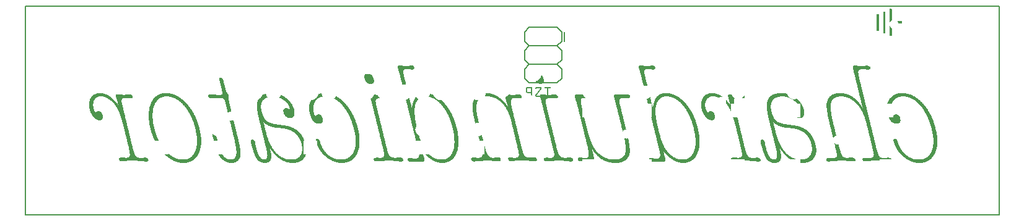
<source format=gbo>
G04 MADE WITH FRITZING*
G04 WWW.FRITZING.ORG*
G04 DOUBLE SIDED*
G04 HOLES PLATED*
G04 CONTOUR ON CENTER OF CONTOUR VECTOR*
%ASAXBY*%
%FSLAX23Y23*%
%MOIN*%
%OFA0B0*%
%SFA1.0B1.0*%
%ADD10R,5.248160X1.137040X5.232160X1.121040*%
%ADD11C,0.008000*%
%ADD12R,0.001000X0.001000*%
%LNSILK0*%
G90*
G70*
G54D11*
X4Y1133D02*
X5244Y1133D01*
X5244Y4D01*
X4Y4D01*
X4Y1133D01*
D02*
X2866Y1017D02*
X2891Y992D01*
D02*
X2891Y942D02*
X2866Y917D01*
D02*
X2866Y917D02*
X2891Y892D01*
D02*
X2891Y842D02*
X2866Y817D01*
D02*
X2866Y817D02*
X2891Y792D01*
D02*
X2891Y742D02*
X2866Y717D01*
D02*
X2866Y1017D02*
X2716Y1017D01*
D02*
X2716Y1017D02*
X2691Y992D01*
D02*
X2691Y992D02*
X2691Y942D01*
D02*
X2691Y942D02*
X2716Y917D01*
D02*
X2716Y917D02*
X2691Y892D01*
D02*
X2691Y892D02*
X2691Y842D01*
D02*
X2691Y842D02*
X2716Y817D01*
D02*
X2716Y817D02*
X2691Y792D01*
D02*
X2691Y792D02*
X2691Y742D01*
D02*
X2691Y742D02*
X2716Y717D01*
D02*
X2716Y917D02*
X2866Y917D01*
D02*
X2716Y817D02*
X2866Y817D01*
D02*
X2716Y717D02*
X2866Y717D01*
D02*
X2891Y792D02*
X2891Y742D01*
D02*
X2891Y892D02*
X2891Y842D01*
D02*
X2891Y992D02*
X2891Y942D01*
D02*
X2904Y942D02*
X2904Y992D01*
G54D12*
X4655Y1117D02*
X4666Y1117D01*
X4655Y1116D02*
X4667Y1116D01*
X4655Y1115D02*
X4667Y1115D01*
X4655Y1114D02*
X4667Y1114D01*
X4655Y1113D02*
X4667Y1113D01*
X4655Y1112D02*
X4667Y1112D01*
X4655Y1111D02*
X4667Y1111D01*
X4655Y1110D02*
X4667Y1110D01*
X4655Y1109D02*
X4667Y1109D01*
X4655Y1108D02*
X4667Y1108D01*
X4655Y1107D02*
X4667Y1107D01*
X4655Y1106D02*
X4667Y1106D01*
X4655Y1105D02*
X4667Y1105D01*
X4655Y1104D02*
X4667Y1104D01*
X4655Y1103D02*
X4667Y1103D01*
X4621Y1102D02*
X4632Y1102D01*
X4655Y1102D02*
X4667Y1102D01*
X4621Y1101D02*
X4632Y1101D01*
X4655Y1101D02*
X4667Y1101D01*
X4621Y1100D02*
X4632Y1100D01*
X4655Y1100D02*
X4667Y1100D01*
X4621Y1099D02*
X4632Y1099D01*
X4655Y1099D02*
X4667Y1099D01*
X4621Y1098D02*
X4632Y1098D01*
X4655Y1098D02*
X4667Y1098D01*
X4621Y1097D02*
X4632Y1097D01*
X4655Y1097D02*
X4667Y1097D01*
X4621Y1096D02*
X4632Y1096D01*
X4655Y1096D02*
X4667Y1096D01*
X4621Y1095D02*
X4632Y1095D01*
X4655Y1095D02*
X4667Y1095D01*
X4621Y1094D02*
X4632Y1094D01*
X4655Y1094D02*
X4667Y1094D01*
X4621Y1093D02*
X4632Y1093D01*
X4655Y1093D02*
X4667Y1093D01*
X4621Y1092D02*
X4632Y1092D01*
X4655Y1092D02*
X4667Y1092D01*
X4621Y1091D02*
X4632Y1091D01*
X4655Y1091D02*
X4667Y1091D01*
X4621Y1090D02*
X4632Y1090D01*
X4655Y1090D02*
X4667Y1090D01*
X4587Y1089D02*
X4597Y1089D01*
X4621Y1089D02*
X4632Y1089D01*
X4655Y1089D02*
X4667Y1089D01*
X4587Y1088D02*
X4598Y1088D01*
X4621Y1088D02*
X4632Y1088D01*
X4655Y1088D02*
X4667Y1088D01*
X4587Y1087D02*
X4598Y1087D01*
X4621Y1087D02*
X4632Y1087D01*
X4655Y1087D02*
X4667Y1087D01*
X4587Y1086D02*
X4598Y1086D01*
X4621Y1086D02*
X4632Y1086D01*
X4655Y1086D02*
X4667Y1086D01*
X4587Y1085D02*
X4598Y1085D01*
X4621Y1085D02*
X4632Y1085D01*
X4655Y1085D02*
X4667Y1085D01*
X4587Y1084D02*
X4598Y1084D01*
X4621Y1084D02*
X4632Y1084D01*
X4655Y1084D02*
X4667Y1084D01*
X4587Y1083D02*
X4598Y1083D01*
X4621Y1083D02*
X4632Y1083D01*
X4655Y1083D02*
X4667Y1083D01*
X4587Y1082D02*
X4598Y1082D01*
X4621Y1082D02*
X4632Y1082D01*
X4655Y1082D02*
X4667Y1082D01*
X4587Y1081D02*
X4598Y1081D01*
X4621Y1081D02*
X4632Y1081D01*
X4655Y1081D02*
X4667Y1081D01*
X4587Y1080D02*
X4598Y1080D01*
X4621Y1080D02*
X4632Y1080D01*
X4655Y1080D02*
X4667Y1080D01*
X4587Y1079D02*
X4598Y1079D01*
X4621Y1079D02*
X4632Y1079D01*
X4655Y1079D02*
X4667Y1079D01*
X4587Y1078D02*
X4598Y1078D01*
X4621Y1078D02*
X4632Y1078D01*
X4655Y1078D02*
X4667Y1078D01*
X4587Y1077D02*
X4598Y1077D01*
X4621Y1077D02*
X4632Y1077D01*
X4655Y1077D02*
X4667Y1077D01*
X4587Y1076D02*
X4598Y1076D01*
X4621Y1076D02*
X4632Y1076D01*
X4655Y1076D02*
X4667Y1076D01*
X4587Y1075D02*
X4598Y1075D01*
X4621Y1075D02*
X4632Y1075D01*
X4655Y1075D02*
X4667Y1075D01*
X4587Y1074D02*
X4598Y1074D01*
X4621Y1074D02*
X4632Y1074D01*
X4655Y1074D02*
X4667Y1074D01*
X4587Y1073D02*
X4598Y1073D01*
X4621Y1073D02*
X4632Y1073D01*
X4655Y1073D02*
X4667Y1073D01*
X4587Y1072D02*
X4598Y1072D01*
X4621Y1072D02*
X4632Y1072D01*
X4655Y1072D02*
X4667Y1072D01*
X4587Y1071D02*
X4598Y1071D01*
X4621Y1071D02*
X4632Y1071D01*
X4655Y1071D02*
X4667Y1071D01*
X4587Y1070D02*
X4598Y1070D01*
X4621Y1070D02*
X4632Y1070D01*
X4655Y1070D02*
X4667Y1070D01*
X4587Y1069D02*
X4598Y1069D01*
X4621Y1069D02*
X4632Y1069D01*
X4655Y1069D02*
X4667Y1069D01*
X4587Y1068D02*
X4598Y1068D01*
X4621Y1068D02*
X4632Y1068D01*
X4655Y1068D02*
X4667Y1068D01*
X4587Y1067D02*
X4598Y1067D01*
X4621Y1067D02*
X4632Y1067D01*
X4655Y1067D02*
X4667Y1067D01*
X4587Y1066D02*
X4598Y1066D01*
X4621Y1066D02*
X4632Y1066D01*
X4655Y1066D02*
X4667Y1066D01*
X4587Y1065D02*
X4598Y1065D01*
X4621Y1065D02*
X4632Y1065D01*
X4655Y1065D02*
X4667Y1065D01*
X4587Y1064D02*
X4598Y1064D01*
X4621Y1064D02*
X4632Y1064D01*
X4655Y1064D02*
X4667Y1064D01*
X4587Y1063D02*
X4598Y1063D01*
X4621Y1063D02*
X4632Y1063D01*
X4655Y1063D02*
X4667Y1063D01*
X4587Y1062D02*
X4598Y1062D01*
X4621Y1062D02*
X4632Y1062D01*
X4655Y1062D02*
X4667Y1062D01*
X4587Y1061D02*
X4598Y1061D01*
X4621Y1061D02*
X4632Y1061D01*
X4655Y1061D02*
X4667Y1061D01*
X4587Y1060D02*
X4598Y1060D01*
X4621Y1060D02*
X4632Y1060D01*
X4655Y1060D02*
X4667Y1060D01*
X4587Y1059D02*
X4598Y1059D01*
X4621Y1059D02*
X4632Y1059D01*
X4655Y1059D02*
X4667Y1059D01*
X4587Y1058D02*
X4598Y1058D01*
X4621Y1058D02*
X4632Y1058D01*
X4655Y1058D02*
X4667Y1058D01*
X4587Y1057D02*
X4598Y1057D01*
X4621Y1057D02*
X4632Y1057D01*
X4655Y1057D02*
X4667Y1057D01*
X4587Y1056D02*
X4598Y1056D01*
X4621Y1056D02*
X4632Y1056D01*
X4655Y1056D02*
X4667Y1056D01*
X4587Y1055D02*
X4598Y1055D01*
X4621Y1055D02*
X4632Y1055D01*
X4655Y1055D02*
X4667Y1055D01*
X4587Y1054D02*
X4598Y1054D01*
X4621Y1054D02*
X4632Y1054D01*
X4655Y1054D02*
X4665Y1054D01*
X4587Y1053D02*
X4598Y1053D01*
X4621Y1053D02*
X4632Y1053D01*
X4655Y1053D02*
X4664Y1053D01*
X4587Y1052D02*
X4598Y1052D01*
X4621Y1052D02*
X4632Y1052D01*
X4655Y1052D02*
X4663Y1052D01*
X4587Y1051D02*
X4598Y1051D01*
X4621Y1051D02*
X4632Y1051D01*
X4655Y1051D02*
X4662Y1051D01*
X4587Y1050D02*
X4598Y1050D01*
X4621Y1050D02*
X4632Y1050D01*
X4655Y1050D02*
X4661Y1050D01*
X4698Y1050D02*
X4720Y1050D01*
X4587Y1049D02*
X4598Y1049D01*
X4621Y1049D02*
X4632Y1049D01*
X4655Y1049D02*
X4660Y1049D01*
X4699Y1049D02*
X4720Y1049D01*
X4587Y1048D02*
X4598Y1048D01*
X4621Y1048D02*
X4632Y1048D01*
X4655Y1048D02*
X4659Y1048D01*
X4700Y1048D02*
X4720Y1048D01*
X4587Y1047D02*
X4598Y1047D01*
X4621Y1047D02*
X4632Y1047D01*
X4655Y1047D02*
X4658Y1047D01*
X4700Y1047D02*
X4720Y1047D01*
X4587Y1046D02*
X4598Y1046D01*
X4621Y1046D02*
X4632Y1046D01*
X4655Y1046D02*
X4658Y1046D01*
X4701Y1046D02*
X4720Y1046D01*
X4587Y1045D02*
X4598Y1045D01*
X4621Y1045D02*
X4632Y1045D01*
X4655Y1045D02*
X4657Y1045D01*
X4701Y1045D02*
X4720Y1045D01*
X4587Y1044D02*
X4598Y1044D01*
X4621Y1044D02*
X4632Y1044D01*
X4655Y1044D02*
X4657Y1044D01*
X4702Y1044D02*
X4720Y1044D01*
X4587Y1043D02*
X4598Y1043D01*
X4621Y1043D02*
X4632Y1043D01*
X4655Y1043D02*
X4656Y1043D01*
X4702Y1043D02*
X4721Y1043D01*
X4587Y1042D02*
X4598Y1042D01*
X4621Y1042D02*
X4632Y1042D01*
X4655Y1042D02*
X4656Y1042D01*
X4703Y1042D02*
X4721Y1042D01*
X4587Y1041D02*
X4598Y1041D01*
X4621Y1041D02*
X4632Y1041D01*
X4655Y1041D02*
X4656Y1041D01*
X4703Y1041D02*
X4721Y1041D01*
X4587Y1040D02*
X4598Y1040D01*
X4621Y1040D02*
X4632Y1040D01*
X4655Y1040D02*
X4655Y1040D01*
X4703Y1040D02*
X4721Y1040D01*
X4587Y1039D02*
X4598Y1039D01*
X4621Y1039D02*
X4632Y1039D01*
X4655Y1039D02*
X4655Y1039D01*
X4704Y1039D02*
X4722Y1039D01*
X4587Y1038D02*
X4598Y1038D01*
X4621Y1038D02*
X4632Y1038D01*
X4655Y1038D02*
X4655Y1038D01*
X4704Y1038D02*
X4722Y1038D01*
X4587Y1037D02*
X4598Y1037D01*
X4621Y1037D02*
X4632Y1037D01*
X4655Y1037D02*
X4655Y1037D01*
X4587Y1036D02*
X4598Y1036D01*
X4621Y1036D02*
X4632Y1036D01*
X4587Y1035D02*
X4598Y1035D01*
X4621Y1035D02*
X4632Y1035D01*
X4587Y1034D02*
X4598Y1034D01*
X4621Y1034D02*
X4632Y1034D01*
X4587Y1033D02*
X4598Y1033D01*
X4621Y1033D02*
X4632Y1033D01*
X4587Y1032D02*
X4598Y1032D01*
X4621Y1032D02*
X4632Y1032D01*
X4587Y1031D02*
X4598Y1031D01*
X4621Y1031D02*
X4632Y1031D01*
X4587Y1030D02*
X4598Y1030D01*
X4621Y1030D02*
X4632Y1030D01*
X4655Y1030D02*
X4655Y1030D01*
X4587Y1029D02*
X4598Y1029D01*
X4621Y1029D02*
X4632Y1029D01*
X4655Y1029D02*
X4655Y1029D01*
X4587Y1028D02*
X4598Y1028D01*
X4621Y1028D02*
X4632Y1028D01*
X4655Y1028D02*
X4655Y1028D01*
X4587Y1027D02*
X4598Y1027D01*
X4621Y1027D02*
X4632Y1027D01*
X4655Y1027D02*
X4655Y1027D01*
X4587Y1026D02*
X4598Y1026D01*
X4621Y1026D02*
X4632Y1026D01*
X4655Y1026D02*
X4656Y1026D01*
X4587Y1025D02*
X4598Y1025D01*
X4621Y1025D02*
X4632Y1025D01*
X4655Y1025D02*
X4656Y1025D01*
X4587Y1024D02*
X4598Y1024D01*
X4621Y1024D02*
X4632Y1024D01*
X4655Y1024D02*
X4656Y1024D01*
X4587Y1023D02*
X4598Y1023D01*
X4621Y1023D02*
X4632Y1023D01*
X4655Y1023D02*
X4657Y1023D01*
X4587Y1022D02*
X4598Y1022D01*
X4621Y1022D02*
X4632Y1022D01*
X4655Y1022D02*
X4657Y1022D01*
X4587Y1021D02*
X4598Y1021D01*
X4621Y1021D02*
X4632Y1021D01*
X4655Y1021D02*
X4658Y1021D01*
X4587Y1020D02*
X4598Y1020D01*
X4621Y1020D02*
X4632Y1020D01*
X4655Y1020D02*
X4658Y1020D01*
X4587Y1019D02*
X4598Y1019D01*
X4621Y1019D02*
X4632Y1019D01*
X4655Y1019D02*
X4659Y1019D01*
X4587Y1018D02*
X4598Y1018D01*
X4621Y1018D02*
X4632Y1018D01*
X4655Y1018D02*
X4660Y1018D01*
X4587Y1017D02*
X4598Y1017D01*
X4621Y1017D02*
X4632Y1017D01*
X4655Y1017D02*
X4661Y1017D01*
X4587Y1016D02*
X4598Y1016D01*
X4621Y1016D02*
X4632Y1016D01*
X4655Y1016D02*
X4662Y1016D01*
X4587Y1015D02*
X4598Y1015D01*
X4621Y1015D02*
X4632Y1015D01*
X4655Y1015D02*
X4663Y1015D01*
X4587Y1014D02*
X4598Y1014D01*
X4621Y1014D02*
X4632Y1014D01*
X4655Y1014D02*
X4664Y1014D01*
X4587Y1013D02*
X4598Y1013D01*
X4621Y1013D02*
X4632Y1013D01*
X4655Y1013D02*
X4665Y1013D01*
X4587Y1012D02*
X4598Y1012D01*
X4621Y1012D02*
X4632Y1012D01*
X4655Y1012D02*
X4667Y1012D01*
X4587Y1011D02*
X4598Y1011D01*
X4621Y1011D02*
X4632Y1011D01*
X4655Y1011D02*
X4667Y1011D01*
X4587Y1010D02*
X4598Y1010D01*
X4621Y1010D02*
X4632Y1010D01*
X4655Y1010D02*
X4667Y1010D01*
X4587Y1009D02*
X4598Y1009D01*
X4621Y1009D02*
X4632Y1009D01*
X4655Y1009D02*
X4667Y1009D01*
X4587Y1008D02*
X4598Y1008D01*
X4621Y1008D02*
X4632Y1008D01*
X4655Y1008D02*
X4667Y1008D01*
X4587Y1007D02*
X4598Y1007D01*
X4621Y1007D02*
X4632Y1007D01*
X4655Y1007D02*
X4667Y1007D01*
X4587Y1006D02*
X4598Y1006D01*
X4621Y1006D02*
X4632Y1006D01*
X4655Y1006D02*
X4667Y1006D01*
X4587Y1005D02*
X4598Y1005D01*
X4621Y1005D02*
X4632Y1005D01*
X4655Y1005D02*
X4667Y1005D01*
X4587Y1004D02*
X4598Y1004D01*
X4621Y1004D02*
X4632Y1004D01*
X4655Y1004D02*
X4667Y1004D01*
X4587Y1003D02*
X4598Y1003D01*
X4621Y1003D02*
X4632Y1003D01*
X4655Y1003D02*
X4667Y1003D01*
X4587Y1002D02*
X4598Y1002D01*
X4621Y1002D02*
X4632Y1002D01*
X4655Y1002D02*
X4667Y1002D01*
X4587Y1001D02*
X4598Y1001D01*
X4621Y1001D02*
X4632Y1001D01*
X4655Y1001D02*
X4667Y1001D01*
X4587Y1000D02*
X4598Y1000D01*
X4621Y1000D02*
X4632Y1000D01*
X4655Y1000D02*
X4667Y1000D01*
X4621Y999D02*
X4632Y999D01*
X4655Y999D02*
X4667Y999D01*
X4621Y998D02*
X4632Y998D01*
X4655Y998D02*
X4667Y998D01*
X4621Y997D02*
X4632Y997D01*
X4655Y997D02*
X4667Y997D01*
X4621Y996D02*
X4632Y996D01*
X4655Y996D02*
X4667Y996D01*
X4621Y995D02*
X4632Y995D01*
X4655Y995D02*
X4667Y995D01*
X4621Y994D02*
X4632Y994D01*
X4655Y994D02*
X4667Y994D01*
X4621Y993D02*
X4632Y993D01*
X4655Y993D02*
X4667Y993D01*
X4621Y992D02*
X4632Y992D01*
X4655Y992D02*
X4667Y992D01*
X4621Y991D02*
X4632Y991D01*
X4655Y991D02*
X4667Y991D01*
X4621Y990D02*
X4632Y990D01*
X4655Y990D02*
X4667Y990D01*
X4621Y989D02*
X4632Y989D01*
X4655Y989D02*
X4667Y989D01*
X4621Y988D02*
X4632Y988D01*
X4655Y988D02*
X4667Y988D01*
X4621Y987D02*
X4632Y987D01*
X4655Y987D02*
X4667Y987D01*
X4621Y986D02*
X4632Y986D01*
X4655Y986D02*
X4667Y986D01*
X4655Y985D02*
X4667Y985D01*
X4655Y984D02*
X4667Y984D01*
X4655Y983D02*
X4667Y983D01*
X4655Y982D02*
X4667Y982D01*
X4655Y981D02*
X4667Y981D01*
X4655Y980D02*
X4667Y980D01*
X4655Y979D02*
X4667Y979D01*
X4655Y978D02*
X4667Y978D01*
X4655Y977D02*
X4667Y977D01*
X4655Y976D02*
X4667Y976D01*
X4655Y975D02*
X4667Y975D01*
X4655Y974D02*
X4667Y974D01*
X4655Y973D02*
X4667Y973D01*
X4655Y972D02*
X4667Y972D01*
X2015Y811D02*
X2027Y811D01*
X2077Y811D02*
X2087Y811D01*
X3312Y811D02*
X3324Y811D01*
X3374Y811D02*
X3383Y811D01*
X4464Y811D02*
X4475Y811D01*
X2013Y810D02*
X2036Y810D01*
X2072Y810D02*
X2090Y810D01*
X3309Y810D02*
X3332Y810D01*
X3369Y810D02*
X3386Y810D01*
X4462Y810D02*
X4483Y810D01*
X4526Y810D02*
X4537Y810D01*
X2011Y809D02*
X2044Y809D01*
X2059Y809D02*
X2091Y809D01*
X3308Y809D02*
X3341Y809D01*
X3356Y809D02*
X3388Y809D01*
X4461Y809D02*
X4490Y809D01*
X4509Y809D02*
X4542Y809D01*
X2010Y808D02*
X2093Y808D01*
X3307Y808D02*
X3389Y808D01*
X4460Y808D02*
X4545Y808D01*
X2010Y807D02*
X2094Y807D01*
X3307Y807D02*
X3391Y807D01*
X4460Y807D02*
X4546Y807D01*
X2010Y806D02*
X2094Y806D01*
X3307Y806D02*
X3391Y806D01*
X4459Y806D02*
X4547Y806D01*
X2009Y805D02*
X2095Y805D01*
X3306Y805D02*
X3392Y805D01*
X4459Y805D02*
X4548Y805D01*
X2009Y804D02*
X2096Y804D01*
X3306Y804D02*
X3392Y804D01*
X4459Y804D02*
X4549Y804D01*
X2009Y803D02*
X2096Y803D01*
X3306Y803D02*
X3393Y803D01*
X4459Y803D02*
X4550Y803D01*
X2009Y802D02*
X2096Y802D01*
X3306Y802D02*
X3393Y802D01*
X4459Y802D02*
X4550Y802D01*
X2009Y801D02*
X2097Y801D01*
X3306Y801D02*
X3394Y801D01*
X4459Y801D02*
X4550Y801D01*
X2010Y800D02*
X2097Y800D01*
X3306Y800D02*
X3394Y800D01*
X4459Y800D02*
X4551Y800D01*
X2010Y799D02*
X2097Y799D01*
X3307Y799D02*
X3394Y799D01*
X4459Y799D02*
X4551Y799D01*
X2010Y798D02*
X2097Y798D01*
X3307Y798D02*
X3394Y798D01*
X4459Y798D02*
X4551Y798D01*
X2010Y797D02*
X2097Y797D01*
X3307Y797D02*
X3394Y797D01*
X4459Y797D02*
X4551Y797D01*
X2011Y796D02*
X2097Y796D01*
X3307Y796D02*
X3394Y796D01*
X4459Y796D02*
X4551Y796D01*
X2011Y795D02*
X2097Y795D01*
X3308Y795D02*
X3394Y795D01*
X4459Y795D02*
X4551Y795D01*
X2011Y794D02*
X2096Y794D01*
X3308Y794D02*
X3393Y794D01*
X4459Y794D02*
X4550Y794D01*
X2011Y793D02*
X2096Y793D01*
X3308Y793D02*
X3393Y793D01*
X4460Y793D02*
X4550Y793D01*
X2012Y792D02*
X2052Y792D01*
X2065Y792D02*
X2095Y792D01*
X3309Y792D02*
X3348Y792D01*
X3362Y792D02*
X3392Y792D01*
X4460Y792D02*
X4549Y792D01*
X2012Y791D02*
X2047Y791D01*
X2072Y791D02*
X2094Y791D01*
X3309Y791D02*
X3344Y791D01*
X3369Y791D02*
X3390Y791D01*
X4460Y791D02*
X4502Y791D01*
X4522Y791D02*
X4547Y791D01*
X2012Y790D02*
X2045Y790D01*
X2078Y790D02*
X2091Y790D01*
X3309Y790D02*
X3342Y790D01*
X3375Y790D02*
X3388Y790D01*
X4460Y790D02*
X4497Y790D01*
X4529Y790D02*
X4544Y790D01*
X2013Y789D02*
X2043Y789D01*
X3309Y789D02*
X3340Y789D01*
X4461Y789D02*
X4494Y789D01*
X2013Y788D02*
X2042Y788D01*
X3310Y788D02*
X3339Y788D01*
X4461Y788D02*
X4492Y788D01*
X2013Y787D02*
X2041Y787D01*
X3310Y787D02*
X3338Y787D01*
X4461Y787D02*
X4490Y787D01*
X2014Y786D02*
X2041Y786D01*
X3310Y786D02*
X3337Y786D01*
X4461Y786D02*
X4489Y786D01*
X2014Y785D02*
X2040Y785D01*
X3311Y785D02*
X3337Y785D01*
X4462Y785D02*
X4488Y785D01*
X2014Y784D02*
X2039Y784D01*
X3311Y784D02*
X3336Y784D01*
X4462Y784D02*
X4488Y784D01*
X2014Y783D02*
X2039Y783D01*
X3311Y783D02*
X3336Y783D01*
X4462Y783D02*
X4487Y783D01*
X2015Y782D02*
X2039Y782D01*
X3312Y782D02*
X3336Y782D01*
X4462Y782D02*
X4487Y782D01*
X2015Y781D02*
X2039Y781D01*
X3312Y781D02*
X3335Y781D01*
X4463Y781D02*
X4487Y781D01*
X2015Y780D02*
X2038Y780D01*
X3312Y780D02*
X3335Y780D01*
X4463Y780D02*
X4487Y780D01*
X2016Y779D02*
X2038Y779D01*
X3312Y779D02*
X3335Y779D01*
X4463Y779D02*
X4486Y779D01*
X2016Y778D02*
X2038Y778D01*
X3313Y778D02*
X3335Y778D01*
X4463Y778D02*
X4486Y778D01*
X2016Y777D02*
X2038Y777D01*
X3313Y777D02*
X3335Y777D01*
X4463Y777D02*
X4486Y777D01*
X2016Y776D02*
X2038Y776D01*
X3313Y776D02*
X3335Y776D01*
X4464Y776D02*
X4486Y776D01*
X2017Y775D02*
X2038Y775D01*
X3313Y775D02*
X3335Y775D01*
X4464Y775D02*
X4486Y775D01*
X2017Y774D02*
X2038Y774D01*
X3314Y774D02*
X3335Y774D01*
X4464Y774D02*
X4486Y774D01*
X2017Y773D02*
X2038Y773D01*
X3314Y773D02*
X3335Y773D01*
X4464Y773D02*
X4486Y773D01*
X2017Y772D02*
X2039Y772D01*
X3314Y772D02*
X3335Y772D01*
X4465Y772D02*
X4487Y772D01*
X2018Y771D02*
X2039Y771D01*
X3315Y771D02*
X3336Y771D01*
X4465Y771D02*
X4487Y771D01*
X2018Y770D02*
X2039Y770D01*
X3315Y770D02*
X3336Y770D01*
X4465Y770D02*
X4487Y770D01*
X2018Y769D02*
X2039Y769D01*
X3315Y769D02*
X3336Y769D01*
X4465Y769D02*
X4487Y769D01*
X2019Y768D02*
X2039Y768D01*
X3315Y768D02*
X3336Y768D01*
X4466Y768D02*
X4487Y768D01*
X2019Y767D02*
X2039Y767D01*
X3316Y767D02*
X3336Y767D01*
X4466Y767D02*
X4487Y767D01*
X1840Y766D02*
X1856Y766D01*
X2019Y766D02*
X2040Y766D01*
X3316Y766D02*
X3336Y766D01*
X4466Y766D02*
X4487Y766D01*
X1838Y765D02*
X1859Y765D01*
X2019Y765D02*
X2040Y765D01*
X3316Y765D02*
X3337Y765D01*
X4466Y765D02*
X4487Y765D01*
X1836Y764D02*
X1862Y764D01*
X2020Y764D02*
X2040Y764D01*
X3316Y764D02*
X3337Y764D01*
X4467Y764D02*
X4488Y764D01*
X1834Y763D02*
X1863Y763D01*
X2020Y763D02*
X2040Y763D01*
X3317Y763D02*
X3337Y763D01*
X4467Y763D02*
X4488Y763D01*
X1833Y762D02*
X1865Y762D01*
X2020Y762D02*
X2040Y762D01*
X3317Y762D02*
X3337Y762D01*
X4467Y762D02*
X4488Y762D01*
X1832Y761D02*
X1866Y761D01*
X2020Y761D02*
X2041Y761D01*
X3317Y761D02*
X3337Y761D01*
X4467Y761D02*
X4488Y761D01*
X1832Y760D02*
X1868Y760D01*
X2021Y760D02*
X2041Y760D01*
X2782Y760D02*
X2782Y760D01*
X3318Y760D02*
X3338Y760D01*
X4468Y760D02*
X4488Y760D01*
X1831Y759D02*
X1869Y759D01*
X2021Y759D02*
X2041Y759D01*
X2782Y759D02*
X2783Y759D01*
X3318Y759D02*
X3338Y759D01*
X4468Y759D02*
X4488Y759D01*
X1831Y758D02*
X1869Y758D01*
X2021Y758D02*
X2041Y758D01*
X2782Y758D02*
X2784Y758D01*
X3318Y758D02*
X3338Y758D01*
X4468Y758D02*
X4489Y758D01*
X1830Y757D02*
X1870Y757D01*
X2022Y757D02*
X2041Y757D01*
X2781Y757D02*
X2785Y757D01*
X3318Y757D02*
X3338Y757D01*
X4468Y757D02*
X4489Y757D01*
X1830Y756D02*
X1871Y756D01*
X2022Y756D02*
X2042Y756D01*
X2781Y756D02*
X2786Y756D01*
X3319Y756D02*
X3339Y756D01*
X4469Y756D02*
X4489Y756D01*
X1830Y755D02*
X1872Y755D01*
X2022Y755D02*
X2042Y755D01*
X2781Y755D02*
X2786Y755D01*
X3319Y755D02*
X3339Y755D01*
X4469Y755D02*
X4489Y755D01*
X1830Y754D02*
X1873Y754D01*
X2022Y754D02*
X2042Y754D01*
X2781Y754D02*
X2787Y754D01*
X3319Y754D02*
X3339Y754D01*
X4469Y754D02*
X4489Y754D01*
X1830Y753D02*
X1873Y753D01*
X2023Y753D02*
X2042Y753D01*
X2780Y753D02*
X2788Y753D01*
X3319Y753D02*
X3339Y753D01*
X4469Y753D02*
X4489Y753D01*
X1830Y752D02*
X1874Y752D01*
X2023Y752D02*
X2043Y752D01*
X2780Y752D02*
X2788Y752D01*
X3320Y752D02*
X3339Y752D01*
X4470Y752D02*
X4490Y752D01*
X1830Y751D02*
X1874Y751D01*
X2023Y751D02*
X2043Y751D01*
X2780Y751D02*
X2789Y751D01*
X3320Y751D02*
X3340Y751D01*
X4470Y751D02*
X4490Y751D01*
X1830Y750D02*
X1875Y750D01*
X2023Y750D02*
X2043Y750D01*
X2779Y750D02*
X2789Y750D01*
X3320Y750D02*
X3340Y750D01*
X4470Y750D02*
X4490Y750D01*
X1830Y749D02*
X1875Y749D01*
X2023Y749D02*
X2043Y749D01*
X2779Y749D02*
X2790Y749D01*
X3320Y749D02*
X3340Y749D01*
X4470Y749D02*
X4490Y749D01*
X1830Y748D02*
X1876Y748D01*
X2024Y748D02*
X2044Y748D01*
X2778Y748D02*
X2790Y748D01*
X3321Y748D02*
X3340Y748D01*
X4471Y748D02*
X4491Y748D01*
X1830Y747D02*
X1876Y747D01*
X2024Y747D02*
X2044Y747D01*
X2778Y747D02*
X2791Y747D01*
X3321Y747D02*
X3341Y747D01*
X4471Y747D02*
X4491Y747D01*
X1830Y746D02*
X1877Y746D01*
X2024Y746D02*
X2044Y746D01*
X2777Y746D02*
X2791Y746D01*
X3321Y746D02*
X3341Y746D01*
X4471Y746D02*
X4491Y746D01*
X1053Y745D02*
X1059Y745D01*
X1830Y745D02*
X1877Y745D01*
X2024Y745D02*
X2044Y745D01*
X2776Y745D02*
X2792Y745D01*
X3321Y745D02*
X3341Y745D01*
X4471Y745D02*
X4491Y745D01*
X1051Y744D02*
X1062Y744D01*
X1830Y744D02*
X1877Y744D01*
X2025Y744D02*
X2044Y744D01*
X2776Y744D02*
X2792Y744D01*
X3322Y744D02*
X3341Y744D01*
X4472Y744D02*
X4491Y744D01*
X1050Y743D02*
X1063Y743D01*
X1830Y743D02*
X1878Y743D01*
X2025Y743D02*
X2045Y743D01*
X2775Y743D02*
X2792Y743D01*
X3322Y743D02*
X3342Y743D01*
X4472Y743D02*
X4492Y743D01*
X1050Y742D02*
X1064Y742D01*
X1831Y742D02*
X1878Y742D01*
X2025Y742D02*
X2045Y742D01*
X2774Y742D02*
X2792Y742D01*
X3322Y742D02*
X3342Y742D01*
X4472Y742D02*
X4492Y742D01*
X1050Y741D02*
X1065Y741D01*
X1831Y741D02*
X1878Y741D01*
X2025Y741D02*
X2045Y741D01*
X2774Y741D02*
X2793Y741D01*
X3322Y741D02*
X3342Y741D01*
X4472Y741D02*
X4492Y741D01*
X1049Y740D02*
X1066Y740D01*
X1831Y740D02*
X1879Y740D01*
X2026Y740D02*
X2045Y740D01*
X2773Y740D02*
X2793Y740D01*
X3323Y740D02*
X3342Y740D01*
X4473Y740D02*
X4492Y740D01*
X1049Y739D02*
X1066Y739D01*
X1831Y739D02*
X1879Y739D01*
X2026Y739D02*
X2046Y739D01*
X2772Y739D02*
X2793Y739D01*
X3323Y739D02*
X3343Y739D01*
X4473Y739D02*
X4493Y739D01*
X1049Y738D02*
X1067Y738D01*
X1832Y738D02*
X1879Y738D01*
X2026Y738D02*
X2046Y738D01*
X2771Y738D02*
X2794Y738D01*
X3323Y738D02*
X3343Y738D01*
X4473Y738D02*
X4493Y738D01*
X1049Y737D02*
X1067Y737D01*
X1832Y737D02*
X1879Y737D01*
X2026Y737D02*
X2046Y737D01*
X2770Y737D02*
X2794Y737D01*
X3323Y737D02*
X3343Y737D01*
X4473Y737D02*
X4493Y737D01*
X1049Y736D02*
X1067Y736D01*
X1832Y736D02*
X1879Y736D01*
X2027Y736D02*
X2046Y736D01*
X2769Y736D02*
X2794Y736D01*
X3324Y736D02*
X3343Y736D01*
X4473Y736D02*
X4493Y736D01*
X1049Y735D02*
X1068Y735D01*
X1833Y735D02*
X1880Y735D01*
X2027Y735D02*
X2047Y735D01*
X2768Y735D02*
X2794Y735D01*
X3324Y735D02*
X3344Y735D01*
X4474Y735D02*
X4494Y735D01*
X1050Y734D02*
X1068Y734D01*
X1833Y734D02*
X1880Y734D01*
X2027Y734D02*
X2047Y734D01*
X2767Y734D02*
X2794Y734D01*
X3324Y734D02*
X3344Y734D01*
X4474Y734D02*
X4494Y734D01*
X1050Y733D02*
X1069Y733D01*
X1833Y733D02*
X1880Y733D01*
X2027Y733D02*
X2047Y733D01*
X2765Y733D02*
X2794Y733D01*
X3324Y733D02*
X3344Y733D01*
X4474Y733D02*
X4494Y733D01*
X1050Y732D02*
X1069Y732D01*
X1834Y732D02*
X1880Y732D01*
X2028Y732D02*
X2047Y732D01*
X2764Y732D02*
X2795Y732D01*
X3325Y732D02*
X3344Y732D01*
X4474Y732D02*
X4494Y732D01*
X1050Y731D02*
X1069Y731D01*
X1834Y731D02*
X1880Y731D01*
X2028Y731D02*
X2048Y731D01*
X2762Y731D02*
X2795Y731D01*
X3325Y731D02*
X3345Y731D01*
X4475Y731D02*
X4494Y731D01*
X1050Y730D02*
X1070Y730D01*
X1835Y730D02*
X1880Y730D01*
X2028Y730D02*
X2048Y730D01*
X2761Y730D02*
X2795Y730D01*
X3325Y730D02*
X3345Y730D01*
X4475Y730D02*
X4495Y730D01*
X1051Y729D02*
X1070Y729D01*
X1835Y729D02*
X1880Y729D01*
X2028Y729D02*
X2048Y729D01*
X2759Y729D02*
X2795Y729D01*
X3325Y729D02*
X3345Y729D01*
X4475Y729D02*
X4495Y729D01*
X1051Y728D02*
X1070Y728D01*
X1836Y728D02*
X1880Y728D01*
X2029Y728D02*
X2048Y728D01*
X2756Y728D02*
X2795Y728D01*
X3325Y728D02*
X3345Y728D01*
X4475Y728D02*
X4495Y728D01*
X1051Y727D02*
X1071Y727D01*
X1836Y727D02*
X1880Y727D01*
X2029Y727D02*
X2049Y727D01*
X2753Y727D02*
X2795Y727D01*
X3326Y727D02*
X3346Y727D01*
X4476Y727D02*
X4495Y727D01*
X1051Y726D02*
X1071Y726D01*
X1837Y726D02*
X1880Y726D01*
X2029Y726D02*
X2049Y726D01*
X2751Y726D02*
X2795Y726D01*
X3326Y726D02*
X3346Y726D01*
X4476Y726D02*
X4496Y726D01*
X1052Y725D02*
X1071Y725D01*
X1838Y725D02*
X1880Y725D01*
X2029Y725D02*
X2049Y725D01*
X2752Y725D02*
X2795Y725D01*
X3326Y725D02*
X3346Y725D01*
X4476Y725D02*
X4496Y725D01*
X1052Y724D02*
X1072Y724D01*
X1838Y724D02*
X1880Y724D01*
X2030Y724D02*
X2049Y724D01*
X2753Y724D02*
X2794Y724D01*
X3326Y724D02*
X3346Y724D01*
X4476Y724D02*
X4496Y724D01*
X1052Y723D02*
X1072Y723D01*
X1839Y723D02*
X1880Y723D01*
X2030Y723D02*
X2050Y723D01*
X2753Y723D02*
X2794Y723D01*
X3327Y723D02*
X3346Y723D01*
X4477Y723D02*
X4496Y723D01*
X1052Y722D02*
X1072Y722D01*
X1840Y722D02*
X1879Y722D01*
X2030Y722D02*
X2050Y722D01*
X2754Y722D02*
X2794Y722D01*
X3327Y722D02*
X3347Y722D01*
X4477Y722D02*
X4497Y722D01*
X1053Y721D02*
X1072Y721D01*
X1841Y721D02*
X1879Y721D01*
X2030Y721D02*
X2050Y721D01*
X2755Y721D02*
X2794Y721D01*
X3327Y721D02*
X3347Y721D01*
X4477Y721D02*
X4497Y721D01*
X1053Y720D02*
X1073Y720D01*
X1842Y720D02*
X1879Y720D01*
X2031Y720D02*
X2050Y720D01*
X2756Y720D02*
X2793Y720D01*
X3327Y720D02*
X3347Y720D01*
X4477Y720D02*
X4497Y720D01*
X1053Y719D02*
X1073Y719D01*
X1843Y719D02*
X1878Y719D01*
X2031Y719D02*
X2051Y719D01*
X2757Y719D02*
X2793Y719D01*
X3328Y719D02*
X3347Y719D01*
X4478Y719D02*
X4497Y719D01*
X1053Y718D02*
X1073Y718D01*
X1844Y718D02*
X1878Y718D01*
X2031Y718D02*
X2051Y718D01*
X2758Y718D02*
X2792Y718D01*
X3328Y718D02*
X3348Y718D01*
X4478Y718D02*
X4498Y718D01*
X1054Y717D02*
X1073Y717D01*
X1845Y717D02*
X1877Y717D01*
X2031Y717D02*
X2051Y717D01*
X2760Y717D02*
X2791Y717D01*
X3328Y717D02*
X3348Y717D01*
X4478Y717D02*
X4498Y717D01*
X1054Y716D02*
X1074Y716D01*
X1847Y716D02*
X1876Y716D01*
X2032Y716D02*
X2051Y716D01*
X2761Y716D02*
X2791Y716D01*
X3328Y716D02*
X3348Y716D01*
X4478Y716D02*
X4498Y716D01*
X1054Y715D02*
X1074Y715D01*
X1848Y715D02*
X1875Y715D01*
X2032Y715D02*
X2052Y715D01*
X2763Y715D02*
X2789Y715D01*
X3329Y715D02*
X3348Y715D01*
X4479Y715D02*
X4498Y715D01*
X1054Y714D02*
X1074Y714D01*
X1850Y714D02*
X1873Y714D01*
X2032Y714D02*
X2052Y714D01*
X2765Y714D02*
X2788Y714D01*
X3329Y714D02*
X3349Y714D01*
X4479Y714D02*
X4499Y714D01*
X1055Y713D02*
X1074Y713D01*
X1853Y713D02*
X1871Y713D01*
X2032Y713D02*
X2052Y713D01*
X2768Y713D02*
X2786Y713D01*
X3329Y713D02*
X3349Y713D01*
X4479Y713D02*
X4499Y713D01*
X1055Y712D02*
X1075Y712D01*
X1858Y712D02*
X1867Y712D01*
X2033Y712D02*
X2052Y712D01*
X2773Y712D02*
X2782Y712D01*
X3329Y712D02*
X3349Y712D01*
X4479Y712D02*
X4499Y712D01*
X1055Y711D02*
X1075Y711D01*
X2033Y711D02*
X2053Y711D01*
X3330Y711D02*
X3349Y711D01*
X4480Y711D02*
X4499Y711D01*
X1055Y710D02*
X1075Y710D01*
X2033Y710D02*
X2053Y710D01*
X3330Y710D02*
X3350Y710D01*
X4480Y710D02*
X4500Y710D01*
X1056Y709D02*
X1075Y709D01*
X2033Y709D02*
X2034Y709D01*
X2047Y709D02*
X2053Y709D01*
X3330Y709D02*
X3350Y709D01*
X4480Y709D02*
X4500Y709D01*
X1056Y708D02*
X1076Y708D01*
X2052Y708D02*
X2053Y708D01*
X3330Y708D02*
X3350Y708D01*
X4480Y708D02*
X4500Y708D01*
X1056Y707D02*
X1076Y707D01*
X3331Y707D02*
X3350Y707D01*
X4481Y707D02*
X4500Y707D01*
X1056Y706D02*
X1076Y706D01*
X3331Y706D02*
X3351Y706D01*
X4481Y706D02*
X4501Y706D01*
X1057Y705D02*
X1076Y705D01*
X3331Y705D02*
X3351Y705D01*
X4481Y705D02*
X4501Y705D01*
X1057Y704D02*
X1077Y704D01*
X3331Y704D02*
X3351Y704D01*
X4481Y704D02*
X4501Y704D01*
X1057Y703D02*
X1077Y703D01*
X3332Y703D02*
X3351Y703D01*
X4482Y703D02*
X4501Y703D01*
X1057Y702D02*
X1077Y702D01*
X3332Y702D02*
X3352Y702D01*
X4482Y702D02*
X4502Y702D01*
X1058Y701D02*
X1077Y701D01*
X3332Y701D02*
X3332Y701D01*
X3348Y701D02*
X3352Y701D01*
X4482Y701D02*
X4502Y701D01*
X1058Y700D02*
X1078Y700D01*
X3352Y700D02*
X3352Y700D01*
X4482Y700D02*
X4502Y700D01*
X1058Y699D02*
X1078Y699D01*
X4483Y699D02*
X4502Y699D01*
X1058Y698D02*
X1078Y698D01*
X4483Y698D02*
X4503Y698D01*
X1059Y697D02*
X1078Y697D01*
X4483Y697D02*
X4503Y697D01*
X1059Y696D02*
X1079Y696D01*
X4483Y696D02*
X4503Y696D01*
X1059Y695D02*
X1079Y695D01*
X2706Y695D02*
X2732Y695D01*
X2755Y695D02*
X2778Y695D01*
X2801Y695D02*
X2831Y695D01*
X4484Y695D02*
X4503Y695D01*
X1059Y694D02*
X1079Y694D01*
X2704Y694D02*
X2732Y694D01*
X2753Y694D02*
X2779Y694D01*
X2800Y694D02*
X2832Y694D01*
X4484Y694D02*
X4504Y694D01*
X1060Y693D02*
X1079Y693D01*
X2703Y693D02*
X2732Y693D01*
X2752Y693D02*
X2780Y693D01*
X2799Y693D02*
X2833Y693D01*
X4484Y693D02*
X4504Y693D01*
X1060Y692D02*
X1080Y692D01*
X2702Y692D02*
X2732Y692D01*
X2751Y692D02*
X2781Y692D01*
X2799Y692D02*
X2833Y692D01*
X4484Y692D02*
X4504Y692D01*
X1060Y691D02*
X1080Y691D01*
X2701Y691D02*
X2732Y691D01*
X2750Y691D02*
X2782Y691D01*
X2799Y691D02*
X2833Y691D01*
X4484Y691D02*
X4504Y691D01*
X1060Y690D02*
X1080Y690D01*
X2700Y690D02*
X2732Y690D01*
X2750Y690D02*
X2782Y690D01*
X2800Y690D02*
X2832Y690D01*
X4485Y690D02*
X4504Y690D01*
X1060Y689D02*
X1080Y689D01*
X2700Y689D02*
X2732Y689D01*
X2749Y689D02*
X2782Y689D01*
X2801Y689D02*
X2831Y689D01*
X4485Y689D02*
X4505Y689D01*
X1061Y688D02*
X1081Y688D01*
X2699Y688D02*
X2707Y688D01*
X2726Y688D02*
X2732Y688D01*
X2749Y688D02*
X2756Y688D01*
X2776Y688D02*
X2783Y688D01*
X2813Y688D02*
X2819Y688D01*
X4485Y688D02*
X4505Y688D01*
X1061Y687D02*
X1081Y687D01*
X2699Y687D02*
X2706Y687D01*
X2726Y687D02*
X2732Y687D01*
X2749Y687D02*
X2755Y687D01*
X2776Y687D02*
X2782Y687D01*
X2813Y687D02*
X2819Y687D01*
X4485Y687D02*
X4505Y687D01*
X1061Y686D02*
X1081Y686D01*
X2699Y686D02*
X2705Y686D01*
X2726Y686D02*
X2732Y686D01*
X2749Y686D02*
X2755Y686D01*
X2775Y686D02*
X2782Y686D01*
X2813Y686D02*
X2819Y686D01*
X4486Y686D02*
X4505Y686D01*
X1061Y685D02*
X1081Y685D01*
X2699Y685D02*
X2705Y685D01*
X2726Y685D02*
X2732Y685D01*
X2749Y685D02*
X2755Y685D01*
X2775Y685D02*
X2782Y685D01*
X2813Y685D02*
X2819Y685D01*
X4486Y685D02*
X4506Y685D01*
X1062Y684D02*
X1082Y684D01*
X2699Y684D02*
X2705Y684D01*
X2726Y684D02*
X2732Y684D01*
X2750Y684D02*
X2754Y684D01*
X2774Y684D02*
X2782Y684D01*
X2813Y684D02*
X2819Y684D01*
X4486Y684D02*
X4506Y684D01*
X1062Y683D02*
X1082Y683D01*
X2699Y683D02*
X2705Y683D01*
X2726Y683D02*
X2732Y683D01*
X2751Y683D02*
X2753Y683D01*
X2773Y683D02*
X2781Y683D01*
X2813Y683D02*
X2819Y683D01*
X4486Y683D02*
X4506Y683D01*
X1062Y682D02*
X1082Y682D01*
X2699Y682D02*
X2705Y682D01*
X2726Y682D02*
X2732Y682D01*
X2772Y682D02*
X2780Y682D01*
X2813Y682D02*
X2819Y682D01*
X4487Y682D02*
X4506Y682D01*
X1062Y681D02*
X1082Y681D01*
X2699Y681D02*
X2705Y681D01*
X2726Y681D02*
X2732Y681D01*
X2772Y681D02*
X2780Y681D01*
X2813Y681D02*
X2819Y681D01*
X4487Y681D02*
X4507Y681D01*
X1063Y680D02*
X1083Y680D01*
X2699Y680D02*
X2705Y680D01*
X2726Y680D02*
X2732Y680D01*
X2771Y680D02*
X2779Y680D01*
X2813Y680D02*
X2819Y680D01*
X4487Y680D02*
X4507Y680D01*
X1063Y679D02*
X1083Y679D01*
X2699Y679D02*
X2705Y679D01*
X2726Y679D02*
X2732Y679D01*
X2770Y679D02*
X2778Y679D01*
X2813Y679D02*
X2819Y679D01*
X4487Y679D02*
X4507Y679D01*
X1063Y678D02*
X1083Y678D01*
X2699Y678D02*
X2705Y678D01*
X2726Y678D02*
X2732Y678D01*
X2769Y678D02*
X2777Y678D01*
X2813Y678D02*
X2819Y678D01*
X4488Y678D02*
X4507Y678D01*
X1063Y677D02*
X1084Y677D01*
X2699Y677D02*
X2705Y677D01*
X2726Y677D02*
X2732Y677D01*
X2768Y677D02*
X2776Y677D01*
X2813Y677D02*
X2819Y677D01*
X4488Y677D02*
X4508Y677D01*
X1064Y676D02*
X1084Y676D01*
X2699Y676D02*
X2705Y676D01*
X2726Y676D02*
X2732Y676D01*
X2768Y676D02*
X2776Y676D01*
X2813Y676D02*
X2819Y676D01*
X4488Y676D02*
X4508Y676D01*
X1064Y675D02*
X1084Y675D01*
X2699Y675D02*
X2705Y675D01*
X2726Y675D02*
X2732Y675D01*
X2767Y675D02*
X2775Y675D01*
X2813Y675D02*
X2819Y675D01*
X4488Y675D02*
X4508Y675D01*
X1064Y674D02*
X1085Y674D01*
X2699Y674D02*
X2705Y674D01*
X2726Y674D02*
X2732Y674D01*
X2766Y674D02*
X2774Y674D01*
X2813Y674D02*
X2819Y674D01*
X4489Y674D02*
X4508Y674D01*
X1064Y673D02*
X1085Y673D01*
X2699Y673D02*
X2705Y673D01*
X2726Y673D02*
X2732Y673D01*
X2765Y673D02*
X2773Y673D01*
X2813Y673D02*
X2819Y673D01*
X4489Y673D02*
X4509Y673D01*
X1064Y672D02*
X1085Y672D01*
X2699Y672D02*
X2705Y672D01*
X2726Y672D02*
X2732Y672D01*
X2765Y672D02*
X2773Y672D01*
X2813Y672D02*
X2819Y672D01*
X4489Y672D02*
X4509Y672D01*
X1065Y671D02*
X1086Y671D01*
X2699Y671D02*
X2705Y671D01*
X2726Y671D02*
X2732Y671D01*
X2764Y671D02*
X2772Y671D01*
X2813Y671D02*
X2819Y671D01*
X4489Y671D02*
X4509Y671D01*
X1065Y670D02*
X1086Y670D01*
X2699Y670D02*
X2706Y670D01*
X2726Y670D02*
X2732Y670D01*
X2763Y670D02*
X2771Y670D01*
X2813Y670D02*
X2819Y670D01*
X4490Y670D02*
X4509Y670D01*
X1065Y669D02*
X1087Y669D01*
X2699Y669D02*
X2732Y669D01*
X2762Y669D02*
X2770Y669D01*
X2813Y669D02*
X2819Y669D01*
X4490Y669D02*
X4510Y669D01*
X1065Y668D02*
X1087Y668D01*
X2700Y668D02*
X2732Y668D01*
X2761Y668D02*
X2769Y668D01*
X2813Y668D02*
X2819Y668D01*
X4490Y668D02*
X4510Y668D01*
X1065Y667D02*
X1088Y667D01*
X2700Y667D02*
X2732Y667D01*
X2761Y667D02*
X2769Y667D01*
X2813Y667D02*
X2819Y667D01*
X4490Y667D02*
X4510Y667D01*
X1066Y666D02*
X1088Y666D01*
X2701Y666D02*
X2732Y666D01*
X2760Y666D02*
X2768Y666D01*
X2813Y666D02*
X2819Y666D01*
X4491Y666D02*
X4510Y666D01*
X1066Y665D02*
X1089Y665D01*
X2702Y665D02*
X2732Y665D01*
X2759Y665D02*
X2767Y665D01*
X2813Y665D02*
X2819Y665D01*
X4491Y665D02*
X4511Y665D01*
X1066Y664D02*
X1090Y664D01*
X2703Y664D02*
X2732Y664D01*
X2758Y664D02*
X2766Y664D01*
X2813Y664D02*
X2819Y664D01*
X4491Y664D02*
X4511Y664D01*
X1066Y663D02*
X1090Y663D01*
X2705Y663D02*
X2732Y663D01*
X2758Y663D02*
X2766Y663D01*
X2813Y663D02*
X2819Y663D01*
X4491Y663D02*
X4511Y663D01*
X400Y662D02*
X414Y662D01*
X753Y662D02*
X770Y662D01*
X1066Y662D02*
X1091Y662D01*
X2483Y662D02*
X2493Y662D01*
X2710Y662D02*
X2732Y662D01*
X2757Y662D02*
X2765Y662D01*
X2813Y662D02*
X2819Y662D01*
X3444Y662D02*
X3460Y662D01*
X3694Y662D02*
X3708Y662D01*
X4063Y662D02*
X4083Y662D01*
X4380Y662D02*
X4399Y662D01*
X4492Y662D02*
X4511Y662D01*
X4714Y662D02*
X4731Y662D01*
X393Y661D02*
X421Y661D01*
X745Y661D02*
X779Y661D01*
X1066Y661D02*
X1092Y661D01*
X1597Y661D02*
X1598Y661D01*
X2483Y661D02*
X2501Y661D01*
X2726Y661D02*
X2732Y661D01*
X2756Y661D02*
X2764Y661D01*
X2813Y661D02*
X2819Y661D01*
X3436Y661D02*
X3469Y661D01*
X3687Y661D02*
X3715Y661D01*
X4053Y661D02*
X4092Y661D01*
X4372Y661D02*
X4408Y661D01*
X4492Y661D02*
X4512Y661D01*
X4705Y661D02*
X4740Y661D01*
X389Y660D02*
X426Y660D01*
X740Y660D02*
X785Y660D01*
X1066Y660D02*
X1093Y660D01*
X1592Y660D02*
X1598Y660D01*
X2483Y660D02*
X2507Y660D01*
X2726Y660D02*
X2732Y660D01*
X2755Y660D02*
X2763Y660D01*
X2813Y660D02*
X2819Y660D01*
X3432Y660D02*
X3474Y660D01*
X3683Y660D02*
X3719Y660D01*
X4048Y660D02*
X4097Y660D01*
X4367Y660D02*
X4413Y660D01*
X4492Y660D02*
X4512Y660D01*
X4700Y660D02*
X4746Y660D01*
X386Y659D02*
X429Y659D01*
X736Y659D02*
X789Y659D01*
X1066Y659D02*
X1094Y659D01*
X1588Y659D02*
X1598Y659D01*
X2182Y659D02*
X2182Y659D01*
X2482Y659D02*
X2511Y659D01*
X2726Y659D02*
X2732Y659D01*
X2754Y659D02*
X2763Y659D01*
X2813Y659D02*
X2819Y659D01*
X3428Y659D02*
X3479Y659D01*
X3680Y659D02*
X3723Y659D01*
X4043Y659D02*
X4102Y659D01*
X4362Y659D02*
X4418Y659D01*
X4492Y659D02*
X4512Y659D01*
X4696Y659D02*
X4751Y659D01*
X383Y658D02*
X432Y658D01*
X732Y658D02*
X793Y658D01*
X1066Y658D02*
X1095Y658D01*
X1297Y658D02*
X1298Y658D01*
X1584Y658D02*
X1598Y658D01*
X2182Y658D02*
X2185Y658D01*
X2482Y658D02*
X2515Y658D01*
X2726Y658D02*
X2732Y658D01*
X2754Y658D02*
X2762Y658D01*
X2813Y658D02*
X2819Y658D01*
X3425Y658D02*
X3482Y658D01*
X3677Y658D02*
X3726Y658D01*
X4040Y658D02*
X4104Y658D01*
X4359Y658D02*
X4421Y658D01*
X4493Y658D02*
X4512Y658D01*
X4693Y658D02*
X4755Y658D01*
X381Y657D02*
X435Y657D01*
X729Y657D02*
X797Y657D01*
X1066Y657D02*
X1096Y657D01*
X1294Y657D02*
X1299Y657D01*
X1582Y657D02*
X1599Y657D01*
X2182Y657D02*
X2189Y657D01*
X2482Y657D02*
X2518Y657D01*
X2726Y657D02*
X2732Y657D01*
X2753Y657D02*
X2761Y657D01*
X2813Y657D02*
X2819Y657D01*
X3423Y657D02*
X3486Y657D01*
X3675Y657D02*
X3729Y657D01*
X4037Y657D02*
X4104Y657D01*
X4356Y657D02*
X4425Y657D01*
X4493Y657D02*
X4513Y657D01*
X4690Y657D02*
X4759Y657D01*
X379Y656D02*
X438Y656D01*
X499Y656D02*
X505Y656D01*
X727Y656D02*
X800Y656D01*
X1066Y656D02*
X1097Y656D01*
X1291Y656D02*
X1299Y656D01*
X1582Y656D02*
X1599Y656D01*
X2182Y656D02*
X2192Y656D01*
X2482Y656D02*
X2521Y656D01*
X2726Y656D02*
X2732Y656D01*
X2752Y656D02*
X2760Y656D01*
X2813Y656D02*
X2819Y656D01*
X3421Y656D02*
X3488Y656D01*
X3672Y656D02*
X3731Y656D01*
X3792Y656D02*
X3799Y656D01*
X4034Y656D02*
X4105Y656D01*
X4354Y656D02*
X4428Y656D01*
X4493Y656D02*
X4513Y656D01*
X4687Y656D02*
X4762Y656D01*
X377Y655D02*
X440Y655D01*
X496Y655D02*
X513Y655D01*
X725Y655D02*
X803Y655D01*
X996Y655D02*
X1010Y655D01*
X1065Y655D02*
X1097Y655D01*
X1288Y655D02*
X1299Y655D01*
X1582Y655D02*
X1599Y655D01*
X2182Y655D02*
X2194Y655D01*
X2482Y655D02*
X2523Y655D01*
X2726Y655D02*
X2732Y655D01*
X2751Y655D02*
X2759Y655D01*
X2813Y655D02*
X2819Y655D01*
X3419Y655D02*
X3491Y655D01*
X3671Y655D02*
X3734Y655D01*
X3790Y655D02*
X3805Y655D01*
X4031Y655D02*
X4105Y655D01*
X4351Y655D02*
X4431Y655D01*
X4493Y655D02*
X4513Y655D01*
X4685Y655D02*
X4765Y655D01*
X375Y654D02*
X442Y654D01*
X495Y654D02*
X519Y654D01*
X552Y654D02*
X571Y654D01*
X723Y654D02*
X805Y654D01*
X993Y654D02*
X1020Y654D01*
X1063Y654D02*
X1097Y654D01*
X1286Y654D02*
X1299Y654D01*
X1581Y654D02*
X1599Y654D01*
X1881Y654D02*
X1882Y654D01*
X2181Y654D02*
X2197Y654D01*
X2481Y654D02*
X2526Y654D01*
X2605Y654D02*
X2606Y654D01*
X2649Y654D02*
X2665Y654D01*
X2726Y654D02*
X2732Y654D01*
X2751Y654D02*
X2759Y654D01*
X2779Y654D02*
X2780Y654D01*
X2782Y654D02*
X2797Y654D01*
X2813Y654D02*
X2819Y654D01*
X2839Y654D02*
X2858Y654D01*
X2969Y654D02*
X2977Y654D01*
X3177Y654D02*
X3196Y654D01*
X3231Y654D02*
X3250Y654D01*
X3417Y654D02*
X3494Y654D01*
X3669Y654D02*
X3736Y654D01*
X3788Y654D02*
X3805Y654D01*
X4029Y654D02*
X4105Y654D01*
X4349Y654D02*
X4433Y654D01*
X4494Y654D02*
X4513Y654D01*
X4683Y654D02*
X4767Y654D01*
X374Y653D02*
X444Y653D01*
X494Y653D02*
X527Y653D01*
X543Y653D02*
X574Y653D01*
X721Y653D02*
X808Y653D01*
X991Y653D02*
X1033Y653D01*
X1060Y653D02*
X1097Y653D01*
X1284Y653D02*
X1300Y653D01*
X1581Y653D02*
X1600Y653D01*
X1881Y653D02*
X1890Y653D01*
X2181Y653D02*
X2199Y653D01*
X2481Y653D02*
X2528Y653D01*
X2605Y653D02*
X2614Y653D01*
X2641Y653D02*
X2668Y653D01*
X2727Y653D02*
X2732Y653D01*
X2750Y653D02*
X2758Y653D01*
X2777Y653D02*
X2805Y653D01*
X2813Y653D02*
X2819Y653D01*
X2835Y653D02*
X2861Y653D01*
X2966Y653D02*
X3006Y653D01*
X3175Y653D02*
X3253Y653D01*
X3415Y653D02*
X3496Y653D01*
X3667Y653D02*
X3738Y653D01*
X3788Y653D02*
X3806Y653D01*
X4027Y653D02*
X4106Y653D01*
X4347Y653D02*
X4436Y653D01*
X4494Y653D02*
X4514Y653D01*
X4681Y653D02*
X4770Y653D01*
X372Y652D02*
X446Y652D01*
X493Y652D02*
X576Y652D01*
X719Y652D02*
X810Y652D01*
X990Y652D02*
X1097Y652D01*
X1282Y652D02*
X1300Y652D01*
X1581Y652D02*
X1600Y652D01*
X1881Y652D02*
X1899Y652D01*
X2181Y652D02*
X2200Y652D01*
X2481Y652D02*
X2531Y652D01*
X2604Y652D02*
X2670Y652D01*
X2728Y652D02*
X2732Y652D01*
X2749Y652D02*
X2757Y652D01*
X2777Y652D02*
X2819Y652D01*
X2822Y652D02*
X2864Y652D01*
X2965Y652D02*
X3006Y652D01*
X3174Y652D02*
X3254Y652D01*
X3414Y652D02*
X3498Y652D01*
X3666Y652D02*
X3740Y652D01*
X3787Y652D02*
X3806Y652D01*
X4025Y652D02*
X4106Y652D01*
X4346Y652D02*
X4438Y652D01*
X4494Y652D02*
X4514Y652D01*
X4679Y652D02*
X4772Y652D01*
X371Y651D02*
X448Y651D01*
X493Y651D02*
X578Y651D01*
X717Y651D02*
X813Y651D01*
X989Y651D02*
X1097Y651D01*
X1280Y651D02*
X1301Y651D01*
X1380Y651D02*
X1382Y651D01*
X1580Y651D02*
X1600Y651D01*
X1880Y651D02*
X1900Y651D01*
X2180Y651D02*
X2200Y651D01*
X2480Y651D02*
X2533Y651D01*
X2604Y651D02*
X2671Y651D01*
X2729Y651D02*
X2732Y651D01*
X2749Y651D02*
X2756Y651D01*
X2777Y651D02*
X2865Y651D01*
X2964Y651D02*
X3007Y651D01*
X3173Y651D02*
X3256Y651D01*
X3413Y651D02*
X3501Y651D01*
X3665Y651D02*
X3742Y651D01*
X3787Y651D02*
X3807Y651D01*
X4023Y651D02*
X4107Y651D01*
X4344Y651D02*
X4440Y651D01*
X4494Y651D02*
X4514Y651D01*
X4677Y651D02*
X4774Y651D01*
X370Y650D02*
X450Y650D01*
X493Y650D02*
X579Y650D01*
X715Y650D02*
X815Y650D01*
X989Y650D02*
X1097Y650D01*
X1280Y650D02*
X1301Y650D01*
X1380Y650D02*
X1384Y650D01*
X1580Y650D02*
X1601Y650D01*
X1880Y650D02*
X1901Y650D01*
X2180Y650D02*
X2201Y650D01*
X2480Y650D02*
X2535Y650D01*
X2603Y650D02*
X2672Y650D01*
X2730Y650D02*
X2732Y650D01*
X2749Y650D02*
X2756Y650D01*
X2776Y650D02*
X2866Y650D01*
X2964Y650D02*
X3007Y650D01*
X3173Y650D02*
X3257Y650D01*
X3411Y650D02*
X3503Y650D01*
X3663Y650D02*
X3744Y650D01*
X3787Y650D02*
X3807Y650D01*
X4022Y650D02*
X4107Y650D01*
X4343Y650D02*
X4442Y650D01*
X4494Y650D02*
X4514Y650D01*
X4676Y650D02*
X4777Y650D01*
X369Y649D02*
X451Y649D01*
X493Y649D02*
X580Y649D01*
X714Y649D02*
X817Y649D01*
X989Y649D02*
X1097Y649D01*
X1279Y649D02*
X1301Y649D01*
X1379Y649D02*
X1386Y649D01*
X1579Y649D02*
X1601Y649D01*
X1879Y649D02*
X1901Y649D01*
X2179Y649D02*
X2201Y649D01*
X2479Y649D02*
X2537Y649D01*
X2602Y649D02*
X2673Y649D01*
X2731Y649D02*
X2732Y649D01*
X2749Y649D02*
X2755Y649D01*
X2776Y649D02*
X2867Y649D01*
X2963Y649D02*
X3008Y649D01*
X3172Y649D02*
X3257Y649D01*
X3410Y649D02*
X3505Y649D01*
X3662Y649D02*
X3745Y649D01*
X3787Y649D02*
X3807Y649D01*
X3873Y649D02*
X3874Y649D01*
X4020Y649D02*
X4107Y649D01*
X4341Y649D02*
X4444Y649D01*
X4495Y649D02*
X4515Y649D01*
X4674Y649D02*
X4779Y649D01*
X367Y648D02*
X453Y648D01*
X493Y648D02*
X580Y648D01*
X712Y648D02*
X819Y648D01*
X989Y648D02*
X1097Y648D01*
X1279Y648D02*
X1302Y648D01*
X1379Y648D02*
X1388Y648D01*
X1579Y648D02*
X1602Y648D01*
X1879Y648D02*
X1902Y648D01*
X2179Y648D02*
X2202Y648D01*
X2479Y648D02*
X2539Y648D01*
X2601Y648D02*
X2673Y648D01*
X2732Y648D02*
X2732Y648D01*
X2749Y648D02*
X2868Y648D01*
X2963Y648D02*
X3008Y648D01*
X3172Y648D02*
X3258Y648D01*
X3409Y648D02*
X3507Y648D01*
X3661Y648D02*
X3747Y648D01*
X3786Y648D02*
X3808Y648D01*
X3873Y648D02*
X3874Y648D01*
X4019Y648D02*
X4108Y648D01*
X4340Y648D02*
X4446Y648D01*
X4495Y648D02*
X4515Y648D01*
X4673Y648D02*
X4781Y648D01*
X366Y647D02*
X455Y647D01*
X493Y647D02*
X581Y647D01*
X711Y647D02*
X821Y647D01*
X989Y647D02*
X1097Y647D01*
X1278Y647D02*
X1302Y647D01*
X1378Y647D02*
X1390Y647D01*
X1578Y647D02*
X1602Y647D01*
X1878Y647D02*
X1902Y647D01*
X2178Y647D02*
X2202Y647D01*
X2478Y647D02*
X2540Y647D01*
X2600Y647D02*
X2674Y647D01*
X2732Y647D02*
X2732Y647D01*
X2749Y647D02*
X2868Y647D01*
X2963Y647D02*
X3009Y647D01*
X3172Y647D02*
X3258Y647D01*
X3408Y647D02*
X3508Y647D01*
X3660Y647D02*
X3748Y647D01*
X3787Y647D02*
X3809Y647D01*
X3872Y647D02*
X3875Y647D01*
X4017Y647D02*
X4109Y647D01*
X4339Y647D02*
X4448Y647D01*
X4495Y647D02*
X4515Y647D01*
X4672Y647D02*
X4783Y647D01*
X365Y646D02*
X456Y646D01*
X493Y646D02*
X581Y646D01*
X710Y646D02*
X823Y646D01*
X989Y646D02*
X1097Y646D01*
X1278Y646D02*
X1303Y646D01*
X1378Y646D02*
X1392Y646D01*
X1578Y646D02*
X1603Y646D01*
X1878Y646D02*
X1903Y646D01*
X2178Y646D02*
X2203Y646D01*
X2478Y646D02*
X2542Y646D01*
X2599Y646D02*
X2674Y646D01*
X2750Y646D02*
X2869Y646D01*
X2963Y646D02*
X3009Y646D01*
X3173Y646D02*
X3258Y646D01*
X3407Y646D02*
X3510Y646D01*
X3659Y646D02*
X3750Y646D01*
X3787Y646D02*
X3809Y646D01*
X3871Y646D02*
X3875Y646D01*
X4016Y646D02*
X4109Y646D01*
X4338Y646D02*
X4450Y646D01*
X4495Y646D02*
X4515Y646D01*
X4671Y646D02*
X4785Y646D01*
X364Y645D02*
X458Y645D01*
X493Y645D02*
X582Y645D01*
X708Y645D02*
X824Y645D01*
X989Y645D02*
X1097Y645D01*
X1277Y645D02*
X1304Y645D01*
X1377Y645D02*
X1394Y645D01*
X1577Y645D02*
X1604Y645D01*
X1677Y645D02*
X1678Y645D01*
X1877Y645D02*
X1904Y645D01*
X2177Y645D02*
X2204Y645D01*
X2477Y645D02*
X2544Y645D01*
X2597Y645D02*
X2675Y645D01*
X2750Y645D02*
X2869Y645D01*
X2963Y645D02*
X3010Y645D01*
X3173Y645D02*
X3259Y645D01*
X3406Y645D02*
X3512Y645D01*
X3658Y645D02*
X3751Y645D01*
X3787Y645D02*
X3810Y645D01*
X3871Y645D02*
X3875Y645D01*
X4015Y645D02*
X4110Y645D01*
X4336Y645D02*
X4451Y645D01*
X4496Y645D02*
X4515Y645D01*
X4671Y645D02*
X4786Y645D01*
X364Y644D02*
X403Y644D01*
X420Y644D02*
X459Y644D01*
X493Y644D02*
X582Y644D01*
X707Y644D02*
X826Y644D01*
X989Y644D02*
X1097Y644D01*
X1276Y644D02*
X1304Y644D01*
X1376Y644D02*
X1395Y644D01*
X1576Y644D02*
X1604Y644D01*
X1676Y644D02*
X1680Y644D01*
X1876Y644D02*
X1904Y644D01*
X2176Y644D02*
X2204Y644D01*
X2476Y644D02*
X2545Y644D01*
X2595Y644D02*
X2675Y644D01*
X2751Y644D02*
X2870Y644D01*
X2963Y644D02*
X3010Y644D01*
X3173Y644D02*
X3259Y644D01*
X3405Y644D02*
X3514Y644D01*
X3657Y644D02*
X3696Y644D01*
X3714Y644D02*
X3753Y644D01*
X3787Y644D02*
X3810Y644D01*
X3870Y644D02*
X3876Y644D01*
X4014Y644D02*
X4110Y644D01*
X4335Y644D02*
X4453Y644D01*
X4496Y644D02*
X4516Y644D01*
X4670Y644D02*
X4788Y644D01*
X363Y643D02*
X398Y643D01*
X426Y643D02*
X461Y643D01*
X493Y643D02*
X582Y643D01*
X706Y643D02*
X752Y643D01*
X779Y643D02*
X828Y643D01*
X990Y643D02*
X1097Y643D01*
X1276Y643D02*
X1305Y643D01*
X1376Y643D02*
X1397Y643D01*
X1576Y643D02*
X1605Y643D01*
X1676Y643D02*
X1682Y643D01*
X1876Y643D02*
X1905Y643D01*
X2176Y643D02*
X2205Y643D01*
X2476Y643D02*
X2476Y643D01*
X2505Y643D02*
X2547Y643D01*
X2593Y643D02*
X2675Y643D01*
X2752Y643D02*
X2870Y643D01*
X2963Y643D02*
X3011Y643D01*
X3173Y643D02*
X3259Y643D01*
X3404Y643D02*
X3443Y643D01*
X3469Y643D02*
X3515Y643D01*
X3656Y643D02*
X3692Y643D01*
X3719Y643D02*
X3754Y643D01*
X3787Y643D02*
X3811Y643D01*
X3869Y643D02*
X3876Y643D01*
X4013Y643D02*
X4064Y643D01*
X4092Y643D02*
X4111Y643D01*
X4334Y643D02*
X4381Y643D01*
X4409Y643D02*
X4454Y643D01*
X4496Y643D02*
X4516Y643D01*
X4669Y643D02*
X4714Y643D01*
X4741Y643D02*
X4790Y643D01*
X362Y642D02*
X395Y642D01*
X429Y642D02*
X462Y642D01*
X494Y642D02*
X582Y642D01*
X705Y642D02*
X747Y642D01*
X785Y642D02*
X829Y642D01*
X990Y642D02*
X1097Y642D01*
X1275Y642D02*
X1306Y642D01*
X1375Y642D02*
X1399Y642D01*
X1575Y642D02*
X1600Y642D01*
X1675Y642D02*
X1683Y642D01*
X1875Y642D02*
X1906Y642D01*
X2178Y642D02*
X2206Y642D01*
X2511Y642D02*
X2549Y642D01*
X2590Y642D02*
X2675Y642D01*
X2754Y642D02*
X2870Y642D01*
X2963Y642D02*
X3012Y642D01*
X3173Y642D02*
X3259Y642D01*
X3403Y642D02*
X3439Y642D01*
X3475Y642D02*
X3517Y642D01*
X3656Y642D02*
X3689Y642D01*
X3723Y642D02*
X3748Y642D01*
X3755Y642D02*
X3756Y642D01*
X3787Y642D02*
X3812Y642D01*
X3869Y642D02*
X3876Y642D01*
X4012Y642D02*
X4058Y642D01*
X4098Y642D02*
X4112Y642D01*
X4333Y642D02*
X4375Y642D01*
X4415Y642D02*
X4456Y642D01*
X4496Y642D02*
X4516Y642D01*
X4669Y642D02*
X4708Y642D01*
X4747Y642D02*
X4792Y642D01*
X361Y641D02*
X393Y641D01*
X433Y641D02*
X463Y641D01*
X494Y641D02*
X582Y641D01*
X704Y641D02*
X743Y641D01*
X790Y641D02*
X831Y641D01*
X991Y641D02*
X1097Y641D01*
X1274Y641D02*
X1306Y641D01*
X1374Y641D02*
X1400Y641D01*
X1574Y641D02*
X1596Y641D01*
X1674Y641D02*
X1685Y641D01*
X1874Y641D02*
X1906Y641D01*
X2106Y641D02*
X2106Y641D01*
X2182Y641D02*
X2206Y641D01*
X2516Y641D02*
X2550Y641D01*
X2588Y641D02*
X2675Y641D01*
X2776Y641D02*
X2870Y641D01*
X2963Y641D02*
X3013Y641D01*
X3174Y641D02*
X3259Y641D01*
X3403Y641D02*
X3435Y641D01*
X3479Y641D02*
X3518Y641D01*
X3655Y641D02*
X3687Y641D01*
X3726Y641D02*
X3744Y641D01*
X3787Y641D02*
X3813Y641D01*
X3868Y641D02*
X3876Y641D01*
X4011Y641D02*
X4054Y641D01*
X4103Y641D02*
X4113Y641D01*
X4333Y641D02*
X4371Y641D01*
X4419Y641D02*
X4457Y641D01*
X4497Y641D02*
X4516Y641D01*
X4668Y641D02*
X4704Y641D01*
X4752Y641D02*
X4793Y641D01*
X360Y640D02*
X391Y640D01*
X435Y640D02*
X465Y640D01*
X494Y640D02*
X582Y640D01*
X703Y640D02*
X740Y640D01*
X793Y640D02*
X833Y640D01*
X991Y640D02*
X1097Y640D01*
X1274Y640D02*
X1307Y640D01*
X1374Y640D02*
X1402Y640D01*
X1574Y640D02*
X1593Y640D01*
X1674Y640D02*
X1686Y640D01*
X1874Y640D02*
X1907Y640D01*
X2105Y640D02*
X2107Y640D01*
X2186Y640D02*
X2207Y640D01*
X2520Y640D02*
X2552Y640D01*
X2588Y640D02*
X2675Y640D01*
X2776Y640D02*
X2870Y640D01*
X2963Y640D02*
X3014Y640D01*
X3174Y640D02*
X3258Y640D01*
X3367Y640D02*
X3367Y640D01*
X3402Y640D02*
X3432Y640D01*
X3482Y640D02*
X3520Y640D01*
X3654Y640D02*
X3685Y640D01*
X3729Y640D02*
X3741Y640D01*
X3788Y640D02*
X3814Y640D01*
X3867Y640D02*
X3876Y640D01*
X4010Y640D02*
X4051Y640D01*
X4106Y640D02*
X4114Y640D01*
X4332Y640D02*
X4368Y640D01*
X4423Y640D02*
X4459Y640D01*
X4497Y640D02*
X4517Y640D01*
X4667Y640D02*
X4701Y640D01*
X4756Y640D02*
X4795Y640D01*
X360Y639D02*
X389Y639D01*
X438Y639D02*
X466Y639D01*
X494Y639D02*
X582Y639D01*
X702Y639D02*
X737Y639D01*
X797Y639D02*
X834Y639D01*
X992Y639D02*
X1097Y639D01*
X1273Y639D02*
X1305Y639D01*
X1373Y639D02*
X1403Y639D01*
X1573Y639D02*
X1590Y639D01*
X1673Y639D02*
X1688Y639D01*
X1873Y639D02*
X1908Y639D01*
X2104Y639D02*
X2108Y639D01*
X2189Y639D02*
X2208Y639D01*
X2523Y639D02*
X2553Y639D01*
X2588Y639D02*
X2675Y639D01*
X2777Y639D02*
X2870Y639D01*
X2963Y639D02*
X3015Y639D01*
X3174Y639D02*
X3258Y639D01*
X3366Y639D02*
X3367Y639D01*
X3401Y639D02*
X3430Y639D01*
X3486Y639D02*
X3521Y639D01*
X3653Y639D02*
X3683Y639D01*
X3732Y639D02*
X3739Y639D01*
X3788Y639D02*
X3815Y639D01*
X3866Y639D02*
X3876Y639D01*
X4009Y639D02*
X4048Y639D01*
X4110Y639D02*
X4115Y639D01*
X4331Y639D02*
X4365Y639D01*
X4426Y639D02*
X4460Y639D01*
X4497Y639D02*
X4517Y639D01*
X4666Y639D02*
X4699Y639D01*
X4759Y639D02*
X4796Y639D01*
X359Y638D02*
X388Y638D01*
X440Y638D02*
X467Y638D01*
X495Y638D02*
X581Y638D01*
X701Y638D02*
X735Y638D01*
X799Y638D02*
X836Y638D01*
X993Y638D02*
X1097Y638D01*
X1272Y638D02*
X1302Y638D01*
X1372Y638D02*
X1404Y638D01*
X1572Y638D02*
X1588Y638D01*
X1672Y638D02*
X1689Y638D01*
X1872Y638D02*
X1909Y638D01*
X2104Y638D02*
X2109Y638D01*
X2192Y638D02*
X2209Y638D01*
X2526Y638D02*
X2554Y638D01*
X2588Y638D02*
X2675Y638D01*
X2777Y638D02*
X2870Y638D01*
X2964Y638D02*
X3016Y638D01*
X3174Y638D02*
X3257Y638D01*
X3365Y638D02*
X3367Y638D01*
X3400Y638D02*
X3428Y638D01*
X3488Y638D02*
X3523Y638D01*
X3653Y638D02*
X3681Y638D01*
X3734Y638D02*
X3737Y638D01*
X3788Y638D02*
X3816Y638D01*
X3865Y638D02*
X3875Y638D01*
X4008Y638D02*
X4045Y638D01*
X4113Y638D02*
X4116Y638D01*
X4330Y638D02*
X4363Y638D01*
X4429Y638D02*
X4462Y638D01*
X4497Y638D02*
X4517Y638D01*
X4665Y638D02*
X4696Y638D01*
X4762Y638D02*
X4798Y638D01*
X358Y637D02*
X386Y637D01*
X442Y637D02*
X468Y637D01*
X495Y637D02*
X581Y637D01*
X700Y637D02*
X733Y637D01*
X802Y637D02*
X837Y637D01*
X995Y637D02*
X1097Y637D01*
X1271Y637D02*
X1300Y637D01*
X1372Y637D02*
X1406Y637D01*
X1571Y637D02*
X1586Y637D01*
X1671Y637D02*
X1691Y637D01*
X1871Y637D02*
X1910Y637D01*
X2071Y637D02*
X2071Y637D01*
X2103Y637D02*
X2110Y637D01*
X2194Y637D02*
X2210Y637D01*
X2529Y637D02*
X2556Y637D01*
X2589Y637D02*
X2674Y637D01*
X2777Y637D02*
X2869Y637D01*
X2964Y637D02*
X3017Y637D01*
X3175Y637D02*
X3256Y637D01*
X3363Y637D02*
X3367Y637D01*
X3400Y637D02*
X3426Y637D01*
X3491Y637D02*
X3524Y637D01*
X3652Y637D02*
X3680Y637D01*
X3736Y637D02*
X3736Y637D01*
X3788Y637D02*
X3817Y637D01*
X3863Y637D02*
X3874Y637D01*
X4007Y637D02*
X4043Y637D01*
X4115Y637D02*
X4117Y637D01*
X4329Y637D02*
X4361Y637D01*
X4432Y637D02*
X4463Y637D01*
X4498Y637D02*
X4517Y637D01*
X4663Y637D02*
X4694Y637D01*
X4765Y637D02*
X4799Y637D01*
X358Y636D02*
X385Y636D01*
X444Y636D02*
X470Y636D01*
X495Y636D02*
X533Y636D01*
X541Y636D02*
X580Y636D01*
X699Y636D02*
X731Y636D01*
X805Y636D02*
X838Y636D01*
X997Y636D02*
X1097Y636D01*
X1270Y636D02*
X1298Y636D01*
X1375Y636D02*
X1407Y636D01*
X1570Y636D02*
X1584Y636D01*
X1670Y636D02*
X1692Y636D01*
X1870Y636D02*
X1911Y636D01*
X2070Y636D02*
X2071Y636D01*
X2102Y636D02*
X2111Y636D01*
X2196Y636D02*
X2211Y636D01*
X2531Y636D02*
X2557Y636D01*
X2589Y636D02*
X2633Y636D01*
X2639Y636D02*
X2673Y636D01*
X2777Y636D02*
X2869Y636D01*
X2964Y636D02*
X3008Y636D01*
X3175Y636D02*
X3212Y636D01*
X3236Y636D02*
X3254Y636D01*
X3362Y636D02*
X3368Y636D01*
X3399Y636D02*
X3424Y636D01*
X3493Y636D02*
X3525Y636D01*
X3651Y636D02*
X3679Y636D01*
X3789Y636D02*
X3818Y636D01*
X3862Y636D02*
X3873Y636D01*
X4007Y636D02*
X4041Y636D01*
X4118Y636D02*
X4118Y636D01*
X4329Y636D02*
X4359Y636D01*
X4434Y636D02*
X4464Y636D01*
X4498Y636D02*
X4518Y636D01*
X4662Y636D02*
X4692Y636D01*
X4767Y636D02*
X4801Y636D01*
X357Y635D02*
X384Y635D01*
X446Y635D02*
X471Y635D01*
X495Y635D02*
X530Y635D01*
X558Y635D02*
X578Y635D01*
X698Y635D02*
X729Y635D01*
X807Y635D02*
X840Y635D01*
X1001Y635D02*
X1021Y635D01*
X1059Y635D02*
X1097Y635D01*
X1269Y635D02*
X1297Y635D01*
X1377Y635D02*
X1409Y635D01*
X1569Y635D02*
X1582Y635D01*
X1669Y635D02*
X1694Y635D01*
X1869Y635D02*
X1912Y635D01*
X2069Y635D02*
X2071Y635D01*
X2102Y635D02*
X2112Y635D01*
X2199Y635D02*
X2212Y635D01*
X2534Y635D02*
X2558Y635D01*
X2589Y635D02*
X2629Y635D01*
X2651Y635D02*
X2671Y635D01*
X2777Y635D02*
X2868Y635D01*
X2964Y635D02*
X3003Y635D01*
X3175Y635D02*
X3210Y635D01*
X3244Y635D02*
X3251Y635D01*
X3361Y635D02*
X3368Y635D01*
X3399Y635D02*
X3423Y635D01*
X3496Y635D02*
X3527Y635D01*
X3651Y635D02*
X3678Y635D01*
X3789Y635D02*
X3820Y635D01*
X3861Y635D02*
X3871Y635D01*
X4006Y635D02*
X4040Y635D01*
X4120Y635D02*
X4120Y635D01*
X4328Y635D02*
X4358Y635D01*
X4437Y635D02*
X4465Y635D01*
X4498Y635D02*
X4518Y635D01*
X4661Y635D02*
X4691Y635D01*
X4770Y635D02*
X4802Y635D01*
X357Y634D02*
X383Y634D01*
X448Y634D02*
X472Y634D01*
X496Y634D02*
X528Y634D01*
X570Y634D02*
X572Y634D01*
X697Y634D02*
X727Y634D01*
X809Y634D02*
X841Y634D01*
X1066Y634D02*
X1097Y634D01*
X1268Y634D02*
X1295Y634D01*
X1379Y634D02*
X1410Y634D01*
X1567Y634D02*
X1581Y634D01*
X1667Y634D02*
X1695Y634D01*
X1867Y634D02*
X1906Y634D01*
X2067Y634D02*
X2071Y634D01*
X2101Y634D02*
X2113Y634D01*
X2201Y634D02*
X2213Y634D01*
X2536Y634D02*
X2560Y634D01*
X2589Y634D02*
X2627Y634D01*
X2663Y634D02*
X2666Y634D01*
X2778Y634D02*
X2821Y634D01*
X2849Y634D02*
X2866Y634D01*
X2965Y634D02*
X3001Y634D01*
X3175Y634D02*
X3208Y634D01*
X3359Y634D02*
X3368Y634D01*
X3398Y634D02*
X3421Y634D01*
X3498Y634D02*
X3528Y634D01*
X3650Y634D02*
X3677Y634D01*
X3789Y634D02*
X3822Y634D01*
X3864Y634D02*
X3866Y634D01*
X4005Y634D02*
X4038Y634D01*
X4122Y634D02*
X4122Y634D01*
X4327Y634D02*
X4356Y634D01*
X4439Y634D02*
X4467Y634D01*
X4498Y634D02*
X4518Y634D01*
X4659Y634D02*
X4689Y634D01*
X4772Y634D02*
X4803Y634D01*
X356Y633D02*
X382Y633D01*
X450Y633D02*
X473Y633D01*
X496Y633D02*
X527Y633D01*
X697Y633D02*
X726Y633D01*
X811Y633D02*
X843Y633D01*
X1069Y633D02*
X1097Y633D01*
X1266Y633D02*
X1294Y633D01*
X1381Y633D02*
X1411Y633D01*
X1566Y633D02*
X1579Y633D01*
X1666Y633D02*
X1696Y633D01*
X1866Y633D02*
X1901Y633D01*
X2066Y633D02*
X2072Y633D01*
X2101Y633D02*
X2115Y633D01*
X2203Y633D02*
X2215Y633D01*
X2538Y633D02*
X2561Y633D01*
X2589Y633D02*
X2625Y633D01*
X2778Y633D02*
X2816Y633D01*
X2965Y633D02*
X2999Y633D01*
X3176Y633D02*
X3207Y633D01*
X3357Y633D02*
X3368Y633D01*
X3397Y633D02*
X3420Y633D01*
X3500Y633D02*
X3529Y633D01*
X3650Y633D02*
X3676Y633D01*
X3790Y633D02*
X3821Y633D01*
X4005Y633D02*
X4036Y633D01*
X4124Y633D02*
X4124Y633D01*
X4327Y633D02*
X4355Y633D01*
X4441Y633D02*
X4468Y633D01*
X4499Y633D02*
X4518Y633D01*
X4657Y633D02*
X4688Y633D01*
X4774Y633D02*
X4805Y633D01*
X355Y632D02*
X381Y632D01*
X451Y632D02*
X474Y632D01*
X496Y632D02*
X526Y632D01*
X696Y632D02*
X724Y632D01*
X813Y632D02*
X844Y632D01*
X1072Y632D02*
X1097Y632D01*
X1265Y632D02*
X1292Y632D01*
X1383Y632D02*
X1412Y632D01*
X1565Y632D02*
X1578Y632D01*
X1668Y632D02*
X1698Y632D01*
X1865Y632D02*
X1898Y632D01*
X2065Y632D02*
X2072Y632D01*
X2100Y632D02*
X2116Y632D01*
X2205Y632D02*
X2216Y632D01*
X2540Y632D02*
X2562Y632D01*
X2590Y632D02*
X2624Y632D01*
X2778Y632D02*
X2813Y632D01*
X2965Y632D02*
X2998Y632D01*
X3176Y632D02*
X3205Y632D01*
X3355Y632D02*
X3369Y632D01*
X3397Y632D02*
X3419Y632D01*
X3502Y632D02*
X3531Y632D01*
X3649Y632D02*
X3675Y632D01*
X3790Y632D02*
X3820Y632D01*
X4004Y632D02*
X4035Y632D01*
X4126Y632D02*
X4126Y632D01*
X4155Y632D02*
X4155Y632D01*
X4326Y632D02*
X4354Y632D01*
X4443Y632D02*
X4469Y632D01*
X4499Y632D02*
X4519Y632D01*
X4657Y632D02*
X4686Y632D01*
X4776Y632D02*
X4806Y632D01*
X355Y631D02*
X380Y631D01*
X453Y631D02*
X475Y631D01*
X496Y631D02*
X526Y631D01*
X695Y631D02*
X723Y631D01*
X815Y631D02*
X845Y631D01*
X1073Y631D02*
X1097Y631D01*
X1263Y631D02*
X1291Y631D01*
X1385Y631D02*
X1413Y631D01*
X1563Y631D02*
X1577Y631D01*
X1670Y631D02*
X1699Y631D01*
X1864Y631D02*
X1896Y631D01*
X2063Y631D02*
X2072Y631D01*
X2100Y631D02*
X2117Y631D01*
X2206Y631D02*
X2217Y631D01*
X2542Y631D02*
X2563Y631D01*
X2590Y631D02*
X2623Y631D01*
X2778Y631D02*
X2811Y631D01*
X2965Y631D02*
X2997Y631D01*
X3176Y631D02*
X3205Y631D01*
X3352Y631D02*
X3369Y631D01*
X3396Y631D02*
X3418Y631D01*
X3503Y631D02*
X3532Y631D01*
X3649Y631D02*
X3674Y631D01*
X3790Y631D02*
X3819Y631D01*
X4004Y631D02*
X4034Y631D01*
X4128Y631D02*
X4129Y631D01*
X4152Y631D02*
X4156Y631D01*
X4326Y631D02*
X4353Y631D01*
X4445Y631D02*
X4470Y631D01*
X4499Y631D02*
X4519Y631D01*
X4656Y631D02*
X4685Y631D01*
X4778Y631D02*
X4807Y631D01*
X354Y630D02*
X379Y630D01*
X454Y630D02*
X476Y630D01*
X497Y630D02*
X525Y630D01*
X694Y630D02*
X722Y630D01*
X817Y630D02*
X846Y630D01*
X1074Y630D02*
X1097Y630D01*
X1262Y630D02*
X1290Y630D01*
X1387Y630D02*
X1415Y630D01*
X1562Y630D02*
X1575Y630D01*
X1671Y630D02*
X1700Y630D01*
X1864Y630D02*
X1894Y630D01*
X2062Y630D02*
X2072Y630D01*
X2099Y630D02*
X2119Y630D01*
X2208Y630D02*
X2219Y630D01*
X2544Y630D02*
X2565Y630D01*
X2590Y630D02*
X2622Y630D01*
X2779Y630D02*
X2809Y630D01*
X2966Y630D02*
X2996Y630D01*
X3176Y630D02*
X3204Y630D01*
X3349Y630D02*
X3369Y630D01*
X3396Y630D02*
X3417Y630D01*
X3505Y630D02*
X3533Y630D01*
X3648Y630D02*
X3673Y630D01*
X3790Y630D02*
X3819Y630D01*
X4003Y630D02*
X4033Y630D01*
X4130Y630D02*
X4132Y630D01*
X4149Y630D02*
X4158Y630D01*
X4325Y630D02*
X4352Y630D01*
X4446Y630D02*
X4471Y630D01*
X4499Y630D02*
X4519Y630D01*
X4655Y630D02*
X4684Y630D01*
X4780Y630D02*
X4809Y630D01*
X354Y629D02*
X379Y629D01*
X456Y629D02*
X477Y629D01*
X497Y629D02*
X525Y629D01*
X694Y629D02*
X721Y629D01*
X819Y629D02*
X848Y629D01*
X1075Y629D02*
X1097Y629D01*
X1260Y629D02*
X1289Y629D01*
X1388Y629D02*
X1416Y629D01*
X1560Y629D02*
X1574Y629D01*
X1673Y629D02*
X1701Y629D01*
X1865Y629D02*
X1893Y629D01*
X2060Y629D02*
X2073Y629D01*
X2099Y629D02*
X2119Y629D01*
X2210Y629D02*
X2221Y629D01*
X2420Y629D02*
X2421Y629D01*
X2545Y629D02*
X2566Y629D01*
X2591Y629D02*
X2621Y629D01*
X2779Y629D02*
X2808Y629D01*
X2966Y629D02*
X2996Y629D01*
X3177Y629D02*
X3203Y629D01*
X3350Y629D02*
X3369Y629D01*
X3395Y629D02*
X3416Y629D01*
X3507Y629D02*
X3534Y629D01*
X3648Y629D02*
X3672Y629D01*
X3791Y629D02*
X3818Y629D01*
X4002Y629D02*
X4032Y629D01*
X4131Y629D02*
X4139Y629D01*
X4141Y629D02*
X4159Y629D01*
X4324Y629D02*
X4351Y629D01*
X4448Y629D02*
X4473Y629D01*
X4500Y629D02*
X4519Y629D01*
X4654Y629D02*
X4683Y629D01*
X4781Y629D02*
X4810Y629D01*
X354Y628D02*
X378Y628D01*
X457Y628D02*
X478Y628D01*
X497Y628D02*
X524Y628D01*
X693Y628D02*
X719Y628D01*
X821Y628D02*
X849Y628D01*
X1076Y628D02*
X1097Y628D01*
X1259Y628D02*
X1288Y628D01*
X1390Y628D02*
X1417Y628D01*
X1558Y628D02*
X1573Y628D01*
X1675Y628D02*
X1703Y628D01*
X1865Y628D02*
X1892Y628D01*
X2058Y628D02*
X2073Y628D01*
X2098Y628D02*
X2118Y628D01*
X2211Y628D02*
X2223Y628D01*
X2420Y628D02*
X2423Y628D01*
X2547Y628D02*
X2567Y628D01*
X2591Y628D02*
X2621Y628D01*
X2779Y628D02*
X2807Y628D01*
X2966Y628D02*
X2995Y628D01*
X3177Y628D02*
X3203Y628D01*
X3350Y628D02*
X3370Y628D01*
X3395Y628D02*
X3415Y628D01*
X3508Y628D02*
X3535Y628D01*
X3647Y628D02*
X3672Y628D01*
X3791Y628D02*
X3818Y628D01*
X4002Y628D02*
X4030Y628D01*
X4133Y628D02*
X4160Y628D01*
X4324Y628D02*
X4350Y628D01*
X4450Y628D02*
X4474Y628D01*
X4500Y628D02*
X4520Y628D01*
X4654Y628D02*
X4682Y628D01*
X4783Y628D02*
X4811Y628D01*
X353Y627D02*
X377Y627D01*
X459Y627D02*
X479Y627D01*
X498Y627D02*
X524Y627D01*
X692Y627D02*
X718Y627D01*
X822Y627D02*
X850Y627D01*
X1076Y627D02*
X1097Y627D01*
X1258Y627D02*
X1287Y627D01*
X1392Y627D02*
X1418Y627D01*
X1555Y627D02*
X1572Y627D01*
X1676Y627D02*
X1704Y627D01*
X1865Y627D02*
X1892Y627D01*
X2055Y627D02*
X2073Y627D01*
X2098Y627D02*
X2117Y627D01*
X2213Y627D02*
X2226Y627D01*
X2420Y627D02*
X2426Y627D01*
X2549Y627D02*
X2568Y627D01*
X2591Y627D02*
X2620Y627D01*
X2780Y627D02*
X2806Y627D01*
X2966Y627D02*
X2995Y627D01*
X3177Y627D02*
X3202Y627D01*
X3350Y627D02*
X3370Y627D01*
X3394Y627D02*
X3414Y627D01*
X3510Y627D02*
X3537Y627D01*
X3647Y627D02*
X3671Y627D01*
X3791Y627D02*
X3818Y627D01*
X4001Y627D02*
X4029Y627D01*
X4135Y627D02*
X4161Y627D01*
X4323Y627D02*
X4349Y627D01*
X4451Y627D02*
X4475Y627D01*
X4500Y627D02*
X4520Y627D01*
X4653Y627D02*
X4681Y627D01*
X4785Y627D02*
X4812Y627D01*
X353Y626D02*
X377Y626D01*
X460Y626D02*
X480Y626D01*
X498Y626D02*
X524Y626D01*
X691Y626D02*
X717Y626D01*
X824Y626D02*
X851Y626D01*
X1077Y626D02*
X1097Y626D01*
X1258Y626D02*
X1286Y626D01*
X1393Y626D02*
X1419Y626D01*
X1552Y626D02*
X1571Y626D01*
X1678Y626D02*
X1705Y626D01*
X1866Y626D02*
X1891Y626D01*
X2054Y626D02*
X2073Y626D01*
X2097Y626D02*
X2116Y626D01*
X2214Y626D02*
X2229Y626D01*
X2419Y626D02*
X2429Y626D01*
X2550Y626D02*
X2569Y626D01*
X2591Y626D02*
X2619Y626D01*
X2780Y626D02*
X2806Y626D01*
X2967Y626D02*
X2994Y626D01*
X3177Y626D02*
X3202Y626D01*
X3350Y626D02*
X3370Y626D01*
X3394Y626D02*
X3413Y626D01*
X3511Y626D02*
X3538Y626D01*
X3647Y626D02*
X3670Y626D01*
X3792Y626D02*
X3817Y626D01*
X4001Y626D02*
X4029Y626D01*
X4136Y626D02*
X4162Y626D01*
X4323Y626D02*
X4348Y626D01*
X4453Y626D02*
X4476Y626D01*
X4500Y626D02*
X4520Y626D01*
X4652Y626D02*
X4680Y626D01*
X4786Y626D02*
X4813Y626D01*
X352Y625D02*
X376Y625D01*
X461Y625D02*
X481Y625D01*
X498Y625D02*
X523Y625D01*
X691Y625D02*
X716Y625D01*
X825Y625D02*
X852Y625D01*
X1077Y625D02*
X1097Y625D01*
X1258Y625D02*
X1285Y625D01*
X1395Y625D02*
X1420Y625D01*
X1546Y625D02*
X1570Y625D01*
X1680Y625D02*
X1706Y625D01*
X1866Y625D02*
X1891Y625D01*
X2054Y625D02*
X2074Y625D01*
X2097Y625D02*
X2115Y625D01*
X2216Y625D02*
X2234Y625D01*
X2419Y625D02*
X2434Y625D01*
X2552Y625D02*
X2570Y625D01*
X2592Y625D02*
X2619Y625D01*
X2780Y625D02*
X2805Y625D01*
X2967Y625D02*
X2994Y625D01*
X3178Y625D02*
X3202Y625D01*
X3351Y625D02*
X3370Y625D01*
X3394Y625D02*
X3412Y625D01*
X3513Y625D02*
X3539Y625D01*
X3646Y625D02*
X3670Y625D01*
X3775Y625D02*
X3775Y625D01*
X3792Y625D02*
X3817Y625D01*
X4000Y625D02*
X4028Y625D01*
X4138Y625D02*
X4163Y625D01*
X4323Y625D02*
X4347Y625D01*
X4454Y625D02*
X4477Y625D01*
X4501Y625D02*
X4520Y625D01*
X4652Y625D02*
X4679Y625D01*
X4788Y625D02*
X4815Y625D01*
X352Y624D02*
X375Y624D01*
X463Y624D02*
X482Y624D01*
X499Y624D02*
X523Y624D01*
X690Y624D02*
X715Y624D01*
X827Y624D02*
X854Y624D01*
X1078Y624D02*
X1099Y624D01*
X1257Y624D02*
X1284Y624D01*
X1396Y624D02*
X1421Y624D01*
X1543Y624D02*
X1569Y624D01*
X1681Y624D02*
X1707Y624D01*
X1866Y624D02*
X1890Y624D01*
X2054Y624D02*
X2074Y624D01*
X2096Y624D02*
X2114Y624D01*
X2217Y624D02*
X2243Y624D01*
X2418Y624D02*
X2442Y624D01*
X2553Y624D02*
X2571Y624D01*
X2592Y624D02*
X2619Y624D01*
X2781Y624D02*
X2805Y624D01*
X2967Y624D02*
X2994Y624D01*
X3178Y624D02*
X3201Y624D01*
X3351Y624D02*
X3371Y624D01*
X3393Y624D02*
X3411Y624D01*
X3514Y624D02*
X3540Y624D01*
X3646Y624D02*
X3669Y624D01*
X3775Y624D02*
X3776Y624D01*
X3792Y624D02*
X3817Y624D01*
X4000Y624D02*
X4027Y624D01*
X4139Y624D02*
X4164Y624D01*
X4322Y624D02*
X4347Y624D01*
X4456Y624D02*
X4478Y624D01*
X4501Y624D02*
X4521Y624D01*
X4651Y624D02*
X4678Y624D01*
X4789Y624D02*
X4816Y624D01*
X352Y623D02*
X375Y623D01*
X464Y623D02*
X483Y623D01*
X499Y623D02*
X523Y623D01*
X690Y623D02*
X714Y623D01*
X828Y623D02*
X855Y623D01*
X1078Y623D02*
X1099Y623D01*
X1257Y623D02*
X1283Y623D01*
X1397Y623D02*
X1422Y623D01*
X1542Y623D02*
X1569Y623D01*
X1682Y623D02*
X1709Y623D01*
X1866Y623D02*
X1890Y623D01*
X2054Y623D02*
X2074Y623D01*
X2096Y623D02*
X2114Y623D01*
X2219Y623D02*
X2244Y623D01*
X2418Y623D02*
X2441Y623D01*
X2554Y623D02*
X2572Y623D01*
X2592Y623D02*
X2618Y623D01*
X2781Y623D02*
X2805Y623D01*
X2967Y623D02*
X2994Y623D01*
X3178Y623D02*
X3201Y623D01*
X3351Y623D02*
X3371Y623D01*
X3393Y623D02*
X3410Y623D01*
X3516Y623D02*
X3541Y623D01*
X3645Y623D02*
X3669Y623D01*
X3776Y623D02*
X3777Y623D01*
X3793Y623D02*
X3817Y623D01*
X4000Y623D02*
X4026Y623D01*
X4140Y623D02*
X4165Y623D01*
X4322Y623D02*
X4346Y623D01*
X4457Y623D02*
X4479Y623D01*
X4501Y623D02*
X4521Y623D01*
X4651Y623D02*
X4677Y623D01*
X4791Y623D02*
X4817Y623D01*
X351Y622D02*
X374Y622D01*
X465Y622D02*
X484Y622D01*
X499Y622D02*
X523Y622D01*
X689Y622D02*
X714Y622D01*
X830Y622D02*
X856Y622D01*
X1079Y622D02*
X1099Y622D01*
X1256Y622D02*
X1282Y622D01*
X1399Y622D02*
X1423Y622D01*
X1542Y622D02*
X1568Y622D01*
X1684Y622D02*
X1710Y622D01*
X1867Y622D02*
X1890Y622D01*
X2055Y622D02*
X2074Y622D01*
X2095Y622D02*
X2113Y622D01*
X2220Y622D02*
X2245Y622D01*
X2417Y622D02*
X2441Y622D01*
X2556Y622D02*
X2573Y622D01*
X2593Y622D02*
X2618Y622D01*
X2781Y622D02*
X2804Y622D01*
X2968Y622D02*
X2994Y622D01*
X3178Y622D02*
X3201Y622D01*
X3351Y622D02*
X3371Y622D01*
X3392Y622D02*
X3410Y622D01*
X3517Y622D02*
X3542Y622D01*
X3645Y622D02*
X3668Y622D01*
X3776Y622D02*
X3778Y622D01*
X3793Y622D02*
X3817Y622D01*
X3999Y622D02*
X4025Y622D01*
X4142Y622D02*
X4166Y622D01*
X4321Y622D02*
X4345Y622D01*
X4459Y622D02*
X4480Y622D01*
X4501Y622D02*
X4521Y622D01*
X4650Y622D02*
X4676Y622D01*
X4792Y622D02*
X4818Y622D01*
X351Y621D02*
X374Y621D01*
X466Y621D02*
X485Y621D01*
X499Y621D02*
X523Y621D01*
X688Y621D02*
X713Y621D01*
X831Y621D02*
X857Y621D01*
X1079Y621D02*
X1099Y621D01*
X1256Y621D02*
X1282Y621D01*
X1400Y621D02*
X1424Y621D01*
X1541Y621D02*
X1567Y621D01*
X1685Y621D02*
X1711Y621D01*
X1867Y621D02*
X1890Y621D01*
X2055Y621D02*
X2075Y621D01*
X2095Y621D02*
X2112Y621D01*
X2221Y621D02*
X2246Y621D01*
X2417Y621D02*
X2440Y621D01*
X2557Y621D02*
X2574Y621D01*
X2593Y621D02*
X2618Y621D01*
X2782Y621D02*
X2804Y621D01*
X2968Y621D02*
X2994Y621D01*
X3179Y621D02*
X3201Y621D01*
X3352Y621D02*
X3371Y621D01*
X3392Y621D02*
X3409Y621D01*
X3518Y621D02*
X3543Y621D01*
X3645Y621D02*
X3668Y621D01*
X3776Y621D02*
X3779Y621D01*
X3793Y621D02*
X3817Y621D01*
X3999Y621D02*
X4025Y621D01*
X4143Y621D02*
X4167Y621D01*
X4321Y621D02*
X4345Y621D01*
X4460Y621D02*
X4481Y621D01*
X4502Y621D02*
X4521Y621D01*
X4650Y621D02*
X4675Y621D01*
X4794Y621D02*
X4819Y621D01*
X351Y620D02*
X373Y620D01*
X468Y620D02*
X486Y620D01*
X500Y620D02*
X523Y620D01*
X688Y620D02*
X712Y620D01*
X832Y620D02*
X858Y620D01*
X1079Y620D02*
X1100Y620D01*
X1256Y620D02*
X1281Y620D01*
X1401Y620D02*
X1425Y620D01*
X1541Y620D02*
X1566Y620D01*
X1687Y620D02*
X1712Y620D01*
X1867Y620D02*
X1889Y620D01*
X2055Y620D02*
X2075Y620D01*
X2095Y620D02*
X2112Y620D01*
X2223Y620D02*
X2247Y620D01*
X2417Y620D02*
X2439Y620D01*
X2558Y620D02*
X2575Y620D01*
X2593Y620D02*
X2618Y620D01*
X2782Y620D02*
X2804Y620D01*
X2968Y620D02*
X2994Y620D01*
X3179Y620D02*
X3201Y620D01*
X3352Y620D02*
X3372Y620D01*
X3391Y620D02*
X3408Y620D01*
X3519Y620D02*
X3544Y620D01*
X3645Y620D02*
X3667Y620D01*
X3776Y620D02*
X3780Y620D01*
X3793Y620D02*
X3817Y620D01*
X3999Y620D02*
X4024Y620D01*
X4144Y620D02*
X4168Y620D01*
X4321Y620D02*
X4344Y620D01*
X4461Y620D02*
X4482Y620D01*
X4502Y620D02*
X4522Y620D01*
X4649Y620D02*
X4675Y620D01*
X4795Y620D02*
X4820Y620D01*
X351Y619D02*
X373Y619D01*
X469Y619D02*
X487Y619D01*
X500Y619D02*
X523Y619D01*
X687Y619D02*
X711Y619D01*
X834Y619D02*
X859Y619D01*
X1080Y619D02*
X1100Y619D01*
X1255Y619D02*
X1281Y619D01*
X1403Y619D02*
X1426Y619D01*
X1540Y619D02*
X1565Y619D01*
X1688Y619D02*
X1713Y619D01*
X1867Y619D02*
X1889Y619D01*
X2055Y619D02*
X2075Y619D01*
X2094Y619D02*
X2111Y619D01*
X2224Y619D02*
X2248Y619D01*
X2416Y619D02*
X2439Y619D01*
X2560Y619D02*
X2576Y619D01*
X2594Y619D02*
X2618Y619D01*
X2782Y619D02*
X2804Y619D01*
X2969Y619D02*
X2994Y619D01*
X3179Y619D02*
X3201Y619D01*
X3352Y619D02*
X3372Y619D01*
X3391Y619D02*
X3408Y619D01*
X3521Y619D02*
X3545Y619D01*
X3644Y619D02*
X3667Y619D01*
X3776Y619D02*
X3781Y619D01*
X3794Y619D02*
X3817Y619D01*
X3998Y619D02*
X4024Y619D01*
X4146Y619D02*
X4169Y619D01*
X4320Y619D02*
X4344Y619D01*
X4463Y619D02*
X4483Y619D01*
X4502Y619D02*
X4522Y619D01*
X4649Y619D02*
X4674Y619D01*
X4796Y619D02*
X4821Y619D01*
X350Y618D02*
X373Y618D01*
X470Y618D02*
X488Y618D01*
X500Y618D02*
X523Y618D01*
X687Y618D02*
X710Y618D01*
X835Y618D02*
X860Y618D01*
X1080Y618D02*
X1100Y618D01*
X1255Y618D02*
X1280Y618D01*
X1404Y618D02*
X1427Y618D01*
X1540Y618D02*
X1565Y618D01*
X1689Y618D02*
X1714Y618D01*
X1868Y618D02*
X1889Y618D01*
X2055Y618D02*
X2075Y618D01*
X2094Y618D02*
X2110Y618D01*
X2225Y618D02*
X2249Y618D01*
X2416Y618D02*
X2438Y618D01*
X2561Y618D02*
X2577Y618D01*
X2594Y618D02*
X2618Y618D01*
X2782Y618D02*
X2804Y618D01*
X2969Y618D02*
X2994Y618D01*
X3179Y618D02*
X3201Y618D01*
X3352Y618D02*
X3372Y618D01*
X3391Y618D02*
X3407Y618D01*
X3522Y618D02*
X3546Y618D01*
X3644Y618D02*
X3666Y618D01*
X3777Y618D02*
X3782Y618D01*
X3794Y618D02*
X3817Y618D01*
X3998Y618D02*
X4023Y618D01*
X4147Y618D02*
X4170Y618D01*
X4320Y618D02*
X4343Y618D01*
X4464Y618D02*
X4484Y618D01*
X4502Y618D02*
X4522Y618D01*
X4648Y618D02*
X4673Y618D01*
X4797Y618D02*
X4822Y618D01*
X350Y617D02*
X372Y617D01*
X471Y617D02*
X489Y617D01*
X501Y617D02*
X523Y617D01*
X686Y617D02*
X710Y617D01*
X836Y617D02*
X861Y617D01*
X1080Y617D02*
X1100Y617D01*
X1255Y617D02*
X1279Y617D01*
X1405Y617D02*
X1428Y617D01*
X1539Y617D02*
X1564Y617D01*
X1690Y617D02*
X1715Y617D01*
X1868Y617D02*
X1889Y617D01*
X2056Y617D02*
X2075Y617D01*
X2094Y617D02*
X2110Y617D01*
X2226Y617D02*
X2250Y617D01*
X2416Y617D02*
X2438Y617D01*
X2562Y617D02*
X2578Y617D01*
X2594Y617D02*
X2617Y617D01*
X2783Y617D02*
X2804Y617D01*
X2969Y617D02*
X2994Y617D01*
X3180Y617D02*
X3201Y617D01*
X3353Y617D02*
X3372Y617D01*
X3390Y617D02*
X3407Y617D01*
X3523Y617D02*
X3547Y617D01*
X3644Y617D02*
X3666Y617D01*
X3777Y617D02*
X3783Y617D01*
X3794Y617D02*
X3817Y617D01*
X3998Y617D02*
X4022Y617D01*
X4148Y617D02*
X4171Y617D01*
X4320Y617D02*
X4343Y617D01*
X4465Y617D02*
X4484Y617D01*
X4503Y617D02*
X4522Y617D01*
X4648Y617D02*
X4673Y617D01*
X4799Y617D02*
X4823Y617D01*
X350Y616D02*
X372Y616D01*
X472Y616D02*
X490Y616D01*
X501Y616D02*
X523Y616D01*
X686Y616D02*
X709Y616D01*
X837Y616D02*
X862Y616D01*
X1081Y616D02*
X1100Y616D01*
X1254Y616D02*
X1279Y616D01*
X1406Y616D02*
X1429Y616D01*
X1539Y616D02*
X1564Y616D01*
X1692Y616D02*
X1716Y616D01*
X1868Y616D02*
X1889Y616D01*
X2056Y616D02*
X2076Y616D01*
X2093Y616D02*
X2109Y616D01*
X2227Y616D02*
X2251Y616D01*
X2415Y616D02*
X2438Y616D01*
X2563Y616D02*
X2579Y616D01*
X2594Y616D02*
X2617Y616D01*
X2783Y616D02*
X2804Y616D01*
X2970Y616D02*
X2994Y616D01*
X3180Y616D02*
X3201Y616D01*
X3353Y616D02*
X3373Y616D01*
X3390Y616D02*
X3406Y616D01*
X3524Y616D02*
X3548Y616D01*
X3643Y616D02*
X3666Y616D01*
X3776Y616D02*
X3784Y616D01*
X3795Y616D02*
X3817Y616D01*
X3997Y616D02*
X4022Y616D01*
X4149Y616D02*
X4172Y616D01*
X4319Y616D02*
X4342Y616D01*
X4466Y616D02*
X4485Y616D01*
X4503Y616D02*
X4523Y616D01*
X4647Y616D02*
X4672Y616D01*
X4800Y616D02*
X4824Y616D01*
X350Y615D02*
X372Y615D01*
X473Y615D02*
X491Y615D01*
X501Y615D02*
X523Y615D01*
X685Y615D02*
X708Y615D01*
X839Y615D02*
X863Y615D01*
X1081Y615D02*
X1101Y615D01*
X1254Y615D02*
X1278Y615D01*
X1407Y615D02*
X1429Y615D01*
X1539Y615D02*
X1563Y615D01*
X1693Y615D02*
X1717Y615D01*
X1869Y615D02*
X1889Y615D01*
X2056Y615D02*
X2076Y615D01*
X2093Y615D02*
X2109Y615D01*
X2228Y615D02*
X2252Y615D01*
X2415Y615D02*
X2437Y615D01*
X2564Y615D02*
X2580Y615D01*
X2595Y615D02*
X2617Y615D01*
X2783Y615D02*
X2804Y615D01*
X2970Y615D02*
X2994Y615D01*
X3180Y615D02*
X3201Y615D01*
X3353Y615D02*
X3373Y615D01*
X3390Y615D02*
X3406Y615D01*
X3525Y615D02*
X3549Y615D01*
X3643Y615D02*
X3665Y615D01*
X3776Y615D02*
X3784Y615D01*
X3795Y615D02*
X3817Y615D01*
X3997Y615D02*
X4021Y615D01*
X4150Y615D02*
X4172Y615D01*
X4319Y615D02*
X4342Y615D01*
X4467Y615D02*
X4486Y615D01*
X4503Y615D02*
X4523Y615D01*
X4647Y615D02*
X4671Y615D01*
X4801Y615D02*
X4825Y615D01*
X349Y614D02*
X371Y614D01*
X474Y614D02*
X492Y614D01*
X502Y614D02*
X523Y614D01*
X685Y614D02*
X708Y614D01*
X840Y614D02*
X864Y614D01*
X1081Y614D02*
X1101Y614D01*
X1254Y614D02*
X1278Y614D01*
X1408Y614D02*
X1430Y614D01*
X1538Y614D02*
X1562Y614D01*
X1694Y614D02*
X1718Y614D01*
X1869Y614D02*
X1889Y614D01*
X2056Y614D02*
X2076Y614D01*
X2092Y614D02*
X2108Y614D01*
X2230Y614D02*
X2253Y614D01*
X2415Y614D02*
X2437Y614D01*
X2565Y614D02*
X2581Y614D01*
X2595Y614D02*
X2617Y614D01*
X2783Y614D02*
X2804Y614D01*
X2970Y614D02*
X2994Y614D01*
X3180Y614D02*
X3201Y614D01*
X3353Y614D02*
X3373Y614D01*
X3389Y614D02*
X3405Y614D01*
X3526Y614D02*
X3550Y614D01*
X3643Y614D02*
X3665Y614D01*
X3776Y614D02*
X3785Y614D01*
X3795Y614D02*
X3817Y614D01*
X3997Y614D02*
X4021Y614D01*
X4151Y614D02*
X4173Y614D01*
X4319Y614D02*
X4341Y614D01*
X4468Y614D02*
X4487Y614D01*
X4503Y614D02*
X4523Y614D01*
X4646Y614D02*
X4671Y614D01*
X4802Y614D02*
X4826Y614D01*
X349Y613D02*
X371Y613D01*
X475Y613D02*
X493Y613D01*
X502Y613D02*
X523Y613D01*
X684Y613D02*
X707Y613D01*
X841Y613D02*
X865Y613D01*
X1081Y613D02*
X1101Y613D01*
X1254Y613D02*
X1278Y613D01*
X1409Y613D02*
X1431Y613D01*
X1538Y613D02*
X1562Y613D01*
X1695Y613D02*
X1719Y613D01*
X1869Y613D02*
X1890Y613D01*
X2057Y613D02*
X2076Y613D01*
X2092Y613D02*
X2108Y613D01*
X2231Y613D02*
X2254Y613D01*
X2415Y613D02*
X2436Y613D01*
X2566Y613D02*
X2582Y613D01*
X2595Y613D02*
X2617Y613D01*
X2784Y613D02*
X2804Y613D01*
X2971Y613D02*
X2994Y613D01*
X3180Y613D02*
X3201Y613D01*
X3354Y613D02*
X3373Y613D01*
X3389Y613D02*
X3405Y613D01*
X3528Y613D02*
X3551Y613D01*
X3643Y613D02*
X3665Y613D01*
X3776Y613D02*
X3786Y613D01*
X3796Y613D02*
X3817Y613D01*
X3997Y613D02*
X4021Y613D01*
X4152Y613D02*
X4174Y613D01*
X4318Y613D02*
X4341Y613D01*
X4470Y613D02*
X4488Y613D01*
X4504Y613D02*
X4523Y613D01*
X4646Y613D02*
X4670Y613D01*
X4803Y613D02*
X4827Y613D01*
X349Y612D02*
X371Y612D01*
X476Y612D02*
X493Y612D01*
X502Y612D02*
X523Y612D01*
X684Y612D02*
X706Y612D01*
X842Y612D02*
X866Y612D01*
X1082Y612D02*
X1101Y612D01*
X1253Y612D02*
X1277Y612D01*
X1410Y612D02*
X1432Y612D01*
X1537Y612D02*
X1561Y612D01*
X1696Y612D02*
X1720Y612D01*
X1869Y612D02*
X1890Y612D01*
X2057Y612D02*
X2077Y612D01*
X2092Y612D02*
X2107Y612D01*
X2232Y612D02*
X2255Y612D01*
X2414Y612D02*
X2436Y612D01*
X2567Y612D02*
X2583Y612D01*
X2596Y612D02*
X2617Y612D01*
X2784Y612D02*
X2804Y612D01*
X2971Y612D02*
X2994Y612D01*
X3181Y612D02*
X3201Y612D01*
X3354Y612D02*
X3374Y612D01*
X3389Y612D02*
X3404Y612D01*
X3529Y612D02*
X3552Y612D01*
X3643Y612D02*
X3664Y612D01*
X3776Y612D02*
X3787Y612D01*
X3796Y612D02*
X3817Y612D01*
X3996Y612D02*
X4020Y612D01*
X4153Y612D02*
X4175Y612D01*
X4318Y612D02*
X4341Y612D01*
X4471Y612D02*
X4489Y612D01*
X4504Y612D02*
X4524Y612D01*
X4646Y612D02*
X4670Y612D01*
X4805Y612D02*
X4828Y612D01*
X349Y611D02*
X370Y611D01*
X477Y611D02*
X494Y611D01*
X502Y611D02*
X524Y611D01*
X683Y611D02*
X706Y611D01*
X843Y611D02*
X867Y611D01*
X1082Y611D02*
X1102Y611D01*
X1253Y611D02*
X1277Y611D01*
X1411Y611D02*
X1432Y611D01*
X1537Y611D02*
X1561Y611D01*
X1697Y611D02*
X1721Y611D01*
X1870Y611D02*
X1890Y611D01*
X2057Y611D02*
X2077Y611D01*
X2091Y611D02*
X2107Y611D01*
X2233Y611D02*
X2256Y611D01*
X2414Y611D02*
X2436Y611D01*
X2568Y611D02*
X2584Y611D01*
X2596Y611D02*
X2617Y611D01*
X2784Y611D02*
X2804Y611D01*
X2971Y611D02*
X2994Y611D01*
X3181Y611D02*
X3202Y611D01*
X3354Y611D02*
X3374Y611D01*
X3388Y611D02*
X3404Y611D01*
X3530Y611D02*
X3553Y611D01*
X3643Y611D02*
X3664Y611D01*
X3775Y611D02*
X3788Y611D01*
X3796Y611D02*
X3817Y611D01*
X3996Y611D02*
X4020Y611D01*
X4154Y611D02*
X4175Y611D01*
X4318Y611D02*
X4340Y611D01*
X4472Y611D02*
X4490Y611D01*
X4504Y611D02*
X4524Y611D01*
X4645Y611D02*
X4669Y611D01*
X4806Y611D02*
X4829Y611D01*
X349Y610D02*
X370Y610D01*
X478Y610D02*
X495Y610D01*
X503Y610D02*
X524Y610D01*
X683Y610D02*
X705Y610D01*
X844Y610D02*
X868Y610D01*
X1082Y610D02*
X1102Y610D01*
X1253Y610D02*
X1276Y610D01*
X1412Y610D02*
X1433Y610D01*
X1537Y610D02*
X1560Y610D01*
X1698Y610D02*
X1722Y610D01*
X1870Y610D02*
X1890Y610D01*
X2057Y610D02*
X2077Y610D01*
X2091Y610D02*
X2106Y610D01*
X2234Y610D02*
X2257Y610D01*
X2414Y610D02*
X2435Y610D01*
X2569Y610D02*
X2585Y610D01*
X2596Y610D02*
X2617Y610D01*
X2784Y610D02*
X2804Y610D01*
X2972Y610D02*
X2995Y610D01*
X3181Y610D02*
X3202Y610D01*
X3354Y610D02*
X3374Y610D01*
X3388Y610D02*
X3403Y610D01*
X3531Y610D02*
X3554Y610D01*
X3643Y610D02*
X3664Y610D01*
X3775Y610D02*
X3789Y610D01*
X3796Y610D02*
X3817Y610D01*
X3996Y610D02*
X4019Y610D01*
X4155Y610D02*
X4176Y610D01*
X4318Y610D02*
X4340Y610D01*
X4473Y610D02*
X4490Y610D01*
X4504Y610D02*
X4524Y610D01*
X4645Y610D02*
X4669Y610D01*
X4807Y610D02*
X4830Y610D01*
X349Y609D02*
X370Y609D01*
X479Y609D02*
X496Y609D01*
X503Y609D02*
X524Y609D01*
X682Y609D02*
X705Y609D01*
X845Y609D02*
X869Y609D01*
X1082Y609D02*
X1102Y609D01*
X1253Y609D02*
X1276Y609D01*
X1413Y609D02*
X1434Y609D01*
X1536Y609D02*
X1560Y609D01*
X1699Y609D02*
X1723Y609D01*
X1870Y609D02*
X1890Y609D01*
X2058Y609D02*
X2077Y609D01*
X2091Y609D02*
X2106Y609D01*
X2235Y609D02*
X2258Y609D01*
X2414Y609D02*
X2435Y609D01*
X2570Y609D02*
X2586Y609D01*
X2596Y609D02*
X2617Y609D01*
X2785Y609D02*
X2805Y609D01*
X2972Y609D02*
X2995Y609D01*
X3181Y609D02*
X3202Y609D01*
X3355Y609D02*
X3374Y609D01*
X3388Y609D02*
X3403Y609D01*
X3532Y609D02*
X3555Y609D01*
X3642Y609D02*
X3664Y609D01*
X3775Y609D02*
X3790Y609D01*
X3797Y609D02*
X3818Y609D01*
X3996Y609D02*
X4019Y609D01*
X4156Y609D02*
X4177Y609D01*
X4318Y609D02*
X4340Y609D01*
X4474Y609D02*
X4491Y609D01*
X4505Y609D02*
X4524Y609D01*
X4645Y609D02*
X4668Y609D01*
X4808Y609D02*
X4831Y609D01*
X349Y608D02*
X370Y608D01*
X480Y608D02*
X497Y608D01*
X503Y608D02*
X524Y608D01*
X682Y608D02*
X704Y608D01*
X846Y608D02*
X870Y608D01*
X1083Y608D02*
X1102Y608D01*
X1253Y608D02*
X1276Y608D01*
X1414Y608D02*
X1435Y608D01*
X1536Y608D02*
X1560Y608D01*
X1700Y608D02*
X1724Y608D01*
X1870Y608D02*
X1890Y608D01*
X2058Y608D02*
X2078Y608D01*
X2091Y608D02*
X2106Y608D01*
X2236Y608D02*
X2259Y608D01*
X2413Y608D02*
X2435Y608D01*
X2571Y608D02*
X2587Y608D01*
X2597Y608D02*
X2617Y608D01*
X2785Y608D02*
X2805Y608D01*
X2972Y608D02*
X2995Y608D01*
X3182Y608D02*
X3202Y608D01*
X3355Y608D02*
X3375Y608D01*
X3388Y608D02*
X3402Y608D01*
X3533Y608D02*
X3556Y608D01*
X3642Y608D02*
X3664Y608D01*
X3774Y608D02*
X3790Y608D01*
X3797Y608D02*
X3818Y608D01*
X3996Y608D02*
X4019Y608D01*
X4157Y608D02*
X4178Y608D01*
X4317Y608D02*
X4340Y608D01*
X4475Y608D02*
X4492Y608D01*
X4505Y608D02*
X4525Y608D01*
X4644Y608D02*
X4668Y608D01*
X4809Y608D02*
X4832Y608D01*
X348Y607D02*
X370Y607D01*
X481Y607D02*
X498Y607D01*
X503Y607D02*
X524Y607D01*
X681Y607D02*
X703Y607D01*
X848Y607D02*
X871Y607D01*
X1083Y607D02*
X1103Y607D01*
X1253Y607D02*
X1275Y607D01*
X1415Y607D02*
X1435Y607D01*
X1536Y607D02*
X1559Y607D01*
X1702Y607D02*
X1725Y607D01*
X1870Y607D02*
X1890Y607D01*
X2058Y607D02*
X2078Y607D01*
X2090Y607D02*
X2105Y607D01*
X2237Y607D02*
X2260Y607D01*
X2413Y607D02*
X2434Y607D01*
X2572Y607D02*
X2587Y607D01*
X2597Y607D02*
X2618Y607D01*
X2785Y607D02*
X2805Y607D01*
X2972Y607D02*
X2995Y607D01*
X3182Y607D02*
X3203Y607D01*
X3355Y607D02*
X3375Y607D01*
X3387Y607D02*
X3402Y607D01*
X3534Y607D02*
X3557Y607D01*
X3642Y607D02*
X3663Y607D01*
X3775Y607D02*
X3791Y607D01*
X3797Y607D02*
X3818Y607D01*
X3996Y607D02*
X4018Y607D01*
X4158Y607D02*
X4178Y607D01*
X4317Y607D02*
X4339Y607D01*
X4476Y607D02*
X4493Y607D01*
X4505Y607D02*
X4525Y607D01*
X4644Y607D02*
X4667Y607D01*
X4810Y607D02*
X4833Y607D01*
X348Y606D02*
X370Y606D01*
X482Y606D02*
X498Y606D01*
X504Y606D02*
X524Y606D01*
X681Y606D02*
X703Y606D01*
X849Y606D02*
X872Y606D01*
X1083Y606D02*
X1103Y606D01*
X1253Y606D02*
X1275Y606D01*
X1416Y606D02*
X1436Y606D01*
X1535Y606D02*
X1559Y606D01*
X1703Y606D02*
X1726Y606D01*
X1871Y606D02*
X1891Y606D01*
X2058Y606D02*
X2078Y606D01*
X2090Y606D02*
X2105Y606D01*
X2238Y606D02*
X2261Y606D01*
X2413Y606D02*
X2434Y606D01*
X2573Y606D02*
X2588Y606D01*
X2597Y606D02*
X2618Y606D01*
X2785Y606D02*
X2805Y606D01*
X2973Y606D02*
X2995Y606D01*
X3182Y606D02*
X3203Y606D01*
X3355Y606D02*
X3375Y606D01*
X3387Y606D02*
X3402Y606D01*
X3535Y606D02*
X3557Y606D01*
X3642Y606D02*
X3663Y606D01*
X3776Y606D02*
X3792Y606D01*
X3797Y606D02*
X3818Y606D01*
X3995Y606D02*
X4018Y606D01*
X4158Y606D02*
X4179Y606D01*
X4317Y606D02*
X4339Y606D01*
X4477Y606D02*
X4494Y606D01*
X4505Y606D02*
X4525Y606D01*
X4644Y606D02*
X4667Y606D01*
X4811Y606D02*
X4834Y606D01*
X348Y605D02*
X369Y605D01*
X483Y605D02*
X499Y605D01*
X504Y605D02*
X525Y605D01*
X681Y605D02*
X702Y605D01*
X850Y605D02*
X873Y605D01*
X1083Y605D02*
X1103Y605D01*
X1252Y605D02*
X1275Y605D01*
X1416Y605D02*
X1437Y605D01*
X1535Y605D02*
X1558Y605D01*
X1703Y605D02*
X1727Y605D01*
X1871Y605D02*
X1891Y605D01*
X2059Y605D02*
X2078Y605D01*
X2090Y605D02*
X2105Y605D01*
X2239Y605D02*
X2261Y605D01*
X2413Y605D02*
X2434Y605D01*
X2574Y605D02*
X2589Y605D01*
X2598Y605D02*
X2618Y605D01*
X2786Y605D02*
X2805Y605D01*
X2973Y605D02*
X2995Y605D01*
X3182Y605D02*
X3203Y605D01*
X3356Y605D02*
X3375Y605D01*
X3387Y605D02*
X3401Y605D01*
X3536Y605D02*
X3558Y605D01*
X3642Y605D02*
X3663Y605D01*
X3777Y605D02*
X3793Y605D01*
X3798Y605D02*
X3818Y605D01*
X3995Y605D02*
X4018Y605D01*
X4159Y605D02*
X4180Y605D01*
X4317Y605D02*
X4339Y605D01*
X4478Y605D02*
X4494Y605D01*
X4505Y605D02*
X4525Y605D01*
X4643Y605D02*
X4667Y605D01*
X4812Y605D02*
X4835Y605D01*
X348Y604D02*
X369Y604D01*
X484Y604D02*
X500Y604D01*
X504Y604D02*
X525Y604D01*
X680Y604D02*
X702Y604D01*
X851Y604D02*
X874Y604D01*
X1084Y604D02*
X1103Y604D01*
X1252Y604D02*
X1275Y604D01*
X1417Y604D02*
X1437Y604D01*
X1535Y604D02*
X1558Y604D01*
X1704Y604D02*
X1727Y604D01*
X1871Y604D02*
X1891Y604D01*
X2059Y604D02*
X2079Y604D01*
X2090Y604D02*
X2104Y604D01*
X2240Y604D02*
X2262Y604D01*
X2413Y604D02*
X2434Y604D01*
X2575Y604D02*
X2590Y604D01*
X2598Y604D02*
X2618Y604D01*
X2786Y604D02*
X2806Y604D01*
X2973Y604D02*
X2995Y604D01*
X3183Y604D02*
X3203Y604D01*
X3356Y604D02*
X3376Y604D01*
X3386Y604D02*
X3401Y604D01*
X3537Y604D02*
X3559Y604D01*
X3642Y604D02*
X3663Y604D01*
X3777Y604D02*
X3794Y604D01*
X3798Y604D02*
X3819Y604D01*
X3995Y604D02*
X4018Y604D01*
X4160Y604D02*
X4180Y604D01*
X4317Y604D02*
X4339Y604D01*
X4479Y604D02*
X4495Y604D01*
X4506Y604D02*
X4525Y604D01*
X4643Y604D02*
X4666Y604D01*
X4813Y604D02*
X4836Y604D01*
X348Y603D02*
X369Y603D01*
X485Y603D02*
X501Y603D01*
X504Y603D02*
X525Y603D01*
X680Y603D02*
X701Y603D01*
X852Y603D02*
X875Y603D01*
X1084Y603D02*
X1104Y603D01*
X1252Y603D02*
X1274Y603D01*
X1418Y603D02*
X1438Y603D01*
X1535Y603D02*
X1558Y603D01*
X1705Y603D02*
X1728Y603D01*
X1871Y603D02*
X1891Y603D01*
X2059Y603D02*
X2079Y603D01*
X2089Y603D02*
X2104Y603D01*
X2241Y603D02*
X2263Y603D01*
X2413Y603D02*
X2434Y603D01*
X2576Y603D02*
X2591Y603D01*
X2598Y603D02*
X2618Y603D01*
X2786Y603D02*
X2806Y603D01*
X2974Y603D02*
X2996Y603D01*
X3183Y603D02*
X3203Y603D01*
X3386Y603D02*
X3401Y603D01*
X3538Y603D02*
X3560Y603D01*
X3642Y603D02*
X3663Y603D01*
X3778Y603D02*
X3794Y603D01*
X3798Y603D02*
X3803Y603D01*
X3995Y603D02*
X4017Y603D01*
X4177Y603D02*
X4181Y603D01*
X4317Y603D02*
X4339Y603D01*
X4480Y603D02*
X4496Y603D01*
X4506Y603D02*
X4526Y603D01*
X4814Y603D02*
X4837Y603D01*
X348Y602D02*
X369Y602D01*
X485Y602D02*
X502Y602D01*
X505Y602D02*
X525Y602D01*
X679Y602D02*
X701Y602D01*
X853Y602D02*
X876Y602D01*
X1084Y602D02*
X1104Y602D01*
X1252Y602D02*
X1274Y602D01*
X1418Y602D02*
X1439Y602D01*
X1534Y602D02*
X1557Y602D01*
X1706Y602D02*
X1729Y602D01*
X1872Y602D02*
X1891Y602D01*
X2059Y602D02*
X2079Y602D01*
X2089Y602D02*
X2104Y602D01*
X2242Y602D02*
X2264Y602D01*
X2413Y602D02*
X2433Y602D01*
X2577Y602D02*
X2592Y602D01*
X2598Y602D02*
X2618Y602D01*
X2786Y602D02*
X2806Y602D01*
X2974Y602D02*
X2996Y602D01*
X3183Y602D02*
X3204Y602D01*
X3386Y602D02*
X3400Y602D01*
X3538Y602D02*
X3561Y602D01*
X3642Y602D02*
X3663Y602D01*
X3779Y602D02*
X3795Y602D01*
X3798Y602D02*
X3803Y602D01*
X3995Y602D02*
X4017Y602D01*
X4177Y602D02*
X4182Y602D01*
X4317Y602D02*
X4338Y602D01*
X4481Y602D02*
X4497Y602D01*
X4506Y602D02*
X4526Y602D01*
X4815Y602D02*
X4838Y602D01*
X348Y601D02*
X369Y601D01*
X486Y601D02*
X502Y601D01*
X505Y601D02*
X526Y601D01*
X679Y601D02*
X700Y601D01*
X853Y601D02*
X876Y601D01*
X1084Y601D02*
X1104Y601D01*
X1252Y601D02*
X1274Y601D01*
X1419Y601D02*
X1439Y601D01*
X1534Y601D02*
X1557Y601D01*
X1707Y601D02*
X1730Y601D01*
X1872Y601D02*
X1892Y601D01*
X2060Y601D02*
X2079Y601D01*
X2089Y601D02*
X2103Y601D01*
X2242Y601D02*
X2265Y601D01*
X2413Y601D02*
X2433Y601D01*
X2578Y601D02*
X2592Y601D01*
X2599Y601D02*
X2619Y601D01*
X2787Y601D02*
X2806Y601D01*
X2974Y601D02*
X2996Y601D01*
X3183Y601D02*
X3204Y601D01*
X3386Y601D02*
X3400Y601D01*
X3539Y601D02*
X3562Y601D01*
X3642Y601D02*
X3663Y601D01*
X3780Y601D02*
X3796Y601D01*
X3799Y601D02*
X3803Y601D01*
X3995Y601D02*
X4017Y601D01*
X4177Y601D02*
X4182Y601D01*
X4317Y601D02*
X4338Y601D01*
X4481Y601D02*
X4497Y601D01*
X4506Y601D02*
X4526Y601D01*
X4816Y601D02*
X4838Y601D01*
X348Y600D02*
X369Y600D01*
X487Y600D02*
X503Y600D01*
X505Y600D02*
X526Y600D01*
X679Y600D02*
X700Y600D01*
X854Y600D02*
X877Y600D01*
X1085Y600D02*
X1104Y600D01*
X1252Y600D02*
X1274Y600D01*
X1420Y600D02*
X1440Y600D01*
X1534Y600D02*
X1557Y600D01*
X1708Y600D02*
X1731Y600D01*
X1872Y600D02*
X1892Y600D01*
X2060Y600D02*
X2080Y600D01*
X2089Y600D02*
X2103Y600D01*
X2243Y600D02*
X2266Y600D01*
X2412Y600D02*
X2433Y600D01*
X2578Y600D02*
X2593Y600D01*
X2599Y600D02*
X2619Y600D01*
X2787Y600D02*
X2807Y600D01*
X2975Y600D02*
X2996Y600D01*
X3184Y600D02*
X3204Y600D01*
X3377Y600D02*
X3377Y600D01*
X3385Y600D02*
X3400Y600D01*
X3540Y600D02*
X3563Y600D01*
X3642Y600D02*
X3663Y600D01*
X3781Y600D02*
X3797Y600D01*
X3799Y600D02*
X3803Y600D01*
X3995Y600D02*
X4017Y600D01*
X4177Y600D02*
X4183Y600D01*
X4317Y600D02*
X4338Y600D01*
X4482Y600D02*
X4498Y600D01*
X4507Y600D02*
X4526Y600D01*
X4817Y600D02*
X4839Y600D01*
X348Y599D02*
X369Y599D01*
X488Y599D02*
X526Y599D01*
X678Y599D02*
X700Y599D01*
X855Y599D02*
X878Y599D01*
X1085Y599D02*
X1105Y599D01*
X1252Y599D02*
X1274Y599D01*
X1420Y599D02*
X1440Y599D01*
X1534Y599D02*
X1556Y599D01*
X1709Y599D02*
X1732Y599D01*
X1872Y599D02*
X1892Y599D01*
X2060Y599D02*
X2080Y599D01*
X2088Y599D02*
X2103Y599D01*
X2244Y599D02*
X2266Y599D01*
X2412Y599D02*
X2433Y599D01*
X2579Y599D02*
X2594Y599D01*
X2599Y599D02*
X2619Y599D01*
X2787Y599D02*
X2807Y599D01*
X2975Y599D02*
X2996Y599D01*
X3184Y599D02*
X3204Y599D01*
X3377Y599D02*
X3377Y599D01*
X3385Y599D02*
X3400Y599D01*
X3541Y599D02*
X3563Y599D01*
X3642Y599D02*
X3663Y599D01*
X3781Y599D02*
X3803Y599D01*
X3995Y599D02*
X4017Y599D01*
X4177Y599D02*
X4183Y599D01*
X4317Y599D02*
X4338Y599D01*
X4483Y599D02*
X4499Y599D01*
X4507Y599D02*
X4527Y599D01*
X4817Y599D02*
X4840Y599D01*
X348Y598D02*
X369Y598D01*
X489Y598D02*
X526Y598D01*
X678Y598D02*
X699Y598D01*
X856Y598D02*
X879Y598D01*
X1085Y598D02*
X1105Y598D01*
X1252Y598D02*
X1274Y598D01*
X1421Y598D02*
X1441Y598D01*
X1534Y598D02*
X1556Y598D01*
X1710Y598D02*
X1733Y598D01*
X1873Y598D02*
X1892Y598D01*
X2060Y598D02*
X2080Y598D01*
X2088Y598D02*
X2102Y598D01*
X2245Y598D02*
X2267Y598D01*
X2412Y598D02*
X2433Y598D01*
X2580Y598D02*
X2595Y598D01*
X2599Y598D02*
X2619Y598D01*
X2787Y598D02*
X2807Y598D01*
X2975Y598D02*
X2996Y598D01*
X3184Y598D02*
X3205Y598D01*
X3377Y598D02*
X3377Y598D01*
X3385Y598D02*
X3399Y598D01*
X3542Y598D02*
X3564Y598D01*
X3642Y598D02*
X3663Y598D01*
X3782Y598D02*
X3803Y598D01*
X3995Y598D02*
X4017Y598D01*
X4177Y598D02*
X4184Y598D01*
X4317Y598D02*
X4338Y598D01*
X4484Y598D02*
X4500Y598D01*
X4507Y598D02*
X4527Y598D01*
X4818Y598D02*
X4841Y598D01*
X348Y597D02*
X369Y597D01*
X489Y597D02*
X527Y597D01*
X678Y597D02*
X699Y597D01*
X857Y597D02*
X880Y597D01*
X1085Y597D02*
X1105Y597D01*
X1252Y597D02*
X1273Y597D01*
X1421Y597D02*
X1441Y597D01*
X1533Y597D02*
X1556Y597D01*
X1711Y597D02*
X1733Y597D01*
X1873Y597D02*
X1893Y597D01*
X2061Y597D02*
X2080Y597D01*
X2088Y597D02*
X2102Y597D01*
X2246Y597D02*
X2268Y597D01*
X2412Y597D02*
X2433Y597D01*
X2581Y597D02*
X2596Y597D01*
X2600Y597D02*
X2619Y597D01*
X2788Y597D02*
X2807Y597D01*
X2975Y597D02*
X2997Y597D01*
X3185Y597D02*
X3205Y597D01*
X3377Y597D02*
X3377Y597D01*
X3385Y597D02*
X3399Y597D01*
X3543Y597D02*
X3565Y597D01*
X3642Y597D02*
X3663Y597D01*
X3783Y597D02*
X3803Y597D01*
X3995Y597D02*
X4016Y597D01*
X4177Y597D02*
X4184Y597D01*
X4317Y597D02*
X4338Y597D01*
X4485Y597D02*
X4500Y597D01*
X4507Y597D02*
X4527Y597D01*
X4819Y597D02*
X4842Y597D01*
X348Y596D02*
X369Y596D01*
X490Y596D02*
X527Y596D01*
X677Y596D02*
X698Y596D01*
X858Y596D02*
X881Y596D01*
X1086Y596D02*
X1105Y596D01*
X1252Y596D02*
X1273Y596D01*
X1422Y596D02*
X1442Y596D01*
X1533Y596D02*
X1556Y596D01*
X1712Y596D02*
X1734Y596D01*
X1873Y596D02*
X1893Y596D01*
X2061Y596D02*
X2081Y596D01*
X2088Y596D02*
X2102Y596D01*
X2247Y596D02*
X2269Y596D01*
X2412Y596D02*
X2433Y596D01*
X2582Y596D02*
X2596Y596D01*
X2600Y596D02*
X2619Y596D01*
X2788Y596D02*
X2808Y596D01*
X2976Y596D02*
X2997Y596D01*
X3185Y596D02*
X3205Y596D01*
X3377Y596D02*
X3377Y596D01*
X3384Y596D02*
X3399Y596D01*
X3544Y596D02*
X3566Y596D01*
X3642Y596D02*
X3663Y596D01*
X3784Y596D02*
X3803Y596D01*
X3995Y596D02*
X4016Y596D01*
X4177Y596D02*
X4185Y596D01*
X4317Y596D02*
X4338Y596D01*
X4486Y596D02*
X4501Y596D01*
X4508Y596D02*
X4527Y596D01*
X4820Y596D02*
X4843Y596D01*
X348Y595D02*
X369Y595D01*
X491Y595D02*
X527Y595D01*
X677Y595D02*
X698Y595D01*
X859Y595D02*
X882Y595D01*
X1086Y595D02*
X1106Y595D01*
X1252Y595D02*
X1273Y595D01*
X1423Y595D02*
X1442Y595D01*
X1533Y595D02*
X1555Y595D01*
X1713Y595D02*
X1735Y595D01*
X1873Y595D02*
X1893Y595D01*
X2061Y595D02*
X2081Y595D01*
X2087Y595D02*
X2102Y595D01*
X2248Y595D02*
X2270Y595D01*
X2412Y595D02*
X2432Y595D01*
X2582Y595D02*
X2597Y595D01*
X2600Y595D02*
X2620Y595D01*
X2788Y595D02*
X2808Y595D01*
X2976Y595D02*
X2997Y595D01*
X3185Y595D02*
X3205Y595D01*
X3377Y595D02*
X3378Y595D01*
X3384Y595D02*
X3399Y595D01*
X3545Y595D02*
X3567Y595D01*
X3642Y595D02*
X3663Y595D01*
X3784Y595D02*
X3803Y595D01*
X3995Y595D02*
X4016Y595D01*
X4177Y595D02*
X4185Y595D01*
X4317Y595D02*
X4338Y595D01*
X4487Y595D02*
X4502Y595D01*
X4508Y595D02*
X4528Y595D01*
X4821Y595D02*
X4843Y595D01*
X348Y594D02*
X369Y594D01*
X492Y594D02*
X527Y594D01*
X676Y594D02*
X698Y594D01*
X860Y594D02*
X882Y594D01*
X1086Y594D02*
X1106Y594D01*
X1252Y594D02*
X1273Y594D01*
X1423Y594D02*
X1443Y594D01*
X1533Y594D02*
X1555Y594D01*
X1714Y594D02*
X1736Y594D01*
X1874Y594D02*
X1893Y594D01*
X2061Y594D02*
X2081Y594D01*
X2087Y594D02*
X2101Y594D01*
X2248Y594D02*
X2270Y594D01*
X2412Y594D02*
X2432Y594D01*
X2583Y594D02*
X2598Y594D01*
X2600Y594D02*
X2620Y594D01*
X2788Y594D02*
X2808Y594D01*
X2976Y594D02*
X2997Y594D01*
X3185Y594D02*
X3206Y594D01*
X3377Y594D02*
X3378Y594D01*
X3384Y594D02*
X3398Y594D01*
X3545Y594D02*
X3567Y594D01*
X3642Y594D02*
X3663Y594D01*
X3785Y594D02*
X3803Y594D01*
X3995Y594D02*
X4016Y594D01*
X4177Y594D02*
X4186Y594D01*
X4317Y594D02*
X4338Y594D01*
X4488Y594D02*
X4502Y594D01*
X4508Y594D02*
X4528Y594D01*
X4822Y594D02*
X4844Y594D01*
X348Y593D02*
X369Y593D01*
X492Y593D02*
X528Y593D01*
X676Y593D02*
X697Y593D01*
X861Y593D02*
X883Y593D01*
X1086Y593D02*
X1106Y593D01*
X1252Y593D02*
X1273Y593D01*
X1424Y593D02*
X1443Y593D01*
X1533Y593D02*
X1555Y593D01*
X1714Y593D02*
X1737Y593D01*
X1874Y593D02*
X1894Y593D01*
X2062Y593D02*
X2081Y593D01*
X2087Y593D02*
X2101Y593D01*
X2249Y593D02*
X2271Y593D01*
X2412Y593D02*
X2432Y593D01*
X2584Y593D02*
X2599Y593D01*
X2601Y593D02*
X2620Y593D01*
X2788Y593D02*
X2808Y593D01*
X2976Y593D02*
X2997Y593D01*
X3186Y593D02*
X3206Y593D01*
X3377Y593D02*
X3378Y593D01*
X3384Y593D02*
X3398Y593D01*
X3546Y593D02*
X3568Y593D01*
X3642Y593D02*
X3663Y593D01*
X3786Y593D02*
X3803Y593D01*
X3995Y593D02*
X4016Y593D01*
X4177Y593D02*
X4186Y593D01*
X4317Y593D02*
X4338Y593D01*
X4488Y593D02*
X4503Y593D01*
X4508Y593D02*
X4528Y593D01*
X4823Y593D02*
X4845Y593D01*
X349Y592D02*
X369Y592D01*
X493Y592D02*
X528Y592D01*
X676Y592D02*
X697Y592D01*
X862Y592D02*
X884Y592D01*
X1086Y592D02*
X1106Y592D01*
X1252Y592D02*
X1273Y592D01*
X1424Y592D02*
X1444Y592D01*
X1533Y592D02*
X1555Y592D01*
X1715Y592D02*
X1738Y592D01*
X1874Y592D02*
X1894Y592D01*
X2062Y592D02*
X2082Y592D01*
X2087Y592D02*
X2101Y592D01*
X2250Y592D02*
X2272Y592D01*
X2412Y592D02*
X2432Y592D01*
X2585Y592D02*
X2599Y592D01*
X2601Y592D02*
X2620Y592D01*
X2789Y592D02*
X2808Y592D01*
X2977Y592D02*
X2998Y592D01*
X3186Y592D02*
X3206Y592D01*
X3377Y592D02*
X3378Y592D01*
X3384Y592D02*
X3398Y592D01*
X3547Y592D02*
X3569Y592D01*
X3642Y592D02*
X3663Y592D01*
X3787Y592D02*
X3803Y592D01*
X3995Y592D02*
X4016Y592D01*
X4177Y592D02*
X4187Y592D01*
X4317Y592D02*
X4337Y592D01*
X4489Y592D02*
X4504Y592D01*
X4509Y592D02*
X4528Y592D01*
X4824Y592D02*
X4846Y592D01*
X349Y591D02*
X370Y591D01*
X494Y591D02*
X528Y591D01*
X676Y591D02*
X697Y591D01*
X862Y591D02*
X885Y591D01*
X1087Y591D02*
X1107Y591D01*
X1252Y591D02*
X1273Y591D01*
X1424Y591D02*
X1444Y591D01*
X1533Y591D02*
X1555Y591D01*
X1716Y591D02*
X1738Y591D01*
X1874Y591D02*
X1894Y591D01*
X2062Y591D02*
X2082Y591D01*
X2087Y591D02*
X2101Y591D01*
X2251Y591D02*
X2273Y591D01*
X2412Y591D02*
X2432Y591D01*
X2585Y591D02*
X2621Y591D01*
X2789Y591D02*
X2809Y591D01*
X2977Y591D02*
X2998Y591D01*
X3186Y591D02*
X3206Y591D01*
X3377Y591D02*
X3379Y591D01*
X3383Y591D02*
X3398Y591D01*
X3548Y591D02*
X3570Y591D01*
X3642Y591D02*
X3663Y591D01*
X3787Y591D02*
X3803Y591D01*
X3995Y591D02*
X4016Y591D01*
X4177Y591D02*
X4187Y591D01*
X4317Y591D02*
X4337Y591D01*
X4490Y591D02*
X4504Y591D01*
X4509Y591D02*
X4529Y591D01*
X4824Y591D02*
X4847Y591D01*
X349Y590D02*
X370Y590D01*
X494Y590D02*
X528Y590D01*
X675Y590D02*
X696Y590D01*
X863Y590D02*
X886Y590D01*
X1087Y590D02*
X1107Y590D01*
X1252Y590D02*
X1273Y590D01*
X1425Y590D02*
X1445Y590D01*
X1533Y590D02*
X1555Y590D01*
X1717Y590D02*
X1739Y590D01*
X1875Y590D02*
X1894Y590D01*
X2062Y590D02*
X2082Y590D01*
X2086Y590D02*
X2101Y590D01*
X2252Y590D02*
X2274Y590D01*
X2412Y590D02*
X2432Y590D01*
X2586Y590D02*
X2621Y590D01*
X2789Y590D02*
X2809Y590D01*
X2977Y590D02*
X2998Y590D01*
X3186Y590D02*
X3207Y590D01*
X3377Y590D02*
X3379Y590D01*
X3383Y590D02*
X3398Y590D01*
X3549Y590D02*
X3570Y590D01*
X3643Y590D02*
X3663Y590D01*
X3788Y590D02*
X3803Y590D01*
X3995Y590D02*
X4016Y590D01*
X4177Y590D02*
X4188Y590D01*
X4317Y590D02*
X4337Y590D01*
X4491Y590D02*
X4505Y590D01*
X4509Y590D02*
X4529Y590D01*
X4825Y590D02*
X4847Y590D01*
X349Y589D02*
X370Y589D01*
X495Y589D02*
X528Y589D01*
X675Y589D02*
X696Y589D01*
X864Y589D02*
X886Y589D01*
X1087Y589D02*
X1107Y589D01*
X1252Y589D02*
X1273Y589D01*
X1425Y589D02*
X1445Y589D01*
X1533Y589D02*
X1555Y589D01*
X1718Y589D02*
X1740Y589D01*
X1875Y589D02*
X1895Y589D01*
X2063Y589D02*
X2082Y589D01*
X2086Y589D02*
X2100Y589D01*
X2252Y589D02*
X2274Y589D01*
X2412Y589D02*
X2432Y589D01*
X2587Y589D02*
X2621Y589D01*
X2789Y589D02*
X2809Y589D01*
X2978Y589D02*
X2998Y589D01*
X3187Y589D02*
X3207Y589D01*
X3377Y589D02*
X3379Y589D01*
X3383Y589D02*
X3397Y589D01*
X3549Y589D02*
X3571Y589D01*
X3643Y589D02*
X3663Y589D01*
X3789Y589D02*
X3803Y589D01*
X3995Y589D02*
X4016Y589D01*
X4177Y589D02*
X4188Y589D01*
X4317Y589D02*
X4337Y589D01*
X4491Y589D02*
X4506Y589D01*
X4509Y589D02*
X4529Y589D01*
X4826Y589D02*
X4848Y589D01*
X349Y588D02*
X370Y588D01*
X496Y588D02*
X529Y588D01*
X675Y588D02*
X696Y588D01*
X865Y588D02*
X887Y588D01*
X1087Y588D02*
X1107Y588D01*
X1252Y588D02*
X1273Y588D01*
X1426Y588D02*
X1446Y588D01*
X1532Y588D02*
X1554Y588D01*
X1718Y588D02*
X1741Y588D01*
X1875Y588D02*
X1895Y588D01*
X2063Y588D02*
X2083Y588D01*
X2086Y588D02*
X2100Y588D01*
X2253Y588D02*
X2275Y588D01*
X2412Y588D02*
X2432Y588D01*
X2587Y588D02*
X2621Y588D01*
X2790Y588D02*
X2809Y588D01*
X2978Y588D02*
X2998Y588D01*
X3187Y588D02*
X3207Y588D01*
X3377Y588D02*
X3379Y588D01*
X3383Y588D02*
X3397Y588D01*
X3550Y588D02*
X3572Y588D01*
X3643Y588D02*
X3664Y588D01*
X3789Y588D02*
X3803Y588D01*
X3995Y588D02*
X4016Y588D01*
X4177Y588D02*
X4189Y588D01*
X4317Y588D02*
X4337Y588D01*
X4492Y588D02*
X4506Y588D01*
X4510Y588D02*
X4529Y588D01*
X4827Y588D02*
X4849Y588D01*
X349Y587D02*
X370Y587D01*
X496Y587D02*
X529Y587D01*
X674Y587D02*
X695Y587D01*
X866Y587D02*
X888Y587D01*
X1088Y587D02*
X1107Y587D01*
X1252Y587D02*
X1273Y587D01*
X1426Y587D02*
X1446Y587D01*
X1532Y587D02*
X1554Y587D01*
X1719Y587D02*
X1741Y587D01*
X1875Y587D02*
X1895Y587D01*
X2063Y587D02*
X2083Y587D01*
X2086Y587D02*
X2100Y587D01*
X2254Y587D02*
X2276Y587D01*
X2412Y587D02*
X2432Y587D01*
X2588Y587D02*
X2621Y587D01*
X2790Y587D02*
X2810Y587D01*
X2978Y587D02*
X2999Y587D01*
X3187Y587D02*
X3207Y587D01*
X3377Y587D02*
X3380Y587D01*
X3383Y587D02*
X3397Y587D01*
X3551Y587D02*
X3573Y587D01*
X3643Y587D02*
X3664Y587D01*
X3790Y587D02*
X3803Y587D01*
X3995Y587D02*
X4016Y587D01*
X4177Y587D02*
X4189Y587D01*
X4317Y587D02*
X4337Y587D01*
X4493Y587D02*
X4507Y587D01*
X4510Y587D02*
X4530Y587D01*
X4828Y587D02*
X4850Y587D01*
X349Y586D02*
X370Y586D01*
X497Y586D02*
X529Y586D01*
X674Y586D02*
X695Y586D01*
X866Y586D02*
X889Y586D01*
X1088Y586D02*
X1108Y586D01*
X1252Y586D02*
X1273Y586D01*
X1426Y586D02*
X1447Y586D01*
X1532Y586D02*
X1554Y586D01*
X1720Y586D02*
X1742Y586D01*
X1876Y586D02*
X1895Y586D01*
X2063Y586D02*
X2083Y586D01*
X2086Y586D02*
X2100Y586D01*
X2255Y586D02*
X2276Y586D01*
X2412Y586D02*
X2432Y586D01*
X2589Y586D02*
X2622Y586D01*
X2790Y586D02*
X2810Y586D01*
X2978Y586D02*
X2999Y586D01*
X3188Y586D02*
X3208Y586D01*
X3377Y586D02*
X3380Y586D01*
X3382Y586D02*
X3397Y586D01*
X3552Y586D02*
X3573Y586D01*
X3643Y586D02*
X3664Y586D01*
X3791Y586D02*
X3803Y586D01*
X3995Y586D02*
X4016Y586D01*
X4177Y586D02*
X4189Y586D01*
X4317Y586D02*
X4337Y586D01*
X4494Y586D02*
X4507Y586D01*
X4510Y586D02*
X4530Y586D01*
X4828Y586D02*
X4850Y586D01*
X349Y585D02*
X370Y585D01*
X497Y585D02*
X529Y585D01*
X674Y585D02*
X695Y585D01*
X867Y585D02*
X889Y585D01*
X1088Y585D02*
X1108Y585D01*
X1252Y585D02*
X1273Y585D01*
X1426Y585D02*
X1447Y585D01*
X1532Y585D02*
X1554Y585D01*
X1721Y585D02*
X1743Y585D01*
X1876Y585D02*
X1896Y585D01*
X2064Y585D02*
X2083Y585D01*
X2085Y585D02*
X2100Y585D01*
X2255Y585D02*
X2277Y585D01*
X2412Y585D02*
X2432Y585D01*
X2589Y585D02*
X2622Y585D01*
X2790Y585D02*
X2810Y585D01*
X2979Y585D02*
X2999Y585D01*
X3188Y585D02*
X3208Y585D01*
X3377Y585D02*
X3380Y585D01*
X3382Y585D02*
X3397Y585D01*
X3552Y585D02*
X3574Y585D01*
X3643Y585D02*
X3664Y585D01*
X3791Y585D02*
X3803Y585D01*
X3995Y585D02*
X4016Y585D01*
X4177Y585D02*
X4190Y585D01*
X4317Y585D02*
X4337Y585D01*
X4494Y585D02*
X4508Y585D01*
X4510Y585D02*
X4530Y585D01*
X4829Y585D02*
X4851Y585D01*
X350Y584D02*
X371Y584D01*
X498Y584D02*
X530Y584D01*
X674Y584D02*
X694Y584D01*
X868Y584D02*
X890Y584D01*
X1088Y584D02*
X1108Y584D01*
X1252Y584D02*
X1273Y584D01*
X1427Y584D02*
X1447Y584D01*
X1532Y584D02*
X1554Y584D01*
X1722Y584D02*
X1744Y584D01*
X1876Y584D02*
X1896Y584D01*
X2064Y584D02*
X2100Y584D01*
X2256Y584D02*
X2278Y584D01*
X2412Y584D02*
X2432Y584D01*
X2590Y584D02*
X2622Y584D01*
X2791Y584D02*
X2810Y584D01*
X2979Y584D02*
X2999Y584D01*
X3188Y584D02*
X3208Y584D01*
X3377Y584D02*
X3380Y584D01*
X3382Y584D02*
X3397Y584D01*
X3553Y584D02*
X3575Y584D01*
X3643Y584D02*
X3664Y584D01*
X3792Y584D02*
X3803Y584D01*
X3995Y584D02*
X4016Y584D01*
X4177Y584D02*
X4190Y584D01*
X4317Y584D02*
X4338Y584D01*
X4495Y584D02*
X4509Y584D01*
X4511Y584D02*
X4530Y584D01*
X4830Y584D02*
X4852Y584D01*
X350Y583D02*
X371Y583D01*
X499Y583D02*
X530Y583D01*
X674Y583D02*
X694Y583D01*
X869Y583D02*
X891Y583D01*
X1089Y583D02*
X1108Y583D01*
X1252Y583D02*
X1273Y583D01*
X1427Y583D02*
X1448Y583D01*
X1532Y583D02*
X1554Y583D01*
X1722Y583D02*
X1744Y583D01*
X1876Y583D02*
X1896Y583D01*
X2064Y583D02*
X2100Y583D01*
X2257Y583D02*
X2279Y583D01*
X2412Y583D02*
X2432Y583D01*
X2591Y583D02*
X2622Y583D01*
X2791Y583D02*
X2811Y583D01*
X2979Y583D02*
X2999Y583D01*
X3188Y583D02*
X3208Y583D01*
X3377Y583D02*
X3396Y583D01*
X3554Y583D02*
X3575Y583D01*
X3644Y583D02*
X3665Y583D01*
X3792Y583D02*
X3803Y583D01*
X3995Y583D02*
X4016Y583D01*
X4177Y583D02*
X4191Y583D01*
X4317Y583D02*
X4338Y583D01*
X4496Y583D02*
X4509Y583D01*
X4511Y583D02*
X4531Y583D01*
X4831Y583D02*
X4853Y583D01*
X350Y582D02*
X371Y582D01*
X499Y582D02*
X530Y582D01*
X673Y582D02*
X694Y582D01*
X870Y582D02*
X892Y582D01*
X1089Y582D02*
X1109Y582D01*
X1253Y582D02*
X1273Y582D01*
X1427Y582D02*
X1448Y582D01*
X1532Y582D02*
X1554Y582D01*
X1723Y582D02*
X1745Y582D01*
X1877Y582D02*
X1896Y582D01*
X2064Y582D02*
X2099Y582D01*
X2258Y582D02*
X2279Y582D01*
X2412Y582D02*
X2432Y582D01*
X2591Y582D02*
X2623Y582D01*
X2791Y582D02*
X2811Y582D01*
X2979Y582D02*
X3000Y582D01*
X3189Y582D02*
X3209Y582D01*
X3377Y582D02*
X3396Y582D01*
X3555Y582D02*
X3576Y582D01*
X3644Y582D02*
X3665Y582D01*
X3793Y582D02*
X3803Y582D01*
X3996Y582D02*
X4016Y582D01*
X4177Y582D02*
X4191Y582D01*
X4317Y582D02*
X4338Y582D01*
X4497Y582D02*
X4531Y582D01*
X4831Y582D02*
X4853Y582D01*
X350Y581D02*
X371Y581D01*
X500Y581D02*
X530Y581D01*
X673Y581D02*
X694Y581D01*
X870Y581D02*
X892Y581D01*
X1089Y581D02*
X1109Y581D01*
X1253Y581D02*
X1273Y581D01*
X1428Y581D02*
X1448Y581D01*
X1532Y581D02*
X1554Y581D01*
X1724Y581D02*
X1746Y581D01*
X1877Y581D02*
X1897Y581D01*
X2065Y581D02*
X2099Y581D01*
X2258Y581D02*
X2280Y581D01*
X2412Y581D02*
X2432Y581D01*
X2592Y581D02*
X2623Y581D01*
X2791Y581D02*
X2811Y581D01*
X2980Y581D02*
X3000Y581D01*
X3189Y581D02*
X3209Y581D01*
X3377Y581D02*
X3396Y581D01*
X3555Y581D02*
X3577Y581D01*
X3644Y581D02*
X3665Y581D01*
X3793Y581D02*
X3803Y581D01*
X3996Y581D02*
X4016Y581D01*
X4177Y581D02*
X4191Y581D01*
X4317Y581D02*
X4338Y581D01*
X4497Y581D02*
X4531Y581D01*
X4832Y581D02*
X4854Y581D01*
X350Y580D02*
X372Y580D01*
X500Y580D02*
X531Y580D01*
X673Y580D02*
X693Y580D01*
X871Y580D02*
X893Y580D01*
X1089Y580D02*
X1109Y580D01*
X1253Y580D02*
X1273Y580D01*
X1404Y580D02*
X1415Y580D01*
X1428Y580D02*
X1449Y580D01*
X1532Y580D02*
X1554Y580D01*
X1724Y580D02*
X1746Y580D01*
X1877Y580D02*
X1897Y580D01*
X2065Y580D02*
X2099Y580D01*
X2259Y580D02*
X2281Y580D01*
X2412Y580D02*
X2432Y580D01*
X2593Y580D02*
X2623Y580D01*
X2792Y580D02*
X2811Y580D01*
X2980Y580D02*
X3000Y580D01*
X3189Y580D02*
X3209Y580D01*
X3377Y580D02*
X3396Y580D01*
X3556Y580D02*
X3577Y580D01*
X3644Y580D02*
X3665Y580D01*
X3794Y580D02*
X3803Y580D01*
X3996Y580D02*
X4016Y580D01*
X4177Y580D02*
X4192Y580D01*
X4318Y580D02*
X4338Y580D01*
X4498Y580D02*
X4531Y580D01*
X4833Y580D02*
X4855Y580D01*
X351Y579D02*
X372Y579D01*
X501Y579D02*
X531Y579D01*
X673Y579D02*
X693Y579D01*
X872Y579D02*
X894Y579D01*
X1090Y579D02*
X1109Y579D01*
X1253Y579D02*
X1274Y579D01*
X1401Y579D02*
X1418Y579D01*
X1428Y579D02*
X1449Y579D01*
X1532Y579D02*
X1554Y579D01*
X1725Y579D02*
X1747Y579D01*
X1877Y579D02*
X1897Y579D01*
X2065Y579D02*
X2099Y579D01*
X2260Y579D02*
X2281Y579D01*
X2412Y579D02*
X2432Y579D01*
X2593Y579D02*
X2623Y579D01*
X2792Y579D02*
X2812Y579D01*
X2980Y579D02*
X3000Y579D01*
X3190Y579D02*
X3209Y579D01*
X3377Y579D02*
X3396Y579D01*
X3557Y579D02*
X3578Y579D01*
X3644Y579D02*
X3666Y579D01*
X3795Y579D02*
X3803Y579D01*
X3996Y579D02*
X4017Y579D01*
X4177Y579D02*
X4192Y579D01*
X4318Y579D02*
X4338Y579D01*
X4498Y579D02*
X4532Y579D01*
X4833Y579D02*
X4856Y579D01*
X351Y578D02*
X372Y578D01*
X501Y578D02*
X531Y578D01*
X672Y578D02*
X693Y578D01*
X873Y578D02*
X894Y578D01*
X1090Y578D02*
X1110Y578D01*
X1253Y578D02*
X1274Y578D01*
X1399Y578D02*
X1421Y578D01*
X1428Y578D02*
X1449Y578D01*
X1532Y578D02*
X1554Y578D01*
X1726Y578D02*
X1748Y578D01*
X1878Y578D02*
X1897Y578D01*
X2065Y578D02*
X2099Y578D01*
X2260Y578D02*
X2282Y578D01*
X2412Y578D02*
X2432Y578D01*
X2594Y578D02*
X2624Y578D01*
X2792Y578D02*
X2812Y578D01*
X2980Y578D02*
X3001Y578D01*
X3190Y578D02*
X3210Y578D01*
X3377Y578D02*
X3396Y578D01*
X3557Y578D02*
X3579Y578D01*
X3645Y578D02*
X3666Y578D01*
X3795Y578D02*
X3803Y578D01*
X3996Y578D02*
X4017Y578D01*
X4177Y578D02*
X4192Y578D01*
X4318Y578D02*
X4338Y578D01*
X4499Y578D02*
X4532Y578D01*
X4834Y578D02*
X4856Y578D01*
X351Y577D02*
X372Y577D01*
X502Y577D02*
X531Y577D01*
X672Y577D02*
X693Y577D01*
X873Y577D02*
X895Y577D01*
X1090Y577D02*
X1110Y577D01*
X1253Y577D02*
X1274Y577D01*
X1398Y577D02*
X1423Y577D01*
X1427Y577D02*
X1450Y577D01*
X1532Y577D02*
X1554Y577D01*
X1727Y577D02*
X1749Y577D01*
X1878Y577D02*
X1898Y577D01*
X2065Y577D02*
X2099Y577D01*
X2261Y577D02*
X2283Y577D01*
X2412Y577D02*
X2432Y577D01*
X2594Y577D02*
X2624Y577D01*
X2792Y577D02*
X2812Y577D01*
X2981Y577D02*
X3001Y577D01*
X3190Y577D02*
X3210Y577D01*
X3377Y577D02*
X3396Y577D01*
X3558Y577D02*
X3579Y577D01*
X3645Y577D02*
X3666Y577D01*
X3796Y577D02*
X3803Y577D01*
X3996Y577D02*
X4017Y577D01*
X4177Y577D02*
X4193Y577D01*
X4318Y577D02*
X4338Y577D01*
X4500Y577D02*
X4532Y577D01*
X4835Y577D02*
X4857Y577D01*
X351Y576D02*
X373Y576D01*
X502Y576D02*
X532Y576D01*
X672Y576D02*
X692Y576D01*
X874Y576D02*
X896Y576D01*
X1090Y576D02*
X1110Y576D01*
X1253Y576D02*
X1274Y576D01*
X1397Y576D02*
X1450Y576D01*
X1532Y576D02*
X1554Y576D01*
X1727Y576D02*
X1749Y576D01*
X1878Y576D02*
X1898Y576D01*
X2066Y576D02*
X2099Y576D01*
X2262Y576D02*
X2283Y576D01*
X2412Y576D02*
X2432Y576D01*
X2595Y576D02*
X2624Y576D01*
X2793Y576D02*
X2812Y576D01*
X2981Y576D02*
X3001Y576D01*
X3190Y576D02*
X3210Y576D01*
X3377Y576D02*
X3396Y576D01*
X3559Y576D02*
X3580Y576D01*
X3645Y576D02*
X3666Y576D01*
X3796Y576D02*
X3803Y576D01*
X3996Y576D02*
X4017Y576D01*
X4177Y576D02*
X4193Y576D01*
X4318Y576D02*
X4338Y576D01*
X4500Y576D02*
X4532Y576D01*
X4836Y576D02*
X4858Y576D01*
X351Y575D02*
X373Y575D01*
X503Y575D02*
X532Y575D01*
X672Y575D02*
X692Y575D01*
X875Y575D02*
X896Y575D01*
X1091Y575D02*
X1110Y575D01*
X1253Y575D02*
X1274Y575D01*
X1396Y575D02*
X1450Y575D01*
X1533Y575D02*
X1554Y575D01*
X1728Y575D02*
X1750Y575D01*
X1878Y575D02*
X1898Y575D01*
X2066Y575D02*
X2099Y575D01*
X2262Y575D02*
X2284Y575D01*
X2412Y575D02*
X2432Y575D01*
X2596Y575D02*
X2624Y575D01*
X2793Y575D02*
X2813Y575D01*
X2981Y575D02*
X3001Y575D01*
X3191Y575D02*
X3210Y575D01*
X3377Y575D02*
X3396Y575D01*
X3559Y575D02*
X3581Y575D01*
X3645Y575D02*
X3667Y575D01*
X3797Y575D02*
X3803Y575D01*
X3996Y575D02*
X4017Y575D01*
X4177Y575D02*
X4193Y575D01*
X4318Y575D02*
X4338Y575D01*
X4501Y575D02*
X4533Y575D01*
X4836Y575D02*
X4858Y575D01*
X352Y574D02*
X373Y574D01*
X503Y574D02*
X532Y574D01*
X672Y574D02*
X692Y574D01*
X875Y574D02*
X897Y574D01*
X1091Y574D02*
X1111Y574D01*
X1253Y574D02*
X1274Y574D01*
X1396Y574D02*
X1451Y574D01*
X1533Y574D02*
X1554Y574D01*
X1729Y574D02*
X1751Y574D01*
X1879Y574D02*
X1898Y574D01*
X2066Y574D02*
X2099Y574D01*
X2263Y574D02*
X2285Y574D01*
X2413Y574D02*
X2432Y574D01*
X2596Y574D02*
X2624Y574D01*
X2793Y574D02*
X2813Y574D01*
X2982Y574D02*
X3001Y574D01*
X3191Y574D02*
X3211Y574D01*
X3377Y574D02*
X3396Y574D01*
X3560Y574D02*
X3581Y574D01*
X3645Y574D02*
X3667Y574D01*
X3797Y574D02*
X3803Y574D01*
X3996Y574D02*
X4017Y574D01*
X4177Y574D02*
X4193Y574D01*
X4318Y574D02*
X4338Y574D01*
X4502Y574D02*
X4533Y574D01*
X4837Y574D02*
X4859Y574D01*
X352Y573D02*
X374Y573D01*
X504Y573D02*
X532Y573D01*
X672Y573D02*
X692Y573D01*
X876Y573D02*
X898Y573D01*
X1091Y573D02*
X1111Y573D01*
X1253Y573D02*
X1274Y573D01*
X1395Y573D02*
X1451Y573D01*
X1533Y573D02*
X1554Y573D01*
X1729Y573D02*
X1751Y573D01*
X1879Y573D02*
X1899Y573D01*
X2066Y573D02*
X2099Y573D01*
X2264Y573D02*
X2285Y573D01*
X2413Y573D02*
X2432Y573D01*
X2597Y573D02*
X2625Y573D01*
X2793Y573D02*
X2813Y573D01*
X2982Y573D02*
X3002Y573D01*
X3191Y573D02*
X3211Y573D01*
X3377Y573D02*
X3395Y573D01*
X3561Y573D02*
X3582Y573D01*
X3646Y573D02*
X3667Y573D01*
X3798Y573D02*
X3803Y573D01*
X3996Y573D02*
X4017Y573D01*
X4177Y573D02*
X4194Y573D01*
X4318Y573D02*
X4338Y573D01*
X4502Y573D02*
X4533Y573D01*
X4838Y573D02*
X4860Y573D01*
X352Y572D02*
X374Y572D01*
X504Y572D02*
X533Y572D01*
X671Y572D02*
X692Y572D01*
X877Y572D02*
X898Y572D01*
X1091Y572D02*
X1111Y572D01*
X1254Y572D02*
X1275Y572D01*
X1395Y572D02*
X1451Y572D01*
X1533Y572D02*
X1554Y572D01*
X1730Y572D02*
X1752Y572D01*
X1879Y572D02*
X1899Y572D01*
X2067Y572D02*
X2099Y572D01*
X2264Y572D02*
X2286Y572D01*
X2413Y572D02*
X2432Y572D01*
X2597Y572D02*
X2625Y572D01*
X2794Y572D02*
X2813Y572D01*
X2982Y572D02*
X3002Y572D01*
X3191Y572D02*
X3211Y572D01*
X3377Y572D02*
X3395Y572D01*
X3561Y572D02*
X3583Y572D01*
X3646Y572D02*
X3668Y572D01*
X3798Y572D02*
X3803Y572D01*
X3997Y572D02*
X4018Y572D01*
X4177Y572D02*
X4194Y572D01*
X4318Y572D02*
X4338Y572D01*
X4503Y572D02*
X4533Y572D01*
X4838Y572D02*
X4860Y572D01*
X353Y571D02*
X374Y571D01*
X505Y571D02*
X533Y571D01*
X671Y571D02*
X691Y571D01*
X877Y571D02*
X899Y571D01*
X1092Y571D02*
X1111Y571D01*
X1254Y571D02*
X1275Y571D01*
X1395Y571D02*
X1451Y571D01*
X1533Y571D02*
X1554Y571D01*
X1731Y571D02*
X1753Y571D01*
X1879Y571D02*
X1899Y571D01*
X2067Y571D02*
X2098Y571D01*
X2265Y571D02*
X2286Y571D01*
X2413Y571D02*
X2432Y571D01*
X2598Y571D02*
X2625Y571D01*
X2794Y571D02*
X2814Y571D01*
X2982Y571D02*
X3002Y571D01*
X3192Y571D02*
X3211Y571D01*
X3377Y571D02*
X3395Y571D01*
X3562Y571D02*
X3583Y571D01*
X3646Y571D02*
X3668Y571D01*
X3799Y571D02*
X3803Y571D01*
X3997Y571D02*
X4018Y571D01*
X4177Y571D02*
X4194Y571D01*
X4319Y571D02*
X4338Y571D01*
X4503Y571D02*
X4534Y571D01*
X4839Y571D02*
X4861Y571D01*
X353Y570D02*
X375Y570D01*
X505Y570D02*
X533Y570D01*
X671Y570D02*
X691Y570D01*
X878Y570D02*
X900Y570D01*
X1092Y570D02*
X1112Y570D01*
X1254Y570D02*
X1275Y570D01*
X1394Y570D02*
X1452Y570D01*
X1533Y570D02*
X1554Y570D01*
X1731Y570D02*
X1753Y570D01*
X1880Y570D02*
X1899Y570D01*
X2067Y570D02*
X2098Y570D01*
X2266Y570D02*
X2287Y570D01*
X2413Y570D02*
X2432Y570D01*
X2598Y570D02*
X2625Y570D01*
X2794Y570D02*
X2814Y570D01*
X2983Y570D02*
X3002Y570D01*
X3192Y570D02*
X3212Y570D01*
X3377Y570D02*
X3395Y570D01*
X3563Y570D02*
X3584Y570D01*
X3646Y570D02*
X3668Y570D01*
X3799Y570D02*
X3803Y570D01*
X3997Y570D02*
X4018Y570D01*
X4177Y570D02*
X4195Y570D01*
X4319Y570D02*
X4339Y570D01*
X4504Y570D02*
X4534Y570D01*
X4840Y570D02*
X4861Y570D01*
X353Y569D02*
X375Y569D01*
X506Y569D02*
X533Y569D01*
X671Y569D02*
X691Y569D01*
X879Y569D02*
X900Y569D01*
X1092Y569D02*
X1112Y569D01*
X1254Y569D02*
X1275Y569D01*
X1394Y569D02*
X1452Y569D01*
X1533Y569D02*
X1555Y569D01*
X1732Y569D02*
X1754Y569D01*
X1880Y569D02*
X1900Y569D01*
X2067Y569D02*
X2098Y569D01*
X2266Y569D02*
X2288Y569D01*
X2413Y569D02*
X2432Y569D01*
X2599Y569D02*
X2626Y569D01*
X2794Y569D02*
X2814Y569D01*
X2983Y569D02*
X3003Y569D01*
X3192Y569D02*
X3212Y569D01*
X3377Y569D02*
X3395Y569D01*
X3563Y569D02*
X3585Y569D01*
X3647Y569D02*
X3669Y569D01*
X3799Y569D02*
X3803Y569D01*
X3997Y569D02*
X4018Y569D01*
X4177Y569D02*
X4195Y569D01*
X4319Y569D02*
X4339Y569D01*
X4504Y569D02*
X4534Y569D01*
X4840Y569D02*
X4862Y569D01*
X353Y568D02*
X376Y568D01*
X506Y568D02*
X534Y568D01*
X671Y568D02*
X691Y568D01*
X879Y568D02*
X901Y568D01*
X1092Y568D02*
X1112Y568D01*
X1254Y568D02*
X1275Y568D01*
X1394Y568D02*
X1452Y568D01*
X1533Y568D02*
X1555Y568D01*
X1733Y568D02*
X1754Y568D01*
X1880Y568D02*
X1900Y568D01*
X2068Y568D02*
X2098Y568D01*
X2267Y568D02*
X2288Y568D01*
X2413Y568D02*
X2433Y568D01*
X2599Y568D02*
X2626Y568D01*
X2795Y568D02*
X2814Y568D01*
X2983Y568D02*
X3003Y568D01*
X3192Y568D02*
X3212Y568D01*
X3377Y568D02*
X3395Y568D01*
X3564Y568D02*
X3585Y568D01*
X3647Y568D02*
X3669Y568D01*
X3800Y568D02*
X3803Y568D01*
X3997Y568D02*
X4018Y568D01*
X4177Y568D02*
X4195Y568D01*
X4319Y568D02*
X4339Y568D01*
X4505Y568D02*
X4534Y568D01*
X4841Y568D02*
X4863Y568D01*
X354Y567D02*
X376Y567D01*
X507Y567D02*
X534Y567D01*
X671Y567D02*
X691Y567D01*
X880Y567D02*
X902Y567D01*
X1093Y567D02*
X1112Y567D01*
X1254Y567D02*
X1276Y567D01*
X1394Y567D02*
X1452Y567D01*
X1533Y567D02*
X1555Y567D01*
X1733Y567D02*
X1755Y567D01*
X1880Y567D02*
X1900Y567D01*
X2068Y567D02*
X2098Y567D01*
X2268Y567D02*
X2289Y567D01*
X2413Y567D02*
X2433Y567D01*
X2600Y567D02*
X2626Y567D01*
X2795Y567D02*
X2815Y567D01*
X2983Y567D02*
X3003Y567D01*
X3193Y567D02*
X3212Y567D01*
X3377Y567D02*
X3395Y567D01*
X3564Y567D02*
X3586Y567D01*
X3647Y567D02*
X3670Y567D01*
X3800Y567D02*
X3803Y567D01*
X3997Y567D02*
X4019Y567D01*
X4177Y567D02*
X4195Y567D01*
X4319Y567D02*
X4339Y567D01*
X4506Y567D02*
X4535Y567D01*
X4842Y567D02*
X4863Y567D01*
X354Y566D02*
X377Y566D01*
X507Y566D02*
X534Y566D01*
X670Y566D02*
X691Y566D01*
X881Y566D02*
X902Y566D01*
X1093Y566D02*
X1113Y566D01*
X1254Y566D02*
X1276Y566D01*
X1394Y566D02*
X1452Y566D01*
X1534Y566D02*
X1555Y566D01*
X1734Y566D02*
X1756Y566D01*
X1880Y566D02*
X1900Y566D01*
X2068Y566D02*
X2098Y566D01*
X2268Y566D02*
X2290Y566D01*
X2413Y566D02*
X2433Y566D01*
X2600Y566D02*
X2626Y566D01*
X2795Y566D02*
X2815Y566D01*
X2984Y566D02*
X3003Y566D01*
X3193Y566D02*
X3213Y566D01*
X3377Y566D02*
X3395Y566D01*
X3565Y566D02*
X3586Y566D01*
X3648Y566D02*
X3670Y566D01*
X3801Y566D02*
X3803Y566D01*
X3997Y566D02*
X4019Y566D01*
X4177Y566D02*
X4195Y566D01*
X4319Y566D02*
X4339Y566D01*
X4506Y566D02*
X4535Y566D01*
X4842Y566D02*
X4864Y566D01*
X354Y565D02*
X377Y565D01*
X507Y565D02*
X534Y565D01*
X670Y565D02*
X690Y565D01*
X881Y565D02*
X903Y565D01*
X1093Y565D02*
X1113Y565D01*
X1254Y565D02*
X1276Y565D01*
X1394Y565D02*
X1453Y565D01*
X1534Y565D02*
X1555Y565D01*
X1734Y565D02*
X1756Y565D01*
X1881Y565D02*
X1901Y565D01*
X2068Y565D02*
X2098Y565D01*
X2269Y565D02*
X2290Y565D01*
X2413Y565D02*
X2433Y565D01*
X2601Y565D02*
X2627Y565D01*
X2795Y565D02*
X2815Y565D01*
X2984Y565D02*
X3003Y565D01*
X3193Y565D02*
X3213Y565D01*
X3377Y565D02*
X3395Y565D01*
X3566Y565D02*
X3587Y565D01*
X3648Y565D02*
X3671Y565D01*
X3801Y565D02*
X3803Y565D01*
X3997Y565D02*
X4019Y565D01*
X4177Y565D02*
X4195Y565D01*
X4319Y565D02*
X4339Y565D01*
X4507Y565D02*
X4535Y565D01*
X4843Y565D02*
X4865Y565D01*
X355Y564D02*
X378Y564D01*
X508Y564D02*
X535Y564D01*
X670Y564D02*
X690Y564D01*
X882Y564D02*
X904Y564D01*
X1093Y564D02*
X1113Y564D01*
X1255Y564D02*
X1276Y564D01*
X1394Y564D02*
X1453Y564D01*
X1534Y564D02*
X1555Y564D01*
X1735Y564D02*
X1757Y564D01*
X1881Y564D02*
X1901Y564D01*
X2069Y564D02*
X2098Y564D01*
X2269Y564D02*
X2291Y564D01*
X2414Y564D02*
X2433Y564D01*
X2601Y564D02*
X2627Y564D01*
X2796Y564D02*
X2815Y564D01*
X2984Y564D02*
X3003Y564D01*
X3193Y564D02*
X3213Y564D01*
X3377Y564D02*
X3395Y564D01*
X3566Y564D02*
X3588Y564D01*
X3648Y564D02*
X3671Y564D01*
X3802Y564D02*
X3803Y564D01*
X3998Y564D02*
X4019Y564D01*
X4177Y564D02*
X4196Y564D01*
X4320Y564D02*
X4339Y564D01*
X4507Y564D02*
X4535Y564D01*
X4843Y564D02*
X4865Y564D01*
X355Y563D02*
X378Y563D01*
X392Y563D02*
X404Y563D01*
X508Y563D02*
X535Y563D01*
X670Y563D02*
X690Y563D01*
X883Y563D02*
X904Y563D01*
X1094Y563D02*
X1113Y563D01*
X1255Y563D02*
X1276Y563D01*
X1394Y563D02*
X1453Y563D01*
X1534Y563D02*
X1555Y563D01*
X1736Y563D02*
X1757Y563D01*
X1881Y563D02*
X1901Y563D01*
X2069Y563D02*
X2098Y563D01*
X2270Y563D02*
X2291Y563D01*
X2414Y563D02*
X2433Y563D01*
X2602Y563D02*
X2627Y563D01*
X2796Y563D02*
X2816Y563D01*
X2984Y563D02*
X3003Y563D01*
X3193Y563D02*
X3213Y563D01*
X3377Y563D02*
X3395Y563D01*
X3567Y563D02*
X3588Y563D01*
X3649Y563D02*
X3672Y563D01*
X3686Y563D02*
X3697Y563D01*
X3802Y563D02*
X3803Y563D01*
X3998Y563D02*
X4019Y563D01*
X4177Y563D02*
X4196Y563D01*
X4320Y563D02*
X4339Y563D01*
X4508Y563D02*
X4536Y563D01*
X4844Y563D02*
X4866Y563D01*
X355Y562D02*
X379Y562D01*
X389Y562D02*
X407Y562D01*
X509Y562D02*
X535Y562D01*
X670Y562D02*
X690Y562D01*
X883Y562D02*
X905Y562D01*
X1094Y562D02*
X1108Y562D01*
X1255Y562D02*
X1277Y562D01*
X1394Y562D02*
X1453Y562D01*
X1534Y562D02*
X1556Y562D01*
X1736Y562D02*
X1758Y562D01*
X1881Y562D02*
X1901Y562D01*
X2069Y562D02*
X2098Y562D01*
X2271Y562D02*
X2292Y562D01*
X2414Y562D02*
X2433Y562D01*
X2602Y562D02*
X2627Y562D01*
X2796Y562D02*
X2816Y562D01*
X2985Y562D02*
X3003Y562D01*
X3194Y562D02*
X3213Y562D01*
X3377Y562D02*
X3395Y562D01*
X3567Y562D02*
X3589Y562D01*
X3649Y562D02*
X3673Y562D01*
X3683Y562D02*
X3700Y562D01*
X3802Y562D02*
X3803Y562D01*
X3998Y562D02*
X4020Y562D01*
X4177Y562D02*
X4196Y562D01*
X4320Y562D02*
X4340Y562D01*
X4508Y562D02*
X4536Y562D01*
X4845Y562D02*
X4866Y562D01*
X356Y561D02*
X380Y561D01*
X388Y561D02*
X409Y561D01*
X509Y561D02*
X535Y561D01*
X670Y561D02*
X690Y561D01*
X884Y561D02*
X905Y561D01*
X1094Y561D02*
X1104Y561D01*
X1255Y561D02*
X1277Y561D01*
X1394Y561D02*
X1453Y561D01*
X1534Y561D02*
X1556Y561D01*
X1737Y561D02*
X1759Y561D01*
X1882Y561D02*
X1901Y561D01*
X2069Y561D02*
X2098Y561D01*
X2271Y561D02*
X2292Y561D01*
X2414Y561D02*
X2433Y561D01*
X2603Y561D02*
X2628Y561D01*
X2796Y561D02*
X2816Y561D01*
X2985Y561D02*
X3003Y561D01*
X3194Y561D02*
X3214Y561D01*
X3377Y561D02*
X3395Y561D01*
X3568Y561D02*
X3589Y561D01*
X3650Y561D02*
X3674Y561D01*
X3682Y561D02*
X3702Y561D01*
X3803Y561D02*
X3803Y561D01*
X3998Y561D02*
X4020Y561D01*
X4177Y561D02*
X4196Y561D01*
X4320Y561D02*
X4340Y561D01*
X4509Y561D02*
X4536Y561D01*
X4845Y561D02*
X4867Y561D01*
X356Y560D02*
X382Y560D01*
X387Y560D02*
X410Y560D01*
X510Y560D02*
X535Y560D01*
X670Y560D02*
X690Y560D01*
X884Y560D02*
X906Y560D01*
X1094Y560D02*
X1101Y560D01*
X1255Y560D02*
X1277Y560D01*
X1395Y560D02*
X1453Y560D01*
X1535Y560D02*
X1556Y560D01*
X1737Y560D02*
X1759Y560D01*
X1882Y560D02*
X1902Y560D01*
X2070Y560D02*
X2098Y560D01*
X2272Y560D02*
X2293Y560D01*
X2414Y560D02*
X2433Y560D01*
X2603Y560D02*
X2628Y560D01*
X2797Y560D02*
X2816Y560D01*
X2985Y560D02*
X3003Y560D01*
X3194Y560D02*
X3214Y560D01*
X3377Y560D02*
X3395Y560D01*
X3569Y560D02*
X3590Y560D01*
X3650Y560D02*
X3675Y560D01*
X3681Y560D02*
X3704Y560D01*
X3803Y560D02*
X3803Y560D01*
X3998Y560D02*
X4020Y560D01*
X4177Y560D02*
X4196Y560D01*
X4320Y560D02*
X4340Y560D01*
X4509Y560D02*
X4536Y560D01*
X4846Y560D02*
X4868Y560D01*
X357Y559D02*
X412Y559D01*
X510Y559D02*
X536Y559D01*
X670Y559D02*
X690Y559D01*
X885Y559D02*
X906Y559D01*
X1095Y559D02*
X1099Y559D01*
X1255Y559D02*
X1277Y559D01*
X1395Y559D02*
X1453Y559D01*
X1535Y559D02*
X1556Y559D01*
X1738Y559D02*
X1760Y559D01*
X1882Y559D02*
X1902Y559D01*
X2070Y559D02*
X2098Y559D01*
X2272Y559D02*
X2293Y559D01*
X2414Y559D02*
X2433Y559D01*
X2604Y559D02*
X2628Y559D01*
X2797Y559D02*
X2817Y559D01*
X2985Y559D02*
X3003Y559D01*
X3194Y559D02*
X3214Y559D01*
X3377Y559D02*
X3395Y559D01*
X3569Y559D02*
X3590Y559D01*
X3650Y559D02*
X3705Y559D01*
X3998Y559D02*
X4020Y559D01*
X4177Y559D02*
X4196Y559D01*
X4320Y559D02*
X4340Y559D01*
X4510Y559D02*
X4536Y559D01*
X4846Y559D02*
X4868Y559D01*
X357Y558D02*
X413Y558D01*
X510Y558D02*
X536Y558D01*
X670Y558D02*
X690Y558D01*
X886Y558D02*
X907Y558D01*
X1095Y558D02*
X1097Y558D01*
X1256Y558D02*
X1278Y558D01*
X1395Y558D02*
X1453Y558D01*
X1535Y558D02*
X1556Y558D01*
X1739Y558D02*
X1760Y558D01*
X1882Y558D02*
X1902Y558D01*
X2070Y558D02*
X2099Y558D01*
X2273Y558D02*
X2294Y558D01*
X2414Y558D02*
X2434Y558D01*
X2604Y558D02*
X2628Y558D01*
X2797Y558D02*
X2817Y558D01*
X2985Y558D02*
X3003Y558D01*
X3195Y558D02*
X3214Y558D01*
X3377Y558D02*
X3395Y558D01*
X3570Y558D02*
X3591Y558D01*
X3651Y558D02*
X3706Y558D01*
X3998Y558D02*
X4021Y558D01*
X4177Y558D02*
X4196Y558D01*
X4320Y558D02*
X4340Y558D01*
X4510Y558D02*
X4537Y558D01*
X4847Y558D02*
X4869Y558D01*
X357Y557D02*
X414Y557D01*
X511Y557D02*
X536Y557D01*
X670Y557D02*
X690Y557D01*
X886Y557D02*
X908Y557D01*
X1095Y557D02*
X1096Y557D01*
X1256Y557D02*
X1278Y557D01*
X1395Y557D02*
X1453Y557D01*
X1535Y557D02*
X1557Y557D01*
X1739Y557D02*
X1761Y557D01*
X1883Y557D02*
X1902Y557D01*
X2070Y557D02*
X2099Y557D01*
X2273Y557D02*
X2295Y557D01*
X2415Y557D02*
X2434Y557D01*
X2605Y557D02*
X2629Y557D01*
X2797Y557D02*
X2817Y557D01*
X2986Y557D02*
X3003Y557D01*
X3195Y557D02*
X3215Y557D01*
X3377Y557D02*
X3395Y557D01*
X3570Y557D02*
X3591Y557D01*
X3651Y557D02*
X3707Y557D01*
X3999Y557D02*
X4021Y557D01*
X4177Y557D02*
X4196Y557D01*
X4321Y557D02*
X4340Y557D01*
X4511Y557D02*
X4537Y557D01*
X4847Y557D02*
X4869Y557D01*
X358Y556D02*
X414Y556D01*
X511Y556D02*
X536Y556D01*
X669Y556D02*
X690Y556D01*
X887Y556D02*
X908Y556D01*
X1095Y556D02*
X1095Y556D01*
X1256Y556D02*
X1278Y556D01*
X1395Y556D02*
X1453Y556D01*
X1535Y556D02*
X1557Y556D01*
X1740Y556D02*
X1762Y556D01*
X1883Y556D02*
X1903Y556D01*
X2071Y556D02*
X2099Y556D01*
X2274Y556D02*
X2295Y556D01*
X2415Y556D02*
X2434Y556D01*
X2605Y556D02*
X2629Y556D01*
X2798Y556D02*
X2817Y556D01*
X2986Y556D02*
X3003Y556D01*
X3195Y556D02*
X3215Y556D01*
X3377Y556D02*
X3395Y556D01*
X3571Y556D02*
X3592Y556D01*
X3652Y556D02*
X3708Y556D01*
X3999Y556D02*
X4021Y556D01*
X4177Y556D02*
X4196Y556D01*
X4321Y556D02*
X4340Y556D01*
X4511Y556D02*
X4537Y556D01*
X4848Y556D02*
X4870Y556D01*
X358Y555D02*
X415Y555D01*
X512Y555D02*
X537Y555D01*
X669Y555D02*
X689Y555D01*
X887Y555D02*
X909Y555D01*
X1256Y555D02*
X1279Y555D01*
X1396Y555D02*
X1453Y555D01*
X1536Y555D02*
X1557Y555D01*
X1740Y555D02*
X1762Y555D01*
X1883Y555D02*
X1903Y555D01*
X2071Y555D02*
X2099Y555D01*
X2274Y555D02*
X2296Y555D01*
X2415Y555D02*
X2434Y555D01*
X2605Y555D02*
X2629Y555D01*
X2798Y555D02*
X2818Y555D01*
X2986Y555D02*
X3003Y555D01*
X3195Y555D02*
X3215Y555D01*
X3377Y555D02*
X3396Y555D01*
X3571Y555D02*
X3593Y555D01*
X3652Y555D02*
X3709Y555D01*
X3999Y555D02*
X4022Y555D01*
X4177Y555D02*
X4196Y555D01*
X4321Y555D02*
X4340Y555D01*
X4512Y555D02*
X4537Y555D01*
X4849Y555D02*
X4870Y555D01*
X359Y554D02*
X416Y554D01*
X512Y554D02*
X537Y554D01*
X669Y554D02*
X689Y554D01*
X888Y554D02*
X909Y554D01*
X1256Y554D02*
X1279Y554D01*
X1396Y554D02*
X1453Y554D01*
X1536Y554D02*
X1557Y554D01*
X1741Y554D02*
X1763Y554D01*
X1883Y554D02*
X1903Y554D01*
X2071Y554D02*
X2099Y554D01*
X2275Y554D02*
X2296Y554D01*
X2415Y554D02*
X2434Y554D01*
X2606Y554D02*
X2629Y554D01*
X2798Y554D02*
X2818Y554D01*
X2986Y554D02*
X3003Y554D01*
X3196Y554D02*
X3215Y554D01*
X3377Y554D02*
X3396Y554D01*
X3572Y554D02*
X3593Y554D01*
X3653Y554D02*
X3710Y554D01*
X3999Y554D02*
X4022Y554D01*
X4177Y554D02*
X4196Y554D01*
X4321Y554D02*
X4341Y554D01*
X4512Y554D02*
X4538Y554D01*
X4849Y554D02*
X4871Y554D01*
X359Y553D02*
X416Y553D01*
X512Y553D02*
X537Y553D01*
X669Y553D02*
X689Y553D01*
X889Y553D02*
X910Y553D01*
X1256Y553D02*
X1279Y553D01*
X1396Y553D02*
X1453Y553D01*
X1536Y553D02*
X1557Y553D01*
X1741Y553D02*
X1763Y553D01*
X1884Y553D02*
X1903Y553D01*
X2071Y553D02*
X2099Y553D01*
X2275Y553D02*
X2297Y553D01*
X2415Y553D02*
X2434Y553D01*
X2606Y553D02*
X2630Y553D01*
X2798Y553D02*
X2818Y553D01*
X2987Y553D02*
X3003Y553D01*
X3196Y553D02*
X3216Y553D01*
X3377Y553D02*
X3396Y553D01*
X3572Y553D02*
X3594Y553D01*
X3653Y553D02*
X3710Y553D01*
X3999Y553D02*
X4022Y553D01*
X4177Y553D02*
X4196Y553D01*
X4321Y553D02*
X4341Y553D01*
X4512Y553D02*
X4538Y553D01*
X4850Y553D02*
X4871Y553D01*
X360Y552D02*
X417Y552D01*
X513Y552D02*
X537Y552D01*
X669Y552D02*
X689Y552D01*
X889Y552D02*
X910Y552D01*
X1257Y552D02*
X1279Y552D01*
X1397Y552D02*
X1453Y552D01*
X1536Y552D02*
X1558Y552D01*
X1742Y552D02*
X1764Y552D01*
X1884Y552D02*
X1904Y552D01*
X2072Y552D02*
X2099Y552D01*
X2276Y552D02*
X2297Y552D01*
X2415Y552D02*
X2434Y552D01*
X2607Y552D02*
X2630Y552D01*
X2798Y552D02*
X2818Y552D01*
X2987Y552D02*
X3003Y552D01*
X3196Y552D02*
X3216Y552D01*
X3377Y552D02*
X3396Y552D01*
X3573Y552D02*
X3594Y552D01*
X3653Y552D02*
X3711Y552D01*
X3999Y552D02*
X4022Y552D01*
X4177Y552D02*
X4196Y552D01*
X4322Y552D02*
X4341Y552D01*
X4513Y552D02*
X4538Y552D01*
X4850Y552D02*
X4872Y552D01*
X360Y551D02*
X418Y551D01*
X513Y551D02*
X538Y551D01*
X669Y551D02*
X689Y551D01*
X890Y551D02*
X911Y551D01*
X1257Y551D02*
X1280Y551D01*
X1397Y551D02*
X1453Y551D01*
X1537Y551D02*
X1558Y551D01*
X1742Y551D02*
X1764Y551D01*
X1884Y551D02*
X1904Y551D01*
X2072Y551D02*
X2099Y551D01*
X2276Y551D02*
X2298Y551D01*
X2415Y551D02*
X2435Y551D01*
X2607Y551D02*
X2630Y551D01*
X2799Y551D02*
X2819Y551D01*
X2987Y551D02*
X3003Y551D01*
X3196Y551D02*
X3216Y551D01*
X3377Y551D02*
X3396Y551D01*
X3573Y551D02*
X3595Y551D01*
X3654Y551D02*
X3711Y551D01*
X4000Y551D02*
X4023Y551D01*
X4177Y551D02*
X4196Y551D01*
X4322Y551D02*
X4341Y551D01*
X4513Y551D02*
X4538Y551D01*
X4851Y551D02*
X4873Y551D01*
X361Y550D02*
X418Y550D01*
X513Y550D02*
X538Y550D01*
X669Y550D02*
X689Y550D01*
X890Y550D02*
X911Y550D01*
X1257Y550D02*
X1280Y550D01*
X1397Y550D02*
X1453Y550D01*
X1537Y550D02*
X1558Y550D01*
X1743Y550D02*
X1765Y550D01*
X1884Y550D02*
X1904Y550D01*
X2072Y550D02*
X2099Y550D01*
X2277Y550D02*
X2298Y550D01*
X2416Y550D02*
X2435Y550D01*
X2607Y550D02*
X2630Y550D01*
X2799Y550D02*
X2819Y550D01*
X2987Y550D02*
X3003Y550D01*
X3197Y550D02*
X3216Y550D01*
X3377Y550D02*
X3396Y550D01*
X3574Y550D02*
X3595Y550D01*
X3655Y550D02*
X3712Y550D01*
X4000Y550D02*
X4023Y550D01*
X4177Y550D02*
X4196Y550D01*
X4322Y550D02*
X4341Y550D01*
X4514Y550D02*
X4539Y550D01*
X4851Y550D02*
X4873Y550D01*
X361Y549D02*
X418Y549D01*
X514Y549D02*
X538Y549D01*
X669Y549D02*
X689Y549D01*
X891Y549D02*
X912Y549D01*
X1257Y549D02*
X1280Y549D01*
X1398Y549D02*
X1453Y549D01*
X1537Y549D02*
X1558Y549D01*
X1744Y549D02*
X1765Y549D01*
X1885Y549D02*
X1904Y549D01*
X2072Y549D02*
X2099Y549D01*
X2277Y549D02*
X2299Y549D01*
X2416Y549D02*
X2435Y549D01*
X2608Y549D02*
X2631Y549D01*
X2799Y549D02*
X2819Y549D01*
X2988Y549D02*
X3003Y549D01*
X3197Y549D02*
X3217Y549D01*
X3377Y549D02*
X3396Y549D01*
X3574Y549D02*
X3596Y549D01*
X3655Y549D02*
X3712Y549D01*
X4000Y549D02*
X4023Y549D01*
X4177Y549D02*
X4196Y549D01*
X4322Y549D02*
X4341Y549D01*
X4514Y549D02*
X4539Y549D01*
X4852Y549D02*
X4874Y549D01*
X362Y548D02*
X419Y548D01*
X514Y548D02*
X538Y548D01*
X669Y548D02*
X689Y548D01*
X891Y548D02*
X913Y548D01*
X1257Y548D02*
X1281Y548D01*
X1398Y548D02*
X1452Y548D01*
X1537Y548D02*
X1559Y548D01*
X1744Y548D02*
X1766Y548D01*
X1885Y548D02*
X1905Y548D01*
X2073Y548D02*
X2099Y548D01*
X2278Y548D02*
X2299Y548D01*
X2416Y548D02*
X2435Y548D01*
X2608Y548D02*
X2631Y548D01*
X2799Y548D02*
X2819Y548D01*
X2988Y548D02*
X3003Y548D01*
X3197Y548D02*
X3217Y548D01*
X3377Y548D02*
X3396Y548D01*
X3575Y548D02*
X3596Y548D01*
X3656Y548D02*
X3713Y548D01*
X4000Y548D02*
X4024Y548D01*
X4177Y548D02*
X4195Y548D01*
X4322Y548D02*
X4342Y548D01*
X4515Y548D02*
X4539Y548D01*
X4852Y548D02*
X4874Y548D01*
X362Y547D02*
X419Y547D01*
X515Y547D02*
X539Y547D01*
X669Y547D02*
X689Y547D01*
X892Y547D02*
X913Y547D01*
X1257Y547D02*
X1281Y547D01*
X1399Y547D02*
X1452Y547D01*
X1538Y547D02*
X1559Y547D01*
X1579Y547D02*
X1587Y547D01*
X1745Y547D02*
X1766Y547D01*
X1885Y547D02*
X1905Y547D01*
X2073Y547D02*
X2099Y547D01*
X2278Y547D02*
X2300Y547D01*
X2416Y547D02*
X2435Y547D01*
X2609Y547D02*
X2631Y547D01*
X2800Y547D02*
X2819Y547D01*
X2988Y547D02*
X3003Y547D01*
X3197Y547D02*
X3217Y547D01*
X3377Y547D02*
X3396Y547D01*
X3575Y547D02*
X3597Y547D01*
X3656Y547D02*
X3713Y547D01*
X4000Y547D02*
X4024Y547D01*
X4177Y547D02*
X4195Y547D01*
X4322Y547D02*
X4342Y547D01*
X4515Y547D02*
X4539Y547D01*
X4687Y547D02*
X4695Y547D01*
X4853Y547D02*
X4875Y547D01*
X363Y546D02*
X420Y546D01*
X515Y546D02*
X539Y546D01*
X669Y546D02*
X689Y546D01*
X892Y546D02*
X914Y546D01*
X1258Y546D02*
X1281Y546D01*
X1399Y546D02*
X1452Y546D01*
X1538Y546D02*
X1559Y546D01*
X1576Y546D02*
X1590Y546D01*
X1745Y546D02*
X1767Y546D01*
X1885Y546D02*
X1905Y546D01*
X2073Y546D02*
X2099Y546D01*
X2279Y546D02*
X2300Y546D01*
X2416Y546D02*
X2435Y546D01*
X2609Y546D02*
X2631Y546D01*
X2800Y546D02*
X2820Y546D01*
X2988Y546D02*
X3003Y546D01*
X3198Y546D02*
X3217Y546D01*
X3377Y546D02*
X3396Y546D01*
X3576Y546D02*
X3597Y546D01*
X3657Y546D02*
X3713Y546D01*
X4001Y546D02*
X4024Y546D01*
X4177Y546D02*
X4195Y546D01*
X4323Y546D02*
X4342Y546D01*
X4516Y546D02*
X4540Y546D01*
X4684Y546D02*
X4698Y546D01*
X4853Y546D02*
X4875Y546D01*
X364Y545D02*
X420Y545D01*
X515Y545D02*
X539Y545D01*
X669Y545D02*
X689Y545D01*
X893Y545D02*
X914Y545D01*
X1258Y545D02*
X1282Y545D01*
X1400Y545D02*
X1452Y545D01*
X1538Y545D02*
X1560Y545D01*
X1574Y545D02*
X1592Y545D01*
X1746Y545D02*
X1767Y545D01*
X1886Y545D02*
X1905Y545D01*
X2073Y545D02*
X2099Y545D01*
X2279Y545D02*
X2301Y545D01*
X2416Y545D02*
X2436Y545D01*
X2609Y545D02*
X2632Y545D01*
X2800Y545D02*
X2820Y545D01*
X2989Y545D02*
X3003Y545D01*
X3198Y545D02*
X3218Y545D01*
X3377Y545D02*
X3396Y545D01*
X3576Y545D02*
X3598Y545D01*
X3657Y545D02*
X3714Y545D01*
X4001Y545D02*
X4025Y545D01*
X4177Y545D02*
X4195Y545D01*
X4323Y545D02*
X4342Y545D01*
X4516Y545D02*
X4540Y545D01*
X4683Y545D02*
X4700Y545D01*
X4854Y545D02*
X4876Y545D01*
X364Y544D02*
X420Y544D01*
X516Y544D02*
X539Y544D01*
X669Y544D02*
X689Y544D01*
X893Y544D02*
X915Y544D01*
X1258Y544D02*
X1282Y544D01*
X1401Y544D02*
X1451Y544D01*
X1538Y544D02*
X1560Y544D01*
X1573Y544D02*
X1593Y544D01*
X1746Y544D02*
X1768Y544D01*
X1886Y544D02*
X1906Y544D01*
X2074Y544D02*
X2099Y544D01*
X2280Y544D02*
X2301Y544D01*
X2417Y544D02*
X2436Y544D01*
X2610Y544D02*
X2632Y544D01*
X2800Y544D02*
X2820Y544D01*
X2989Y544D02*
X3003Y544D01*
X3198Y544D02*
X3218Y544D01*
X3377Y544D02*
X3396Y544D01*
X3577Y544D02*
X3598Y544D01*
X3658Y544D02*
X3714Y544D01*
X4001Y544D02*
X4025Y544D01*
X4177Y544D02*
X4194Y544D01*
X4323Y544D02*
X4342Y544D01*
X4516Y544D02*
X4540Y544D01*
X4681Y544D02*
X4702Y544D01*
X4854Y544D02*
X4876Y544D01*
X365Y543D02*
X421Y543D01*
X516Y543D02*
X540Y543D01*
X669Y543D02*
X689Y543D01*
X894Y543D02*
X915Y543D01*
X1258Y543D02*
X1283Y543D01*
X1401Y543D02*
X1451Y543D01*
X1539Y543D02*
X1561Y543D01*
X1572Y543D02*
X1595Y543D01*
X1747Y543D02*
X1768Y543D01*
X1886Y543D02*
X1906Y543D01*
X2074Y543D02*
X2100Y543D01*
X2281Y543D02*
X2302Y543D01*
X2417Y543D02*
X2436Y543D01*
X2610Y543D02*
X2632Y543D01*
X2801Y543D02*
X2820Y543D01*
X2989Y543D02*
X3003Y543D01*
X3198Y543D02*
X3218Y543D01*
X3377Y543D02*
X3396Y543D01*
X3577Y543D02*
X3599Y543D01*
X3659Y543D02*
X3714Y543D01*
X4001Y543D02*
X4026Y543D01*
X4177Y543D02*
X4194Y543D01*
X4323Y543D02*
X4342Y543D01*
X4517Y543D02*
X4540Y543D01*
X4680Y543D02*
X4703Y543D01*
X4855Y543D02*
X4877Y543D01*
X366Y542D02*
X421Y542D01*
X516Y542D02*
X540Y542D01*
X669Y542D02*
X689Y542D01*
X894Y542D02*
X916Y542D01*
X1258Y542D02*
X1283Y542D01*
X1402Y542D02*
X1451Y542D01*
X1539Y542D02*
X1562Y542D01*
X1571Y542D02*
X1596Y542D01*
X1747Y542D02*
X1769Y542D01*
X1886Y542D02*
X1906Y542D01*
X2074Y542D02*
X2100Y542D01*
X2281Y542D02*
X2302Y542D01*
X2417Y542D02*
X2436Y542D01*
X2610Y542D02*
X2632Y542D01*
X2801Y542D02*
X2821Y542D01*
X2989Y542D02*
X3003Y542D01*
X3199Y542D02*
X3218Y542D01*
X3377Y542D02*
X3397Y542D01*
X3578Y542D02*
X3599Y542D01*
X3659Y542D02*
X3714Y542D01*
X4001Y542D02*
X4026Y542D01*
X4177Y542D02*
X4194Y542D01*
X4323Y542D02*
X4343Y542D01*
X4517Y542D02*
X4541Y542D01*
X4679Y542D02*
X4704Y542D01*
X4855Y542D02*
X4877Y542D01*
X366Y541D02*
X421Y541D01*
X517Y541D02*
X540Y541D01*
X669Y541D02*
X689Y541D01*
X895Y541D02*
X916Y541D01*
X1259Y541D02*
X1283Y541D01*
X1403Y541D02*
X1450Y541D01*
X1539Y541D02*
X1562Y541D01*
X1570Y541D02*
X1597Y541D01*
X1748Y541D02*
X1769Y541D01*
X1887Y541D02*
X1906Y541D01*
X2074Y541D02*
X2100Y541D01*
X2281Y541D02*
X2303Y541D01*
X2417Y541D02*
X2436Y541D01*
X2611Y541D02*
X2632Y541D01*
X2801Y541D02*
X2821Y541D01*
X2990Y541D02*
X3003Y541D01*
X3199Y541D02*
X3219Y541D01*
X3377Y541D02*
X3397Y541D01*
X3578Y541D02*
X3600Y541D01*
X3660Y541D02*
X3715Y541D01*
X4002Y541D02*
X4026Y541D01*
X4177Y541D02*
X4193Y541D01*
X4324Y541D02*
X4343Y541D01*
X4518Y541D02*
X4541Y541D01*
X4678Y541D02*
X4705Y541D01*
X4856Y541D02*
X4878Y541D01*
X367Y540D02*
X421Y540D01*
X517Y540D02*
X540Y540D01*
X669Y540D02*
X689Y540D01*
X895Y540D02*
X917Y540D01*
X1259Y540D02*
X1284Y540D01*
X1404Y540D02*
X1450Y540D01*
X1540Y540D02*
X1564Y540D01*
X1569Y540D02*
X1597Y540D01*
X1748Y540D02*
X1770Y540D01*
X1887Y540D02*
X1907Y540D01*
X2075Y540D02*
X2100Y540D01*
X2282Y540D02*
X2303Y540D01*
X2417Y540D02*
X2436Y540D01*
X2611Y540D02*
X2633Y540D01*
X2801Y540D02*
X2821Y540D01*
X2990Y540D02*
X3003Y540D01*
X3199Y540D02*
X3219Y540D01*
X3377Y540D02*
X3397Y540D01*
X3579Y540D02*
X3600Y540D01*
X3661Y540D02*
X3715Y540D01*
X4002Y540D02*
X4027Y540D01*
X4177Y540D02*
X4193Y540D01*
X4324Y540D02*
X4343Y540D01*
X4518Y540D02*
X4541Y540D01*
X4677Y540D02*
X4706Y540D01*
X4856Y540D02*
X4878Y540D01*
X368Y539D02*
X421Y539D01*
X517Y539D02*
X541Y539D01*
X669Y539D02*
X689Y539D01*
X896Y539D02*
X917Y539D01*
X1259Y539D02*
X1284Y539D01*
X1405Y539D02*
X1449Y539D01*
X1540Y539D02*
X1598Y539D01*
X1749Y539D02*
X1770Y539D01*
X1887Y539D02*
X1907Y539D01*
X2075Y539D02*
X2100Y539D01*
X2282Y539D02*
X2304Y539D01*
X2418Y539D02*
X2437Y539D01*
X2612Y539D02*
X2633Y539D01*
X2802Y539D02*
X2821Y539D01*
X2990Y539D02*
X3003Y539D01*
X3199Y539D02*
X3219Y539D01*
X3377Y539D02*
X3397Y539D01*
X3579Y539D02*
X3600Y539D01*
X3661Y539D02*
X3715Y539D01*
X4002Y539D02*
X4027Y539D01*
X4177Y539D02*
X4192Y539D01*
X4324Y539D02*
X4343Y539D01*
X4518Y539D02*
X4541Y539D01*
X4677Y539D02*
X4707Y539D01*
X4857Y539D02*
X4879Y539D01*
X368Y538D02*
X421Y538D01*
X518Y538D02*
X541Y538D01*
X669Y538D02*
X689Y538D01*
X896Y538D02*
X918Y538D01*
X1259Y538D02*
X1285Y538D01*
X1406Y538D02*
X1449Y538D01*
X1540Y538D02*
X1599Y538D01*
X1749Y538D02*
X1771Y538D01*
X1887Y538D02*
X1907Y538D01*
X2075Y538D02*
X2100Y538D01*
X2283Y538D02*
X2304Y538D01*
X2418Y538D02*
X2437Y538D01*
X2612Y538D02*
X2633Y538D01*
X2802Y538D02*
X2822Y538D01*
X2990Y538D02*
X3003Y538D01*
X3200Y538D02*
X3219Y538D01*
X3377Y538D02*
X3397Y538D01*
X3580Y538D02*
X3601Y538D01*
X3662Y538D02*
X3715Y538D01*
X4002Y538D02*
X4028Y538D01*
X4177Y538D02*
X4192Y538D01*
X4324Y538D02*
X4343Y538D01*
X4519Y538D02*
X4542Y538D01*
X4677Y538D02*
X4707Y538D01*
X4857Y538D02*
X4879Y538D01*
X369Y537D02*
X422Y537D01*
X518Y537D02*
X541Y537D01*
X669Y537D02*
X689Y537D01*
X897Y537D02*
X918Y537D01*
X1259Y537D02*
X1285Y537D01*
X1407Y537D02*
X1448Y537D01*
X1541Y537D02*
X1599Y537D01*
X1750Y537D02*
X1771Y537D01*
X1888Y537D02*
X1907Y537D01*
X2075Y537D02*
X2100Y537D01*
X2283Y537D02*
X2304Y537D01*
X2418Y537D02*
X2437Y537D01*
X2612Y537D02*
X2633Y537D01*
X2802Y537D02*
X2822Y537D01*
X2991Y537D02*
X3003Y537D01*
X3200Y537D02*
X3220Y537D01*
X3377Y537D02*
X3397Y537D01*
X3580Y537D02*
X3601Y537D01*
X3663Y537D02*
X3715Y537D01*
X4002Y537D02*
X4028Y537D01*
X4177Y537D02*
X4191Y537D01*
X4324Y537D02*
X4344Y537D01*
X4519Y537D02*
X4542Y537D01*
X4677Y537D02*
X4708Y537D01*
X4858Y537D02*
X4880Y537D01*
X370Y536D02*
X422Y536D01*
X518Y536D02*
X541Y536D01*
X669Y536D02*
X689Y536D01*
X897Y536D02*
X918Y536D01*
X1260Y536D02*
X1285Y536D01*
X1408Y536D02*
X1448Y536D01*
X1541Y536D02*
X1600Y536D01*
X1750Y536D02*
X1772Y536D01*
X1888Y536D02*
X1908Y536D01*
X2076Y536D02*
X2100Y536D01*
X2284Y536D02*
X2305Y536D01*
X2418Y536D02*
X2437Y536D01*
X2613Y536D02*
X2634Y536D01*
X2802Y536D02*
X2822Y536D01*
X2991Y536D02*
X3003Y536D01*
X3200Y536D02*
X3220Y536D01*
X3377Y536D02*
X3397Y536D01*
X3580Y536D02*
X3602Y536D01*
X3664Y536D02*
X3716Y536D01*
X4003Y536D02*
X4028Y536D01*
X4177Y536D02*
X4191Y536D01*
X4325Y536D02*
X4344Y536D01*
X4520Y536D02*
X4542Y536D01*
X4677Y536D02*
X4708Y536D01*
X4858Y536D02*
X4880Y536D01*
X371Y535D02*
X422Y535D01*
X519Y535D02*
X542Y535D01*
X669Y535D02*
X689Y535D01*
X898Y535D02*
X919Y535D01*
X1260Y535D02*
X1286Y535D01*
X1409Y535D02*
X1447Y535D01*
X1541Y535D02*
X1601Y535D01*
X1750Y535D02*
X1772Y535D01*
X1888Y535D02*
X1908Y535D01*
X2076Y535D02*
X2100Y535D01*
X2284Y535D02*
X2305Y535D01*
X2418Y535D02*
X2437Y535D01*
X2613Y535D02*
X2634Y535D01*
X2803Y535D02*
X2822Y535D01*
X2991Y535D02*
X3003Y535D01*
X3200Y535D02*
X3220Y535D01*
X3377Y535D02*
X3397Y535D01*
X3581Y535D02*
X3602Y535D01*
X3665Y535D02*
X3716Y535D01*
X4003Y535D02*
X4029Y535D01*
X4177Y535D02*
X4190Y535D01*
X4325Y535D02*
X4344Y535D01*
X4520Y535D02*
X4542Y535D01*
X4677Y535D02*
X4709Y535D01*
X4859Y535D02*
X4880Y535D01*
X372Y534D02*
X422Y534D01*
X519Y534D02*
X542Y534D01*
X669Y534D02*
X689Y534D01*
X898Y534D02*
X919Y534D01*
X1260Y534D02*
X1286Y534D01*
X1410Y534D02*
X1446Y534D01*
X1542Y534D02*
X1601Y534D01*
X1751Y534D02*
X1773Y534D01*
X1888Y534D02*
X1908Y534D01*
X2076Y534D02*
X2100Y534D01*
X2284Y534D02*
X2306Y534D01*
X2419Y534D02*
X2438Y534D01*
X2613Y534D02*
X2634Y534D01*
X2803Y534D02*
X2823Y534D01*
X2991Y534D02*
X3003Y534D01*
X3201Y534D02*
X3220Y534D01*
X3377Y534D02*
X3397Y534D01*
X3581Y534D02*
X3603Y534D01*
X3665Y534D02*
X3716Y534D01*
X4003Y534D02*
X4029Y534D01*
X4177Y534D02*
X4189Y534D01*
X4325Y534D02*
X4344Y534D01*
X4520Y534D02*
X4543Y534D01*
X4677Y534D02*
X4709Y534D01*
X4859Y534D02*
X4881Y534D01*
X373Y533D02*
X422Y533D01*
X519Y533D02*
X542Y533D01*
X669Y533D02*
X689Y533D01*
X899Y533D02*
X920Y533D01*
X1260Y533D02*
X1287Y533D01*
X1412Y533D02*
X1445Y533D01*
X1542Y533D02*
X1601Y533D01*
X1751Y533D02*
X1773Y533D01*
X1889Y533D02*
X1908Y533D01*
X2076Y533D02*
X2101Y533D01*
X2285Y533D02*
X2306Y533D01*
X2419Y533D02*
X2438Y533D01*
X2614Y533D02*
X2634Y533D01*
X2803Y533D02*
X2823Y533D01*
X2992Y533D02*
X3003Y533D01*
X3201Y533D02*
X3221Y533D01*
X3377Y533D02*
X3397Y533D01*
X3582Y533D02*
X3603Y533D01*
X3666Y533D02*
X3716Y533D01*
X4003Y533D02*
X4030Y533D01*
X4177Y533D02*
X4188Y533D01*
X4325Y533D02*
X4344Y533D01*
X4521Y533D02*
X4543Y533D01*
X4677Y533D02*
X4710Y533D01*
X4860Y533D02*
X4881Y533D01*
X374Y532D02*
X422Y532D01*
X520Y532D02*
X542Y532D01*
X669Y532D02*
X689Y532D01*
X899Y532D02*
X920Y532D01*
X1261Y532D02*
X1288Y532D01*
X1413Y532D02*
X1444Y532D01*
X1543Y532D02*
X1602Y532D01*
X1752Y532D02*
X1774Y532D01*
X1889Y532D02*
X1909Y532D01*
X2076Y532D02*
X2101Y532D01*
X2285Y532D02*
X2307Y532D01*
X2419Y532D02*
X2438Y532D01*
X2614Y532D02*
X2635Y532D01*
X2803Y532D02*
X2823Y532D01*
X2992Y532D02*
X3003Y532D01*
X3201Y532D02*
X3221Y532D01*
X3377Y532D02*
X3398Y532D01*
X3582Y532D02*
X3604Y532D01*
X3667Y532D02*
X3716Y532D01*
X4004Y532D02*
X4030Y532D01*
X4177Y532D02*
X4187Y532D01*
X4325Y532D02*
X4345Y532D01*
X4521Y532D02*
X4543Y532D01*
X4677Y532D02*
X4710Y532D01*
X4860Y532D02*
X4882Y532D01*
X374Y531D02*
X422Y531D01*
X520Y531D02*
X542Y531D01*
X669Y531D02*
X689Y531D01*
X900Y531D02*
X921Y531D01*
X1261Y531D02*
X1288Y531D01*
X1415Y531D02*
X1443Y531D01*
X1543Y531D02*
X1602Y531D01*
X1752Y531D02*
X1774Y531D01*
X1889Y531D02*
X1909Y531D01*
X2077Y531D02*
X2101Y531D01*
X2286Y531D02*
X2307Y531D01*
X2419Y531D02*
X2438Y531D01*
X2614Y531D02*
X2635Y531D01*
X2804Y531D02*
X2823Y531D01*
X2992Y531D02*
X3003Y531D01*
X3201Y531D02*
X3221Y531D01*
X3377Y531D02*
X3398Y531D01*
X3583Y531D02*
X3604Y531D01*
X3668Y531D02*
X3716Y531D01*
X4004Y531D02*
X4031Y531D01*
X4177Y531D02*
X4186Y531D01*
X4326Y531D02*
X4345Y531D01*
X4521Y531D02*
X4543Y531D01*
X4677Y531D02*
X4711Y531D01*
X4861Y531D02*
X4882Y531D01*
X375Y530D02*
X422Y530D01*
X520Y530D02*
X543Y530D01*
X669Y530D02*
X689Y530D01*
X900Y530D02*
X921Y530D01*
X1261Y530D02*
X1289Y530D01*
X1417Y530D02*
X1441Y530D01*
X1543Y530D02*
X1603Y530D01*
X1753Y530D02*
X1774Y530D01*
X1889Y530D02*
X1909Y530D01*
X2077Y530D02*
X2101Y530D01*
X2286Y530D02*
X2308Y530D01*
X2419Y530D02*
X2438Y530D01*
X2615Y530D02*
X2635Y530D01*
X2804Y530D02*
X2824Y530D01*
X2992Y530D02*
X3012Y530D01*
X3202Y530D02*
X3221Y530D01*
X3374Y530D02*
X3398Y530D01*
X3583Y530D02*
X3604Y530D01*
X3669Y530D02*
X3716Y530D01*
X3814Y530D02*
X3836Y530D01*
X4004Y530D02*
X4032Y530D01*
X4160Y530D02*
X4184Y530D01*
X4326Y530D02*
X4345Y530D01*
X4522Y530D02*
X4544Y530D01*
X4652Y530D02*
X4711Y530D01*
X4861Y530D02*
X4883Y530D01*
X376Y529D02*
X422Y529D01*
X521Y529D02*
X543Y529D01*
X669Y529D02*
X689Y529D01*
X900Y529D02*
X922Y529D01*
X1261Y529D02*
X1289Y529D01*
X1419Y529D02*
X1439Y529D01*
X1544Y529D02*
X1603Y529D01*
X1753Y529D02*
X1775Y529D01*
X1890Y529D02*
X1909Y529D01*
X2077Y529D02*
X2101Y529D01*
X2287Y529D02*
X2308Y529D01*
X2420Y529D02*
X2439Y529D01*
X2615Y529D02*
X2635Y529D01*
X2804Y529D02*
X2824Y529D01*
X2993Y529D02*
X3012Y529D01*
X3202Y529D02*
X3222Y529D01*
X3374Y529D02*
X3398Y529D01*
X3584Y529D02*
X3605Y529D01*
X3670Y529D02*
X3715Y529D01*
X3814Y529D02*
X3837Y529D01*
X4004Y529D02*
X4032Y529D01*
X4162Y529D02*
X4182Y529D01*
X4326Y529D02*
X4345Y529D01*
X4522Y529D02*
X4544Y529D01*
X4652Y529D02*
X4711Y529D01*
X4861Y529D02*
X4883Y529D01*
X377Y528D02*
X422Y528D01*
X521Y528D02*
X543Y528D01*
X669Y528D02*
X689Y528D01*
X901Y528D02*
X922Y528D01*
X1261Y528D02*
X1290Y528D01*
X1423Y528D02*
X1437Y528D01*
X1544Y528D02*
X1603Y528D01*
X1754Y528D02*
X1775Y528D01*
X1890Y528D02*
X1910Y528D01*
X2077Y528D02*
X2101Y528D01*
X2287Y528D02*
X2308Y528D01*
X2420Y528D02*
X2439Y528D01*
X2615Y528D02*
X2636Y528D01*
X2804Y528D02*
X2824Y528D01*
X2993Y528D02*
X3013Y528D01*
X3202Y528D02*
X3222Y528D01*
X3374Y528D02*
X3398Y528D01*
X3584Y528D02*
X3605Y528D01*
X3671Y528D02*
X3715Y528D01*
X3815Y528D02*
X3837Y528D01*
X4004Y528D02*
X4033Y528D01*
X4166Y528D02*
X4180Y528D01*
X4326Y528D02*
X4345Y528D01*
X4522Y528D02*
X4544Y528D01*
X4653Y528D02*
X4712Y528D01*
X4862Y528D02*
X4884Y528D01*
X379Y527D02*
X421Y527D01*
X521Y527D02*
X543Y527D01*
X669Y527D02*
X689Y527D01*
X901Y527D02*
X923Y527D01*
X1262Y527D02*
X1290Y527D01*
X1545Y527D02*
X1604Y527D01*
X1754Y527D02*
X1776Y527D01*
X1890Y527D02*
X1910Y527D01*
X2078Y527D02*
X2101Y527D01*
X2288Y527D02*
X2309Y527D01*
X2420Y527D02*
X2439Y527D01*
X2615Y527D02*
X2636Y527D01*
X2805Y527D02*
X2824Y527D01*
X2993Y527D02*
X3013Y527D01*
X3202Y527D02*
X3222Y527D01*
X3375Y527D02*
X3398Y527D01*
X3584Y527D02*
X3606Y527D01*
X3672Y527D02*
X3715Y527D01*
X3815Y527D02*
X3837Y527D01*
X4005Y527D02*
X4033Y527D01*
X4326Y527D02*
X4346Y527D01*
X4523Y527D02*
X4544Y527D01*
X4653Y527D02*
X4712Y527D01*
X4862Y527D02*
X4884Y527D01*
X380Y526D02*
X421Y526D01*
X522Y526D02*
X544Y526D01*
X669Y526D02*
X690Y526D01*
X902Y526D02*
X923Y526D01*
X1262Y526D02*
X1291Y526D01*
X1545Y526D02*
X1604Y526D01*
X1754Y526D02*
X1776Y526D01*
X1890Y526D02*
X1910Y526D01*
X2078Y526D02*
X2102Y526D01*
X2288Y526D02*
X2309Y526D01*
X2420Y526D02*
X2439Y526D01*
X2616Y526D02*
X2636Y526D01*
X2805Y526D02*
X2825Y526D01*
X2993Y526D02*
X3013Y526D01*
X3203Y526D02*
X3222Y526D01*
X3375Y526D02*
X3398Y526D01*
X3585Y526D02*
X3606Y526D01*
X3673Y526D02*
X3715Y526D01*
X3815Y526D02*
X3837Y526D01*
X4005Y526D02*
X4034Y526D01*
X4327Y526D02*
X4346Y526D01*
X4523Y526D02*
X4545Y526D01*
X4654Y526D02*
X4712Y526D01*
X4863Y526D02*
X4884Y526D01*
X381Y525D02*
X421Y525D01*
X522Y525D02*
X544Y525D01*
X670Y525D02*
X690Y525D01*
X902Y525D02*
X923Y525D01*
X1262Y525D02*
X1292Y525D01*
X1546Y525D02*
X1604Y525D01*
X1755Y525D02*
X1777Y525D01*
X1891Y525D02*
X1910Y525D01*
X2078Y525D02*
X2102Y525D01*
X2288Y525D02*
X2310Y525D01*
X2421Y525D02*
X2440Y525D01*
X2616Y525D02*
X2636Y525D01*
X2805Y525D02*
X2825Y525D01*
X2994Y525D02*
X3013Y525D01*
X3203Y525D02*
X3223Y525D01*
X3375Y525D02*
X3399Y525D01*
X3585Y525D02*
X3606Y525D01*
X3675Y525D02*
X3714Y525D01*
X3816Y525D02*
X3838Y525D01*
X4005Y525D02*
X4035Y525D01*
X4327Y525D02*
X4346Y525D01*
X4523Y525D02*
X4545Y525D01*
X4654Y525D02*
X4712Y525D01*
X4863Y525D02*
X4885Y525D01*
X382Y524D02*
X420Y524D01*
X522Y524D02*
X544Y524D01*
X670Y524D02*
X690Y524D01*
X903Y524D02*
X924Y524D01*
X1262Y524D02*
X1292Y524D01*
X1546Y524D02*
X1604Y524D01*
X1755Y524D02*
X1777Y524D01*
X1891Y524D02*
X1911Y524D01*
X2078Y524D02*
X2102Y524D01*
X2289Y524D02*
X2310Y524D01*
X2421Y524D02*
X2440Y524D01*
X2616Y524D02*
X2637Y524D01*
X2805Y524D02*
X2825Y524D01*
X2994Y524D02*
X3014Y524D01*
X3203Y524D02*
X3223Y524D01*
X3375Y524D02*
X3399Y524D01*
X3586Y524D02*
X3607Y524D01*
X3676Y524D02*
X3714Y524D01*
X3816Y524D02*
X3838Y524D01*
X4005Y524D02*
X4035Y524D01*
X4327Y524D02*
X4346Y524D01*
X4524Y524D02*
X4545Y524D01*
X4655Y524D02*
X4713Y524D01*
X4864Y524D02*
X4885Y524D01*
X384Y523D02*
X419Y523D01*
X523Y523D02*
X544Y523D01*
X670Y523D02*
X690Y523D01*
X903Y523D02*
X924Y523D01*
X1263Y523D02*
X1293Y523D01*
X1547Y523D02*
X1605Y523D01*
X1756Y523D02*
X1777Y523D01*
X1891Y523D02*
X1911Y523D01*
X2079Y523D02*
X2102Y523D01*
X2289Y523D02*
X2310Y523D01*
X2421Y523D02*
X2440Y523D01*
X2617Y523D02*
X2637Y523D01*
X2806Y523D02*
X2825Y523D01*
X2994Y523D02*
X3014Y523D01*
X3203Y523D02*
X3223Y523D01*
X3376Y523D02*
X3399Y523D01*
X3586Y523D02*
X3607Y523D01*
X3677Y523D02*
X3713Y523D01*
X3816Y523D02*
X3838Y523D01*
X4006Y523D02*
X4036Y523D01*
X4327Y523D02*
X4346Y523D01*
X4524Y523D02*
X4545Y523D01*
X4655Y523D02*
X4713Y523D01*
X4864Y523D02*
X4886Y523D01*
X385Y522D02*
X419Y522D01*
X523Y522D02*
X545Y522D01*
X670Y522D02*
X690Y522D01*
X903Y522D02*
X925Y522D01*
X1263Y522D02*
X1294Y522D01*
X1547Y522D02*
X1605Y522D01*
X1756Y522D02*
X1778Y522D01*
X1891Y522D02*
X1911Y522D01*
X2079Y522D02*
X2102Y522D01*
X2289Y522D02*
X2311Y522D01*
X2421Y522D02*
X2440Y522D01*
X2617Y522D02*
X2637Y522D01*
X2806Y522D02*
X2826Y522D01*
X2994Y522D02*
X3014Y522D01*
X3203Y522D02*
X3223Y522D01*
X3376Y522D02*
X3399Y522D01*
X3586Y522D02*
X3608Y522D01*
X3679Y522D02*
X3712Y522D01*
X3817Y522D02*
X3838Y522D01*
X4006Y522D02*
X4037Y522D01*
X4328Y522D02*
X4347Y522D01*
X4525Y522D02*
X4546Y522D01*
X4656Y522D02*
X4713Y522D01*
X4864Y522D02*
X4886Y522D01*
X387Y521D02*
X418Y521D01*
X523Y521D02*
X545Y521D01*
X670Y521D02*
X690Y521D01*
X904Y521D02*
X925Y521D01*
X1263Y521D02*
X1294Y521D01*
X1548Y521D02*
X1605Y521D01*
X1756Y521D02*
X1778Y521D01*
X1891Y521D02*
X1911Y521D01*
X2079Y521D02*
X2102Y521D01*
X2290Y521D02*
X2311Y521D01*
X2422Y521D02*
X2441Y521D01*
X2617Y521D02*
X2637Y521D01*
X2806Y521D02*
X2826Y521D01*
X2995Y521D02*
X3014Y521D01*
X3204Y521D02*
X3223Y521D01*
X3376Y521D02*
X3399Y521D01*
X3587Y521D02*
X3608Y521D01*
X3680Y521D02*
X3711Y521D01*
X3817Y521D02*
X3839Y521D01*
X4006Y521D02*
X4037Y521D01*
X4328Y521D02*
X4347Y521D01*
X4525Y521D02*
X4546Y521D01*
X4656Y521D02*
X4713Y521D01*
X4865Y521D02*
X4887Y521D01*
X389Y520D02*
X417Y520D01*
X524Y520D02*
X545Y520D01*
X670Y520D02*
X690Y520D01*
X904Y520D02*
X925Y520D01*
X1263Y520D02*
X1295Y520D01*
X1549Y520D02*
X1605Y520D01*
X1757Y520D02*
X1779Y520D01*
X1892Y520D02*
X1912Y520D01*
X2079Y520D02*
X2102Y520D01*
X2290Y520D02*
X2312Y520D01*
X2422Y520D02*
X2441Y520D01*
X2618Y520D02*
X2638Y520D01*
X2806Y520D02*
X2826Y520D01*
X2995Y520D02*
X3015Y520D01*
X3204Y520D02*
X3224Y520D01*
X3376Y520D02*
X3399Y520D01*
X3587Y520D02*
X3608Y520D01*
X3682Y520D02*
X3710Y520D01*
X3817Y520D02*
X3839Y520D01*
X4006Y520D02*
X4038Y520D01*
X4328Y520D02*
X4347Y520D01*
X4525Y520D02*
X4546Y520D01*
X4657Y520D02*
X4713Y520D01*
X4865Y520D02*
X4887Y520D01*
X391Y519D02*
X415Y519D01*
X524Y519D02*
X545Y519D01*
X670Y519D02*
X690Y519D01*
X905Y519D02*
X926Y519D01*
X1264Y519D02*
X1296Y519D01*
X1549Y519D02*
X1605Y519D01*
X1757Y519D02*
X1779Y519D01*
X1892Y519D02*
X1912Y519D01*
X2080Y519D02*
X2103Y519D01*
X2291Y519D02*
X2312Y519D01*
X2422Y519D02*
X2441Y519D01*
X2618Y519D02*
X2638Y519D01*
X2807Y519D02*
X2826Y519D01*
X2995Y519D02*
X3015Y519D01*
X3204Y519D02*
X3224Y519D01*
X3377Y519D02*
X3400Y519D01*
X3587Y519D02*
X3609Y519D01*
X3684Y519D02*
X3709Y519D01*
X3818Y519D02*
X3839Y519D01*
X4007Y519D02*
X4039Y519D01*
X4328Y519D02*
X4347Y519D01*
X4525Y519D02*
X4546Y519D01*
X4657Y519D02*
X4714Y519D01*
X4866Y519D02*
X4887Y519D01*
X393Y518D02*
X413Y518D01*
X524Y518D02*
X546Y518D01*
X670Y518D02*
X690Y518D01*
X905Y518D02*
X926Y518D01*
X1264Y518D02*
X1297Y518D01*
X1550Y518D02*
X1605Y518D01*
X1758Y518D02*
X1779Y518D01*
X1892Y518D02*
X1912Y518D01*
X2080Y518D02*
X2103Y518D01*
X2291Y518D02*
X2312Y518D01*
X2422Y518D02*
X2441Y518D01*
X2618Y518D02*
X2638Y518D01*
X2807Y518D02*
X2827Y518D01*
X2995Y518D02*
X3015Y518D01*
X3204Y518D02*
X3224Y518D01*
X3377Y518D02*
X3400Y518D01*
X3588Y518D02*
X3609Y518D01*
X3687Y518D02*
X3707Y518D01*
X3818Y518D02*
X3839Y518D01*
X4007Y518D02*
X4040Y518D01*
X4328Y518D02*
X4348Y518D01*
X4526Y518D02*
X4546Y518D01*
X4658Y518D02*
X4714Y518D01*
X4866Y518D02*
X4888Y518D01*
X397Y517D02*
X410Y517D01*
X525Y517D02*
X546Y517D01*
X670Y517D02*
X690Y517D01*
X905Y517D02*
X927Y517D01*
X1125Y517D02*
X1125Y517D01*
X1264Y517D02*
X1298Y517D01*
X1550Y517D02*
X1605Y517D01*
X1758Y517D02*
X1780Y517D01*
X1892Y517D02*
X1912Y517D01*
X2080Y517D02*
X2103Y517D01*
X2291Y517D02*
X2313Y517D01*
X2422Y517D02*
X2441Y517D01*
X2618Y517D02*
X2638Y517D01*
X2807Y517D02*
X2827Y517D01*
X2995Y517D02*
X3015Y517D01*
X3205Y517D02*
X3224Y517D01*
X3377Y517D02*
X3400Y517D01*
X3588Y517D02*
X3610Y517D01*
X3691Y517D02*
X3704Y517D01*
X3818Y517D02*
X3840Y517D01*
X4007Y517D02*
X4041Y517D01*
X4329Y517D02*
X4348Y517D01*
X4526Y517D02*
X4547Y517D01*
X4659Y517D02*
X4714Y517D01*
X4866Y517D02*
X4888Y517D01*
X525Y516D02*
X546Y516D01*
X670Y516D02*
X690Y516D01*
X906Y516D02*
X927Y516D01*
X1123Y516D02*
X1125Y516D01*
X1264Y516D02*
X1299Y516D01*
X1551Y516D02*
X1606Y516D01*
X1758Y516D02*
X1780Y516D01*
X1893Y516D02*
X1912Y516D01*
X2080Y516D02*
X2103Y516D01*
X2292Y516D02*
X2313Y516D01*
X2423Y516D02*
X2442Y516D01*
X2619Y516D02*
X2639Y516D01*
X2807Y516D02*
X2827Y516D01*
X2996Y516D02*
X3016Y516D01*
X3205Y516D02*
X3225Y516D01*
X3377Y516D02*
X3400Y516D01*
X3589Y516D02*
X3610Y516D01*
X3818Y516D02*
X3840Y516D01*
X4007Y516D02*
X4042Y516D01*
X4329Y516D02*
X4348Y516D01*
X4526Y516D02*
X4547Y516D01*
X4659Y516D02*
X4714Y516D01*
X4867Y516D02*
X4888Y516D01*
X525Y515D02*
X546Y515D01*
X670Y515D02*
X691Y515D01*
X906Y515D02*
X927Y515D01*
X1122Y515D02*
X1125Y515D01*
X1265Y515D02*
X1300Y515D01*
X1552Y515D02*
X1606Y515D01*
X1759Y515D02*
X1781Y515D01*
X1893Y515D02*
X1913Y515D01*
X2081Y515D02*
X2103Y515D01*
X2292Y515D02*
X2313Y515D01*
X2423Y515D02*
X2442Y515D01*
X2619Y515D02*
X2639Y515D01*
X2808Y515D02*
X2827Y515D01*
X2996Y515D02*
X3016Y515D01*
X3205Y515D02*
X3225Y515D01*
X3377Y515D02*
X3400Y515D01*
X3589Y515D02*
X3610Y515D01*
X3819Y515D02*
X3840Y515D01*
X4007Y515D02*
X4043Y515D01*
X4329Y515D02*
X4348Y515D01*
X4527Y515D02*
X4547Y515D01*
X4660Y515D02*
X4714Y515D01*
X4867Y515D02*
X4889Y515D01*
X525Y514D02*
X547Y514D01*
X671Y514D02*
X691Y514D01*
X907Y514D02*
X928Y514D01*
X1119Y514D02*
X1125Y514D01*
X1265Y514D02*
X1301Y514D01*
X1553Y514D02*
X1606Y514D01*
X1759Y514D02*
X1781Y514D01*
X1893Y514D02*
X1913Y514D01*
X2081Y514D02*
X2104Y514D01*
X2292Y514D02*
X2314Y514D01*
X2423Y514D02*
X2442Y514D01*
X2619Y514D02*
X2639Y514D01*
X2808Y514D02*
X2828Y514D01*
X2996Y514D02*
X3016Y514D01*
X3205Y514D02*
X3225Y514D01*
X3378Y514D02*
X3400Y514D01*
X3589Y514D02*
X3611Y514D01*
X3819Y514D02*
X3840Y514D01*
X4008Y514D02*
X4044Y514D01*
X4329Y514D02*
X4348Y514D01*
X4527Y514D02*
X4547Y514D01*
X4661Y514D02*
X4714Y514D01*
X4868Y514D02*
X4889Y514D01*
X526Y513D02*
X547Y513D01*
X671Y513D02*
X691Y513D01*
X907Y513D02*
X928Y513D01*
X1106Y513D02*
X1109Y513D01*
X1114Y513D02*
X1126Y513D01*
X1265Y513D02*
X1302Y513D01*
X1553Y513D02*
X1605Y513D01*
X1760Y513D02*
X1781Y513D01*
X1893Y513D02*
X1913Y513D01*
X2081Y513D02*
X2104Y513D01*
X2293Y513D02*
X2314Y513D01*
X2423Y513D02*
X2442Y513D01*
X2619Y513D02*
X2639Y513D01*
X2808Y513D02*
X2828Y513D01*
X2996Y513D02*
X3016Y513D01*
X3206Y513D02*
X3225Y513D01*
X3378Y513D02*
X3401Y513D01*
X3590Y513D02*
X3611Y513D01*
X3819Y513D02*
X3841Y513D01*
X4008Y513D02*
X4045Y513D01*
X4330Y513D02*
X4349Y513D01*
X4527Y513D02*
X4548Y513D01*
X4662Y513D02*
X4714Y513D01*
X4868Y513D02*
X4890Y513D01*
X526Y512D02*
X547Y512D01*
X671Y512D02*
X691Y512D01*
X907Y512D02*
X929Y512D01*
X1106Y512D02*
X1126Y512D01*
X1265Y512D02*
X1303Y512D01*
X1554Y512D02*
X1605Y512D01*
X1760Y512D02*
X1782Y512D01*
X1894Y512D02*
X1913Y512D01*
X2081Y512D02*
X2104Y512D01*
X2293Y512D02*
X2315Y512D01*
X2424Y512D02*
X2443Y512D01*
X2620Y512D02*
X2640Y512D01*
X2808Y512D02*
X2828Y512D01*
X2997Y512D02*
X3016Y512D01*
X3206Y512D02*
X3226Y512D01*
X3378Y512D02*
X3401Y512D01*
X3590Y512D02*
X3611Y512D01*
X3820Y512D02*
X3841Y512D01*
X4008Y512D02*
X4046Y512D01*
X4330Y512D02*
X4349Y512D01*
X4528Y512D02*
X4548Y512D01*
X4663Y512D02*
X4714Y512D01*
X4868Y512D02*
X4890Y512D01*
X526Y511D02*
X547Y511D01*
X671Y511D02*
X691Y511D01*
X908Y511D02*
X929Y511D01*
X1106Y511D02*
X1126Y511D01*
X1265Y511D02*
X1304Y511D01*
X1555Y511D02*
X1605Y511D01*
X1760Y511D02*
X1782Y511D01*
X1894Y511D02*
X1914Y511D01*
X2082Y511D02*
X2104Y511D01*
X2294Y511D02*
X2315Y511D01*
X2424Y511D02*
X2443Y511D01*
X2620Y511D02*
X2640Y511D01*
X2809Y511D02*
X2828Y511D01*
X2997Y511D02*
X3017Y511D01*
X3206Y511D02*
X3226Y511D01*
X3378Y511D02*
X3401Y511D01*
X3590Y511D02*
X3612Y511D01*
X3820Y511D02*
X3841Y511D01*
X4008Y511D02*
X4047Y511D01*
X4330Y511D02*
X4349Y511D01*
X4528Y511D02*
X4548Y511D01*
X4663Y511D02*
X4714Y511D01*
X4869Y511D02*
X4890Y511D01*
X527Y510D02*
X548Y510D01*
X671Y510D02*
X691Y510D01*
X908Y510D02*
X929Y510D01*
X1106Y510D02*
X1126Y510D01*
X1266Y510D02*
X1306Y510D01*
X1556Y510D02*
X1605Y510D01*
X1761Y510D02*
X1782Y510D01*
X1894Y510D02*
X1914Y510D01*
X2082Y510D02*
X2104Y510D01*
X2294Y510D02*
X2315Y510D01*
X2424Y510D02*
X2443Y510D01*
X2620Y510D02*
X2640Y510D01*
X2809Y510D02*
X2829Y510D01*
X2997Y510D02*
X3017Y510D01*
X3206Y510D02*
X3226Y510D01*
X3379Y510D02*
X3401Y510D01*
X3591Y510D02*
X3612Y510D01*
X3820Y510D02*
X3841Y510D01*
X4009Y510D02*
X4048Y510D01*
X4330Y510D02*
X4349Y510D01*
X4528Y510D02*
X4548Y510D01*
X4664Y510D02*
X4713Y510D01*
X4869Y510D02*
X4891Y510D01*
X527Y509D02*
X548Y509D01*
X671Y509D02*
X691Y509D01*
X908Y509D02*
X930Y509D01*
X1107Y509D02*
X1127Y509D01*
X1266Y509D02*
X1307Y509D01*
X1557Y509D02*
X1605Y509D01*
X1761Y509D02*
X1783Y509D01*
X1894Y509D02*
X1914Y509D01*
X2082Y509D02*
X2104Y509D01*
X2294Y509D02*
X2316Y509D01*
X2424Y509D02*
X2443Y509D01*
X2620Y509D02*
X2640Y509D01*
X2809Y509D02*
X2829Y509D01*
X2997Y509D02*
X3017Y509D01*
X3207Y509D02*
X3226Y509D01*
X3379Y509D02*
X3401Y509D01*
X3591Y509D02*
X3612Y509D01*
X3821Y509D02*
X3841Y509D01*
X4009Y509D02*
X4050Y509D01*
X4331Y509D02*
X4350Y509D01*
X4528Y509D02*
X4549Y509D01*
X4665Y509D02*
X4713Y509D01*
X4869Y509D02*
X4891Y509D01*
X527Y508D02*
X548Y508D01*
X671Y508D02*
X691Y508D01*
X909Y508D02*
X930Y508D01*
X1107Y508D02*
X1127Y508D01*
X1266Y508D02*
X1309Y508D01*
X1558Y508D02*
X1605Y508D01*
X1761Y508D02*
X1783Y508D01*
X1895Y508D02*
X1914Y508D01*
X2082Y508D02*
X2105Y508D01*
X2295Y508D02*
X2316Y508D01*
X2425Y508D02*
X2444Y508D01*
X2621Y508D02*
X2641Y508D01*
X2809Y508D02*
X2829Y508D01*
X2998Y508D02*
X3017Y508D01*
X3207Y508D02*
X3227Y508D01*
X3379Y508D02*
X3401Y508D01*
X3591Y508D02*
X3613Y508D01*
X3821Y508D02*
X3842Y508D01*
X4009Y508D02*
X4052Y508D01*
X4331Y508D02*
X4350Y508D01*
X4529Y508D02*
X4549Y508D01*
X4666Y508D02*
X4713Y508D01*
X4870Y508D02*
X4891Y508D01*
X527Y507D02*
X548Y507D01*
X671Y507D02*
X692Y507D01*
X909Y507D02*
X930Y507D01*
X1107Y507D02*
X1127Y507D01*
X1266Y507D02*
X1310Y507D01*
X1559Y507D02*
X1604Y507D01*
X1762Y507D02*
X1783Y507D01*
X1895Y507D02*
X1915Y507D01*
X2083Y507D02*
X2105Y507D01*
X2295Y507D02*
X2316Y507D01*
X2425Y507D02*
X2444Y507D01*
X2621Y507D02*
X2641Y507D01*
X2809Y507D02*
X2829Y507D01*
X2998Y507D02*
X3018Y507D01*
X3207Y507D02*
X3227Y507D01*
X3379Y507D02*
X3402Y507D01*
X3592Y507D02*
X3613Y507D01*
X3821Y507D02*
X3842Y507D01*
X4009Y507D02*
X4053Y507D01*
X4331Y507D02*
X4350Y507D01*
X4529Y507D02*
X4549Y507D01*
X4667Y507D02*
X4713Y507D01*
X4870Y507D02*
X4892Y507D01*
X528Y506D02*
X548Y506D01*
X672Y506D02*
X692Y506D01*
X909Y506D02*
X931Y506D01*
X1107Y506D02*
X1127Y506D01*
X1267Y506D02*
X1312Y506D01*
X1560Y506D02*
X1604Y506D01*
X1762Y506D02*
X1784Y506D01*
X1895Y506D02*
X1915Y506D01*
X2083Y506D02*
X2105Y506D01*
X2295Y506D02*
X2317Y506D01*
X2425Y506D02*
X2444Y506D01*
X2621Y506D02*
X2641Y506D01*
X2810Y506D02*
X2829Y506D01*
X2998Y506D02*
X3018Y506D01*
X3207Y506D02*
X3227Y506D01*
X3380Y506D02*
X3402Y506D01*
X3592Y506D02*
X3613Y506D01*
X3821Y506D02*
X3842Y506D01*
X4010Y506D02*
X4055Y506D01*
X4331Y506D02*
X4350Y506D01*
X4529Y506D02*
X4549Y506D01*
X4668Y506D02*
X4712Y506D01*
X4870Y506D02*
X4892Y506D01*
X528Y505D02*
X549Y505D01*
X672Y505D02*
X692Y505D01*
X910Y505D02*
X931Y505D01*
X1108Y505D02*
X1128Y505D01*
X1267Y505D02*
X1314Y505D01*
X1561Y505D02*
X1603Y505D01*
X1763Y505D02*
X1784Y505D01*
X1895Y505D02*
X1915Y505D01*
X2083Y505D02*
X2105Y505D01*
X2296Y505D02*
X2317Y505D01*
X2425Y505D02*
X2444Y505D01*
X2621Y505D02*
X2641Y505D01*
X2810Y505D02*
X2830Y505D01*
X2998Y505D02*
X3018Y505D01*
X3208Y505D02*
X3227Y505D01*
X3380Y505D02*
X3402Y505D01*
X3592Y505D02*
X3614Y505D01*
X3822Y505D02*
X3842Y505D01*
X4010Y505D02*
X4057Y505D01*
X4331Y505D02*
X4351Y505D01*
X4530Y505D02*
X4550Y505D01*
X4670Y505D02*
X4712Y505D01*
X4871Y505D02*
X4893Y505D01*
X528Y504D02*
X549Y504D01*
X672Y504D02*
X692Y504D01*
X910Y504D02*
X931Y504D01*
X1108Y504D02*
X1128Y504D01*
X1267Y504D02*
X1286Y504D01*
X1288Y504D02*
X1317Y504D01*
X1563Y504D02*
X1603Y504D01*
X1763Y504D02*
X1785Y504D01*
X1896Y504D02*
X1915Y504D01*
X2083Y504D02*
X2105Y504D01*
X2296Y504D02*
X2317Y504D01*
X2426Y504D02*
X2445Y504D01*
X2622Y504D02*
X2642Y504D01*
X2810Y504D02*
X2830Y504D01*
X2999Y504D02*
X3018Y504D01*
X3208Y504D02*
X3228Y504D01*
X3380Y504D02*
X3402Y504D01*
X3593Y504D02*
X3614Y504D01*
X3822Y504D02*
X3843Y504D01*
X4010Y504D02*
X4029Y504D01*
X4031Y504D02*
X4060Y504D01*
X4332Y504D02*
X4351Y504D01*
X4530Y504D02*
X4550Y504D01*
X4671Y504D02*
X4711Y504D01*
X4871Y504D02*
X4893Y504D01*
X529Y503D02*
X549Y503D01*
X672Y503D02*
X692Y503D01*
X911Y503D02*
X932Y503D01*
X1108Y503D02*
X1128Y503D01*
X1267Y503D02*
X1286Y503D01*
X1289Y503D02*
X1319Y503D01*
X1564Y503D02*
X1602Y503D01*
X1763Y503D02*
X1785Y503D01*
X1896Y503D02*
X1916Y503D01*
X2084Y503D02*
X2106Y503D01*
X2296Y503D02*
X2318Y503D01*
X2426Y503D02*
X2445Y503D01*
X2622Y503D02*
X2642Y503D01*
X2810Y503D02*
X2830Y503D01*
X2999Y503D02*
X3019Y503D01*
X3208Y503D02*
X3228Y503D01*
X3380Y503D02*
X3402Y503D01*
X3593Y503D02*
X3614Y503D01*
X3822Y503D02*
X3843Y503D01*
X4010Y503D02*
X4029Y503D01*
X4032Y503D02*
X4062Y503D01*
X4332Y503D02*
X4351Y503D01*
X4530Y503D02*
X4550Y503D01*
X4673Y503D02*
X4710Y503D01*
X4872Y503D02*
X4893Y503D01*
X529Y502D02*
X549Y502D01*
X672Y502D02*
X692Y502D01*
X911Y502D02*
X932Y502D01*
X1108Y502D02*
X1128Y502D01*
X1268Y502D02*
X1287Y502D01*
X1290Y502D02*
X1322Y502D01*
X1566Y502D02*
X1601Y502D01*
X1764Y502D02*
X1785Y502D01*
X1896Y502D02*
X1916Y502D01*
X2084Y502D02*
X2106Y502D01*
X2297Y502D02*
X2318Y502D01*
X2426Y502D02*
X2445Y502D01*
X2622Y502D02*
X2642Y502D01*
X2811Y502D02*
X2830Y502D01*
X2999Y502D02*
X3019Y502D01*
X3208Y502D02*
X3228Y502D01*
X3381Y502D02*
X3403Y502D01*
X3593Y502D02*
X3615Y502D01*
X3823Y502D02*
X3843Y502D01*
X4011Y502D02*
X4030Y502D01*
X4033Y502D02*
X4065Y502D01*
X4332Y502D02*
X4351Y502D01*
X4530Y502D02*
X4550Y502D01*
X4674Y502D02*
X4709Y502D01*
X4872Y502D02*
X4894Y502D01*
X529Y501D02*
X550Y501D01*
X672Y501D02*
X693Y501D01*
X911Y501D02*
X932Y501D01*
X1109Y501D02*
X1128Y501D01*
X1268Y501D02*
X1287Y501D01*
X1292Y501D02*
X1325Y501D01*
X1568Y501D02*
X1600Y501D01*
X1764Y501D02*
X1786Y501D01*
X1896Y501D02*
X1916Y501D01*
X2084Y501D02*
X2106Y501D01*
X2297Y501D02*
X2318Y501D01*
X2426Y501D02*
X2432Y501D01*
X2622Y501D02*
X2642Y501D01*
X2811Y501D02*
X2831Y501D01*
X2999Y501D02*
X3019Y501D01*
X3209Y501D02*
X3228Y501D01*
X3381Y501D02*
X3403Y501D01*
X3594Y501D02*
X3615Y501D01*
X3823Y501D02*
X3843Y501D01*
X4011Y501D02*
X4030Y501D01*
X4035Y501D02*
X4068Y501D01*
X4332Y501D02*
X4351Y501D01*
X4531Y501D02*
X4551Y501D01*
X4676Y501D02*
X4708Y501D01*
X4872Y501D02*
X4894Y501D01*
X529Y500D02*
X550Y500D01*
X672Y500D02*
X693Y500D01*
X912Y500D02*
X933Y500D01*
X1109Y500D02*
X1129Y500D01*
X1268Y500D02*
X1287Y500D01*
X1293Y500D02*
X1327Y500D01*
X1570Y500D02*
X1598Y500D01*
X1764Y500D02*
X1786Y500D01*
X1897Y500D02*
X1916Y500D01*
X2084Y500D02*
X2106Y500D01*
X2297Y500D02*
X2319Y500D01*
X2427Y500D02*
X2429Y500D01*
X2623Y500D02*
X2643Y500D01*
X2811Y500D02*
X2831Y500D01*
X3000Y500D02*
X3019Y500D01*
X3209Y500D02*
X3229Y500D01*
X3381Y500D02*
X3403Y500D01*
X3594Y500D02*
X3615Y500D01*
X3823Y500D02*
X3844Y500D01*
X4011Y500D02*
X4030Y500D01*
X4036Y500D02*
X4070Y500D01*
X4333Y500D02*
X4352Y500D01*
X4531Y500D02*
X4551Y500D01*
X4678Y500D02*
X4706Y500D01*
X4873Y500D02*
X4894Y500D01*
X530Y499D02*
X550Y499D01*
X673Y499D02*
X693Y499D01*
X912Y499D02*
X933Y499D01*
X1109Y499D02*
X1129Y499D01*
X1268Y499D02*
X1287Y499D01*
X1294Y499D02*
X1331Y499D01*
X1572Y499D02*
X1596Y499D01*
X1765Y499D02*
X1786Y499D01*
X1897Y499D02*
X1917Y499D01*
X2085Y499D02*
X2106Y499D01*
X2297Y499D02*
X2319Y499D01*
X2623Y499D02*
X2643Y499D01*
X2811Y499D02*
X2831Y499D01*
X3000Y499D02*
X3020Y499D01*
X3209Y499D02*
X3229Y499D01*
X3381Y499D02*
X3403Y499D01*
X3594Y499D02*
X3616Y499D01*
X3823Y499D02*
X3844Y499D01*
X4011Y499D02*
X4030Y499D01*
X4037Y499D02*
X4074Y499D01*
X4333Y499D02*
X4352Y499D01*
X4531Y499D02*
X4551Y499D01*
X4681Y499D02*
X4704Y499D01*
X4873Y499D02*
X4895Y499D01*
X530Y498D02*
X550Y498D01*
X673Y498D02*
X693Y498D01*
X912Y498D02*
X933Y498D01*
X1109Y498D02*
X1129Y498D01*
X1269Y498D02*
X1288Y498D01*
X1295Y498D02*
X1335Y498D01*
X1576Y498D02*
X1593Y498D01*
X1765Y498D02*
X1787Y498D01*
X1897Y498D02*
X1917Y498D01*
X2085Y498D02*
X2107Y498D01*
X2298Y498D02*
X2319Y498D01*
X2623Y498D02*
X2643Y498D01*
X2812Y498D02*
X2831Y498D01*
X3000Y498D02*
X3020Y498D01*
X3209Y498D02*
X3229Y498D01*
X3382Y498D02*
X3403Y498D01*
X3595Y498D02*
X3616Y498D01*
X3824Y498D02*
X3844Y498D01*
X4012Y498D02*
X4031Y498D01*
X4038Y498D02*
X4078Y498D01*
X4333Y498D02*
X4352Y498D01*
X4531Y498D02*
X4551Y498D01*
X4684Y498D02*
X4701Y498D01*
X4873Y498D02*
X4895Y498D01*
X530Y497D02*
X551Y497D01*
X673Y497D02*
X693Y497D01*
X913Y497D02*
X934Y497D01*
X1110Y497D02*
X1129Y497D01*
X1269Y497D02*
X1288Y497D01*
X1297Y497D02*
X1339Y497D01*
X1765Y497D02*
X1787Y497D01*
X1897Y497D02*
X1917Y497D01*
X2085Y497D02*
X2107Y497D01*
X2298Y497D02*
X2319Y497D01*
X2623Y497D02*
X2643Y497D01*
X2812Y497D02*
X2832Y497D01*
X3000Y497D02*
X3020Y497D01*
X3210Y497D02*
X3229Y497D01*
X3382Y497D02*
X3404Y497D01*
X3595Y497D02*
X3616Y497D01*
X3824Y497D02*
X3844Y497D01*
X4012Y497D02*
X4031Y497D01*
X4040Y497D02*
X4082Y497D01*
X4333Y497D02*
X4352Y497D01*
X4532Y497D02*
X4552Y497D01*
X4874Y497D02*
X4895Y497D01*
X530Y496D02*
X551Y496D01*
X673Y496D02*
X693Y496D01*
X913Y496D02*
X934Y496D01*
X1110Y496D02*
X1130Y496D01*
X1269Y496D02*
X1288Y496D01*
X1298Y496D02*
X1343Y496D01*
X1766Y496D02*
X1787Y496D01*
X1898Y496D02*
X1917Y496D01*
X2085Y496D02*
X2107Y496D01*
X2298Y496D02*
X2320Y496D01*
X2624Y496D02*
X2643Y496D01*
X2812Y496D02*
X2832Y496D01*
X3001Y496D02*
X3020Y496D01*
X3210Y496D02*
X3230Y496D01*
X3382Y496D02*
X3404Y496D01*
X3595Y496D02*
X3617Y496D01*
X3824Y496D02*
X3845Y496D01*
X4012Y496D02*
X4031Y496D01*
X4041Y496D02*
X4086Y496D01*
X4334Y496D02*
X4353Y496D01*
X4532Y496D02*
X4552Y496D01*
X4874Y496D02*
X4895Y496D01*
X531Y495D02*
X551Y495D01*
X673Y495D02*
X694Y495D01*
X913Y495D02*
X934Y495D01*
X1110Y495D02*
X1130Y495D01*
X1269Y495D02*
X1288Y495D01*
X1300Y495D02*
X1348Y495D01*
X1766Y495D02*
X1787Y495D01*
X1898Y495D02*
X1918Y495D01*
X2086Y495D02*
X2107Y495D01*
X2299Y495D02*
X2320Y495D01*
X2624Y495D02*
X2644Y495D01*
X2812Y495D02*
X2832Y495D01*
X3001Y495D02*
X3021Y495D01*
X3210Y495D02*
X3230Y495D01*
X3382Y495D02*
X3404Y495D01*
X3596Y495D02*
X3617Y495D01*
X3824Y495D02*
X3845Y495D01*
X4012Y495D02*
X4031Y495D01*
X4043Y495D02*
X4091Y495D01*
X4334Y495D02*
X4353Y495D01*
X4532Y495D02*
X4552Y495D01*
X4874Y495D02*
X4896Y495D01*
X531Y494D02*
X551Y494D01*
X673Y494D02*
X694Y494D01*
X913Y494D02*
X935Y494D01*
X1110Y494D02*
X1130Y494D01*
X1270Y494D02*
X1289Y494D01*
X1301Y494D02*
X1354Y494D01*
X1766Y494D02*
X1788Y494D01*
X1898Y494D02*
X1918Y494D01*
X2086Y494D02*
X2107Y494D01*
X2299Y494D02*
X2320Y494D01*
X2624Y494D02*
X2644Y494D01*
X2813Y494D02*
X2832Y494D01*
X3001Y494D02*
X3021Y494D01*
X3210Y494D02*
X3230Y494D01*
X3383Y494D02*
X3404Y494D01*
X3596Y494D02*
X3617Y494D01*
X3825Y494D02*
X3845Y494D01*
X4013Y494D02*
X4032Y494D01*
X4044Y494D02*
X4096Y494D01*
X4334Y494D02*
X4353Y494D01*
X4533Y494D02*
X4552Y494D01*
X4875Y494D02*
X4896Y494D01*
X531Y493D02*
X552Y493D01*
X674Y493D02*
X694Y493D01*
X914Y493D02*
X935Y493D01*
X1111Y493D02*
X1130Y493D01*
X1270Y493D02*
X1289Y493D01*
X1303Y493D02*
X1359Y493D01*
X1767Y493D02*
X1788Y493D01*
X1898Y493D02*
X1918Y493D01*
X2086Y493D02*
X2108Y493D01*
X2299Y493D02*
X2321Y493D01*
X2624Y493D02*
X2644Y493D01*
X2813Y493D02*
X2833Y493D01*
X3001Y493D02*
X3021Y493D01*
X3211Y493D02*
X3230Y493D01*
X3383Y493D02*
X3404Y493D01*
X3596Y493D02*
X3618Y493D01*
X3825Y493D02*
X3845Y493D01*
X4013Y493D02*
X4032Y493D01*
X4046Y493D02*
X4102Y493D01*
X4334Y493D02*
X4353Y493D01*
X4533Y493D02*
X4553Y493D01*
X4875Y493D02*
X4896Y493D01*
X532Y492D02*
X552Y492D01*
X674Y492D02*
X694Y492D01*
X914Y492D02*
X935Y492D01*
X1111Y492D02*
X1131Y492D01*
X1270Y492D02*
X1289Y492D01*
X1305Y492D02*
X1366Y492D01*
X1767Y492D02*
X1788Y492D01*
X1899Y492D02*
X1918Y492D01*
X2086Y492D02*
X2108Y492D01*
X2300Y492D02*
X2321Y492D01*
X2625Y492D02*
X2644Y492D01*
X2813Y492D02*
X2833Y492D01*
X3002Y492D02*
X3021Y492D01*
X3211Y492D02*
X3231Y492D01*
X3383Y492D02*
X3405Y492D01*
X3597Y492D02*
X3618Y492D01*
X3825Y492D02*
X3846Y492D01*
X4013Y492D02*
X4032Y492D01*
X4048Y492D02*
X4109Y492D01*
X4335Y492D02*
X4354Y492D01*
X4533Y492D02*
X4553Y492D01*
X4875Y492D02*
X4897Y492D01*
X532Y491D02*
X552Y491D01*
X674Y491D02*
X694Y491D01*
X914Y491D02*
X936Y491D01*
X1111Y491D02*
X1131Y491D01*
X1270Y491D02*
X1289Y491D01*
X1306Y491D02*
X1373Y491D01*
X1767Y491D02*
X1789Y491D01*
X1899Y491D02*
X1919Y491D01*
X2086Y491D02*
X2108Y491D01*
X2300Y491D02*
X2321Y491D01*
X2625Y491D02*
X2645Y491D01*
X2813Y491D02*
X2833Y491D01*
X3002Y491D02*
X3022Y491D01*
X3211Y491D02*
X3231Y491D01*
X3383Y491D02*
X3405Y491D01*
X3597Y491D02*
X3618Y491D01*
X3825Y491D02*
X3846Y491D01*
X4013Y491D02*
X4032Y491D01*
X4049Y491D02*
X4116Y491D01*
X4335Y491D02*
X4354Y491D01*
X4533Y491D02*
X4553Y491D01*
X4875Y491D02*
X4897Y491D01*
X532Y490D02*
X552Y490D01*
X674Y490D02*
X695Y490D01*
X915Y490D02*
X936Y490D01*
X1111Y490D02*
X1131Y490D01*
X1271Y490D02*
X1290Y490D01*
X1308Y490D02*
X1382Y490D01*
X1767Y490D02*
X1789Y490D01*
X1899Y490D02*
X1919Y490D01*
X2087Y490D02*
X2108Y490D01*
X2300Y490D02*
X2322Y490D01*
X2625Y490D02*
X2645Y490D01*
X2814Y490D02*
X2833Y490D01*
X3002Y490D02*
X3022Y490D01*
X3211Y490D02*
X3231Y490D01*
X3384Y490D02*
X3405Y490D01*
X3597Y490D02*
X3618Y490D01*
X3826Y490D02*
X3846Y490D01*
X4014Y490D02*
X4033Y490D01*
X4051Y490D02*
X4125Y490D01*
X4335Y490D02*
X4354Y490D01*
X4534Y490D02*
X4553Y490D01*
X4876Y490D02*
X4897Y490D01*
X532Y489D02*
X553Y489D01*
X674Y489D02*
X695Y489D01*
X915Y489D02*
X936Y489D01*
X1112Y489D02*
X1131Y489D01*
X1271Y489D02*
X1290Y489D01*
X1310Y489D02*
X1390Y489D01*
X1768Y489D02*
X1789Y489D01*
X1899Y489D02*
X1919Y489D01*
X2087Y489D02*
X2108Y489D01*
X2300Y489D02*
X2322Y489D01*
X2625Y489D02*
X2645Y489D01*
X2814Y489D02*
X2834Y489D01*
X3002Y489D02*
X3022Y489D01*
X3212Y489D02*
X3231Y489D01*
X3384Y489D02*
X3405Y489D01*
X3597Y489D02*
X3619Y489D01*
X3826Y489D02*
X3846Y489D01*
X4014Y489D02*
X4033Y489D01*
X4053Y489D02*
X4133Y489D01*
X4335Y489D02*
X4354Y489D01*
X4534Y489D02*
X4554Y489D01*
X4876Y489D02*
X4898Y489D01*
X533Y488D02*
X553Y488D01*
X675Y488D02*
X695Y488D01*
X915Y488D02*
X937Y488D01*
X1112Y488D02*
X1132Y488D01*
X1271Y488D02*
X1290Y488D01*
X1312Y488D02*
X1398Y488D01*
X1768Y488D02*
X1790Y488D01*
X1900Y488D02*
X1919Y488D01*
X2087Y488D02*
X2109Y488D01*
X2301Y488D02*
X2322Y488D01*
X2626Y488D02*
X2645Y488D01*
X2814Y488D02*
X2834Y488D01*
X3003Y488D02*
X3022Y488D01*
X3212Y488D02*
X3232Y488D01*
X3384Y488D02*
X3406Y488D01*
X3598Y488D02*
X3619Y488D01*
X3826Y488D02*
X3847Y488D01*
X4014Y488D02*
X4033Y488D01*
X4055Y488D02*
X4141Y488D01*
X4336Y488D02*
X4355Y488D01*
X4534Y488D02*
X4554Y488D01*
X4876Y488D02*
X4898Y488D01*
X533Y487D02*
X553Y487D01*
X675Y487D02*
X695Y487D01*
X916Y487D02*
X937Y487D01*
X1112Y487D02*
X1132Y487D01*
X1271Y487D02*
X1290Y487D01*
X1314Y487D02*
X1404Y487D01*
X1768Y487D02*
X1790Y487D01*
X1900Y487D02*
X1920Y487D01*
X2087Y487D02*
X2109Y487D01*
X2301Y487D02*
X2322Y487D01*
X2626Y487D02*
X2646Y487D01*
X2814Y487D02*
X2834Y487D01*
X3003Y487D02*
X3023Y487D01*
X3212Y487D02*
X3232Y487D01*
X3384Y487D02*
X3406Y487D01*
X3598Y487D02*
X3619Y487D01*
X3827Y487D02*
X3847Y487D01*
X4014Y487D02*
X4033Y487D01*
X4057Y487D02*
X4147Y487D01*
X4336Y487D02*
X4355Y487D01*
X4534Y487D02*
X4554Y487D01*
X4877Y487D02*
X4898Y487D01*
X533Y486D02*
X553Y486D01*
X675Y486D02*
X695Y486D01*
X916Y486D02*
X937Y486D01*
X1112Y486D02*
X1132Y486D01*
X1272Y486D02*
X1291Y486D01*
X1316Y486D02*
X1409Y486D01*
X1769Y486D02*
X1790Y486D01*
X1900Y486D02*
X1920Y486D01*
X2088Y486D02*
X2109Y486D01*
X2301Y486D02*
X2323Y486D01*
X2626Y486D02*
X2646Y486D01*
X2815Y486D02*
X2834Y486D01*
X3003Y486D02*
X3023Y486D01*
X3212Y486D02*
X3232Y486D01*
X3385Y486D02*
X3406Y486D01*
X3598Y486D02*
X3620Y486D01*
X3827Y486D02*
X3847Y486D01*
X4015Y486D02*
X4034Y486D01*
X4059Y486D02*
X4152Y486D01*
X4336Y486D02*
X4355Y486D01*
X4535Y486D02*
X4554Y486D01*
X4877Y486D02*
X4899Y486D01*
X533Y485D02*
X554Y485D01*
X675Y485D02*
X696Y485D01*
X916Y485D02*
X937Y485D01*
X1113Y485D02*
X1132Y485D01*
X1272Y485D02*
X1291Y485D01*
X1319Y485D02*
X1414Y485D01*
X1769Y485D02*
X1790Y485D01*
X1900Y485D02*
X1920Y485D01*
X2088Y485D02*
X2109Y485D01*
X2302Y485D02*
X2323Y485D01*
X2626Y485D02*
X2646Y485D01*
X2815Y485D02*
X2835Y485D01*
X3003Y485D02*
X3023Y485D01*
X3213Y485D02*
X3232Y485D01*
X3385Y485D02*
X3406Y485D01*
X3598Y485D02*
X3620Y485D01*
X3827Y485D02*
X3847Y485D01*
X4015Y485D02*
X4034Y485D01*
X4062Y485D02*
X4157Y485D01*
X4336Y485D02*
X4355Y485D01*
X4535Y485D02*
X4555Y485D01*
X4877Y485D02*
X4899Y485D01*
X534Y484D02*
X554Y484D01*
X675Y484D02*
X696Y484D01*
X916Y484D02*
X938Y484D01*
X1113Y484D02*
X1133Y484D01*
X1272Y484D02*
X1291Y484D01*
X1321Y484D02*
X1418Y484D01*
X1769Y484D02*
X1791Y484D01*
X1901Y484D02*
X1920Y484D01*
X2088Y484D02*
X2109Y484D01*
X2302Y484D02*
X2323Y484D01*
X2627Y484D02*
X2646Y484D01*
X2815Y484D02*
X2835Y484D01*
X3004Y484D02*
X3023Y484D01*
X3213Y484D02*
X3233Y484D01*
X3385Y484D02*
X3407Y484D01*
X3599Y484D02*
X3620Y484D01*
X3827Y484D02*
X3848Y484D01*
X4015Y484D02*
X4034Y484D01*
X4064Y484D02*
X4161Y484D01*
X4336Y484D02*
X4356Y484D01*
X4535Y484D02*
X4555Y484D01*
X4878Y484D02*
X4899Y484D01*
X534Y483D02*
X554Y483D01*
X676Y483D02*
X696Y483D01*
X917Y483D02*
X938Y483D01*
X1113Y483D02*
X1133Y483D01*
X1272Y483D02*
X1291Y483D01*
X1324Y483D02*
X1421Y483D01*
X1770Y483D02*
X1791Y483D01*
X1901Y483D02*
X1921Y483D01*
X2088Y483D02*
X2108Y483D01*
X2302Y483D02*
X2323Y483D01*
X2627Y483D02*
X2647Y483D01*
X2815Y483D02*
X2835Y483D01*
X3004Y483D02*
X3024Y483D01*
X3213Y483D02*
X3233Y483D01*
X3385Y483D02*
X3407Y483D01*
X3599Y483D02*
X3620Y483D01*
X3828Y483D02*
X3848Y483D01*
X4015Y483D02*
X4034Y483D01*
X4067Y483D02*
X4164Y483D01*
X4337Y483D02*
X4356Y483D01*
X4535Y483D02*
X4555Y483D01*
X4878Y483D02*
X4899Y483D01*
X534Y482D02*
X554Y482D01*
X676Y482D02*
X696Y482D01*
X917Y482D02*
X938Y482D01*
X1113Y482D02*
X1133Y482D01*
X1273Y482D02*
X1292Y482D01*
X1327Y482D02*
X1425Y482D01*
X1770Y482D02*
X1791Y482D01*
X1901Y482D02*
X1921Y482D01*
X2089Y482D02*
X2108Y482D01*
X2302Y482D02*
X2324Y482D01*
X2627Y482D02*
X2647Y482D01*
X2816Y482D02*
X2835Y482D01*
X3004Y482D02*
X3024Y482D01*
X3213Y482D02*
X3233Y482D01*
X3386Y482D02*
X3407Y482D01*
X3599Y482D02*
X3621Y482D01*
X3828Y482D02*
X3848Y482D01*
X4016Y482D02*
X4035Y482D01*
X4070Y482D02*
X4168Y482D01*
X4337Y482D02*
X4356Y482D01*
X4536Y482D02*
X4555Y482D01*
X4878Y482D02*
X4900Y482D01*
X534Y481D02*
X555Y481D01*
X676Y481D02*
X697Y481D01*
X917Y481D02*
X939Y481D01*
X1114Y481D02*
X1133Y481D01*
X1273Y481D02*
X1292Y481D01*
X1330Y481D02*
X1428Y481D01*
X1770Y481D02*
X1792Y481D01*
X1901Y481D02*
X1921Y481D01*
X2089Y481D02*
X2107Y481D01*
X2303Y481D02*
X2324Y481D01*
X2627Y481D02*
X2647Y481D01*
X2816Y481D02*
X2836Y481D01*
X3004Y481D02*
X3024Y481D01*
X3214Y481D02*
X3233Y481D01*
X3386Y481D02*
X3407Y481D01*
X3599Y481D02*
X3621Y481D01*
X3828Y481D02*
X3848Y481D01*
X4016Y481D02*
X4035Y481D01*
X4073Y481D02*
X4171Y481D01*
X4337Y481D02*
X4356Y481D01*
X4536Y481D02*
X4556Y481D01*
X4878Y481D02*
X4900Y481D01*
X535Y480D02*
X555Y480D01*
X676Y480D02*
X697Y480D01*
X918Y480D02*
X939Y480D01*
X1114Y480D02*
X1134Y480D01*
X1273Y480D02*
X1292Y480D01*
X1333Y480D02*
X1431Y480D01*
X1770Y480D02*
X1792Y480D01*
X1901Y480D02*
X1921Y480D01*
X2089Y480D02*
X2107Y480D01*
X2303Y480D02*
X2324Y480D01*
X2627Y480D02*
X2647Y480D01*
X2816Y480D02*
X2836Y480D01*
X3005Y480D02*
X3024Y480D01*
X3214Y480D02*
X3234Y480D01*
X3386Y480D02*
X3407Y480D01*
X3600Y480D02*
X3621Y480D01*
X3828Y480D02*
X3848Y480D01*
X4016Y480D02*
X4035Y480D01*
X4076Y480D02*
X4174Y480D01*
X4337Y480D02*
X4357Y480D01*
X4536Y480D02*
X4556Y480D01*
X4879Y480D02*
X4900Y480D01*
X535Y479D02*
X555Y479D01*
X676Y479D02*
X697Y479D01*
X918Y479D02*
X939Y479D01*
X1114Y479D02*
X1134Y479D01*
X1273Y479D02*
X1292Y479D01*
X1337Y479D02*
X1434Y479D01*
X1771Y479D02*
X1792Y479D01*
X1902Y479D02*
X1922Y479D01*
X2089Y479D02*
X2106Y479D01*
X2303Y479D02*
X2325Y479D01*
X2628Y479D02*
X2648Y479D01*
X2816Y479D02*
X2836Y479D01*
X3005Y479D02*
X3025Y479D01*
X3214Y479D02*
X3234Y479D01*
X3386Y479D02*
X3408Y479D01*
X3600Y479D02*
X3621Y479D01*
X3829Y479D02*
X3849Y479D01*
X4016Y479D02*
X4035Y479D01*
X4080Y479D02*
X4177Y479D01*
X4338Y479D02*
X4357Y479D01*
X4536Y479D02*
X4556Y479D01*
X4879Y479D02*
X4900Y479D01*
X535Y478D02*
X555Y478D01*
X677Y478D02*
X697Y478D01*
X918Y478D02*
X939Y478D01*
X1114Y478D02*
X1134Y478D01*
X1274Y478D02*
X1293Y478D01*
X1342Y478D02*
X1436Y478D01*
X1771Y478D02*
X1792Y478D01*
X1902Y478D02*
X1922Y478D01*
X2090Y478D02*
X2106Y478D01*
X2303Y478D02*
X2325Y478D01*
X2628Y478D02*
X2648Y478D01*
X2817Y478D02*
X2836Y478D01*
X3005Y478D02*
X3025Y478D01*
X3214Y478D02*
X3234Y478D01*
X3387Y478D02*
X3408Y478D01*
X3600Y478D02*
X3622Y478D01*
X3829Y478D02*
X3849Y478D01*
X4017Y478D02*
X4036Y478D01*
X4085Y478D02*
X4179Y478D01*
X4338Y478D02*
X4357Y478D01*
X4536Y478D02*
X4556Y478D01*
X4879Y478D02*
X4901Y478D01*
X535Y477D02*
X555Y477D01*
X677Y477D02*
X697Y477D01*
X918Y477D02*
X940Y477D01*
X1115Y477D02*
X1134Y477D01*
X1274Y477D02*
X1293Y477D01*
X1347Y477D02*
X1438Y477D01*
X1771Y477D02*
X1793Y477D01*
X1902Y477D02*
X1922Y477D01*
X2090Y477D02*
X2105Y477D01*
X2304Y477D02*
X2325Y477D01*
X2628Y477D02*
X2648Y477D01*
X2817Y477D02*
X2837Y477D01*
X3005Y477D02*
X3025Y477D01*
X3214Y477D02*
X3234Y477D01*
X3387Y477D02*
X3408Y477D01*
X3601Y477D02*
X3622Y477D01*
X3829Y477D02*
X3849Y477D01*
X4017Y477D02*
X4036Y477D01*
X4089Y477D02*
X4181Y477D01*
X4338Y477D02*
X4357Y477D01*
X4537Y477D02*
X4557Y477D01*
X4880Y477D02*
X4901Y477D01*
X536Y476D02*
X556Y476D01*
X677Y476D02*
X698Y476D01*
X919Y476D02*
X940Y476D01*
X1115Y476D02*
X1135Y476D01*
X1274Y476D02*
X1293Y476D01*
X1353Y476D02*
X1441Y476D01*
X1772Y476D02*
X1793Y476D01*
X1902Y476D02*
X1922Y476D01*
X2090Y476D02*
X2105Y476D01*
X2304Y476D02*
X2325Y476D01*
X2628Y476D02*
X2648Y476D01*
X2817Y476D02*
X2837Y476D01*
X3005Y476D02*
X3025Y476D01*
X3215Y476D02*
X3234Y476D01*
X3387Y476D02*
X3408Y476D01*
X3601Y476D02*
X3622Y476D01*
X3829Y476D02*
X3849Y476D01*
X4017Y476D02*
X4036Y476D01*
X4096Y476D02*
X4184Y476D01*
X4338Y476D02*
X4358Y476D01*
X4537Y476D02*
X4557Y476D01*
X4880Y476D02*
X4901Y476D01*
X536Y475D02*
X556Y475D01*
X677Y475D02*
X698Y475D01*
X919Y475D02*
X940Y475D01*
X1115Y475D02*
X1135Y475D01*
X1274Y475D02*
X1293Y475D01*
X1361Y475D02*
X1443Y475D01*
X1772Y475D02*
X1793Y475D01*
X1903Y475D02*
X1922Y475D01*
X2090Y475D02*
X2105Y475D01*
X2304Y475D02*
X2326Y475D01*
X2629Y475D02*
X2649Y475D01*
X2817Y475D02*
X2837Y475D01*
X3006Y475D02*
X3026Y475D01*
X3215Y475D02*
X3235Y475D01*
X3387Y475D02*
X3409Y475D01*
X3601Y475D02*
X3622Y475D01*
X3830Y475D02*
X3850Y475D01*
X4017Y475D02*
X4036Y475D01*
X4104Y475D02*
X4186Y475D01*
X4339Y475D02*
X4358Y475D01*
X4537Y475D02*
X4557Y475D01*
X4880Y475D02*
X4902Y475D01*
X536Y474D02*
X556Y474D01*
X678Y474D02*
X698Y474D01*
X919Y474D02*
X940Y474D01*
X1115Y474D02*
X1135Y474D01*
X1275Y474D02*
X1294Y474D01*
X1370Y474D02*
X1445Y474D01*
X1772Y474D02*
X1793Y474D01*
X1903Y474D02*
X1923Y474D01*
X2091Y474D02*
X2105Y474D01*
X2304Y474D02*
X2326Y474D01*
X2629Y474D02*
X2649Y474D01*
X2818Y474D02*
X2837Y474D01*
X3006Y474D02*
X3026Y474D01*
X3215Y474D02*
X3235Y474D01*
X3388Y474D02*
X3409Y474D01*
X3601Y474D02*
X3623Y474D01*
X3830Y474D02*
X3850Y474D01*
X4017Y474D02*
X4036Y474D01*
X4113Y474D02*
X4188Y474D01*
X4339Y474D02*
X4358Y474D01*
X4537Y474D02*
X4557Y474D01*
X4880Y474D02*
X4902Y474D01*
X536Y473D02*
X556Y473D01*
X678Y473D02*
X698Y473D01*
X919Y473D02*
X941Y473D01*
X1116Y473D02*
X1135Y473D01*
X1275Y473D02*
X1294Y473D01*
X1379Y473D02*
X1447Y473D01*
X1772Y473D02*
X1794Y473D01*
X1903Y473D02*
X1923Y473D01*
X2091Y473D02*
X2104Y473D01*
X2305Y473D02*
X2326Y473D01*
X2629Y473D02*
X2649Y473D01*
X2818Y473D02*
X2838Y473D01*
X3006Y473D02*
X3026Y473D01*
X3215Y473D02*
X3235Y473D01*
X3388Y473D02*
X3409Y473D01*
X3602Y473D02*
X3623Y473D01*
X3830Y473D02*
X3850Y473D01*
X4018Y473D02*
X4037Y473D01*
X4122Y473D02*
X4190Y473D01*
X4339Y473D02*
X4358Y473D01*
X4538Y473D02*
X4557Y473D01*
X4881Y473D02*
X4902Y473D01*
X537Y472D02*
X557Y472D01*
X678Y472D02*
X699Y472D01*
X920Y472D02*
X941Y472D01*
X1116Y472D02*
X1136Y472D01*
X1275Y472D02*
X1294Y472D01*
X1387Y472D02*
X1449Y472D01*
X1773Y472D02*
X1794Y472D01*
X1903Y472D02*
X1923Y472D01*
X2091Y472D02*
X2104Y472D01*
X2305Y472D02*
X2326Y472D01*
X2629Y472D02*
X2649Y472D01*
X2818Y472D02*
X2838Y472D01*
X3006Y472D02*
X3026Y472D01*
X3216Y472D02*
X3235Y472D01*
X3388Y472D02*
X3409Y472D01*
X3602Y472D02*
X3623Y472D01*
X3830Y472D02*
X3850Y472D01*
X4018Y472D02*
X4037Y472D01*
X4130Y472D02*
X4192Y472D01*
X4339Y472D02*
X4358Y472D01*
X4538Y472D02*
X4558Y472D01*
X4881Y472D02*
X4902Y472D01*
X537Y471D02*
X557Y471D01*
X678Y471D02*
X699Y471D01*
X920Y471D02*
X941Y471D01*
X1116Y471D02*
X1136Y471D01*
X1275Y471D02*
X1294Y471D01*
X1395Y471D02*
X1451Y471D01*
X1773Y471D02*
X1794Y471D01*
X1904Y471D02*
X1923Y471D01*
X2091Y471D02*
X2104Y471D01*
X2305Y471D02*
X2326Y471D01*
X2630Y471D02*
X2650Y471D01*
X2818Y471D02*
X2838Y471D01*
X3007Y471D02*
X3027Y471D01*
X3216Y471D02*
X3236Y471D01*
X3388Y471D02*
X3410Y471D01*
X3602Y471D02*
X3623Y471D01*
X3831Y471D02*
X3851Y471D01*
X4018Y471D02*
X4037Y471D01*
X4138Y471D02*
X4194Y471D01*
X4340Y471D02*
X4359Y471D01*
X4538Y471D02*
X4558Y471D01*
X4881Y471D02*
X4903Y471D01*
X537Y470D02*
X557Y470D01*
X679Y470D02*
X699Y470D01*
X920Y470D02*
X941Y470D01*
X1116Y470D02*
X1136Y470D01*
X1276Y470D02*
X1295Y470D01*
X1402Y470D02*
X1453Y470D01*
X1773Y470D02*
X1794Y470D01*
X1904Y470D02*
X1924Y470D01*
X2092Y470D02*
X2104Y470D01*
X2305Y470D02*
X2327Y470D01*
X2630Y470D02*
X2650Y470D01*
X2819Y470D02*
X2838Y470D01*
X3007Y470D02*
X3027Y470D01*
X3216Y470D02*
X3236Y470D01*
X3388Y470D02*
X3410Y470D01*
X3602Y470D02*
X3624Y470D01*
X3831Y470D02*
X3851Y470D01*
X4018Y470D02*
X4037Y470D01*
X4145Y470D02*
X4196Y470D01*
X4340Y470D02*
X4359Y470D01*
X4538Y470D02*
X4558Y470D01*
X4881Y470D02*
X4903Y470D01*
X537Y469D02*
X557Y469D01*
X679Y469D02*
X699Y469D01*
X920Y469D02*
X942Y469D01*
X1117Y469D02*
X1136Y469D01*
X1276Y469D02*
X1295Y469D01*
X1407Y469D02*
X1454Y469D01*
X1773Y469D02*
X1795Y469D01*
X1904Y469D02*
X1924Y469D01*
X2092Y469D02*
X2104Y469D01*
X2306Y469D02*
X2327Y469D01*
X2630Y469D02*
X2650Y469D01*
X2819Y469D02*
X2839Y469D01*
X3007Y469D02*
X3027Y469D01*
X3216Y469D02*
X3236Y469D01*
X3389Y469D02*
X3410Y469D01*
X3602Y469D02*
X3624Y469D01*
X3831Y469D02*
X3851Y469D01*
X4019Y469D02*
X4038Y469D01*
X4150Y469D02*
X4197Y469D01*
X4340Y469D02*
X4359Y469D01*
X4539Y469D02*
X4558Y469D01*
X4882Y469D02*
X4903Y469D01*
X538Y468D02*
X558Y468D01*
X679Y468D02*
X700Y468D01*
X921Y468D02*
X942Y468D01*
X1117Y468D02*
X1137Y468D01*
X1276Y468D02*
X1295Y468D01*
X1411Y468D02*
X1456Y468D01*
X1774Y468D02*
X1795Y468D01*
X1904Y468D02*
X1924Y468D01*
X2092Y468D02*
X2103Y468D01*
X2306Y468D02*
X2327Y468D01*
X2630Y468D02*
X2650Y468D01*
X2819Y468D02*
X2839Y468D01*
X3007Y468D02*
X3027Y468D01*
X3217Y468D02*
X3236Y468D01*
X3389Y468D02*
X3410Y468D01*
X3603Y468D02*
X3624Y468D01*
X3831Y468D02*
X3851Y468D01*
X4019Y468D02*
X4038Y468D01*
X4154Y468D02*
X4199Y468D01*
X4340Y468D02*
X4359Y468D01*
X4539Y468D02*
X4559Y468D01*
X4882Y468D02*
X4903Y468D01*
X538Y467D02*
X558Y467D01*
X679Y467D02*
X700Y467D01*
X921Y467D02*
X942Y467D01*
X1117Y467D02*
X1137Y467D01*
X1276Y467D02*
X1295Y467D01*
X1415Y467D02*
X1458Y467D01*
X1774Y467D02*
X1795Y467D01*
X1905Y467D02*
X1924Y467D01*
X2092Y467D02*
X2103Y467D01*
X2306Y467D02*
X2327Y467D01*
X2631Y467D02*
X2651Y467D01*
X2819Y467D02*
X2839Y467D01*
X3008Y467D02*
X3028Y467D01*
X3217Y467D02*
X3237Y467D01*
X3389Y467D02*
X3411Y467D01*
X3603Y467D02*
X3624Y467D01*
X3832Y467D02*
X3852Y467D01*
X4019Y467D02*
X4038Y467D01*
X4158Y467D02*
X4201Y467D01*
X4341Y467D02*
X4360Y467D01*
X4539Y467D02*
X4559Y467D01*
X4882Y467D02*
X4903Y467D01*
X538Y466D02*
X558Y466D01*
X680Y466D02*
X700Y466D01*
X921Y466D02*
X942Y466D01*
X1117Y466D02*
X1137Y466D01*
X1276Y466D02*
X1295Y466D01*
X1419Y466D02*
X1459Y466D01*
X1774Y466D02*
X1795Y466D01*
X1905Y466D02*
X1925Y466D01*
X2093Y466D02*
X2103Y466D01*
X2306Y466D02*
X2328Y466D01*
X2631Y466D02*
X2651Y466D01*
X2819Y466D02*
X2839Y466D01*
X3008Y466D02*
X3028Y466D01*
X3217Y466D02*
X3236Y466D01*
X3389Y466D02*
X3411Y466D01*
X3603Y466D02*
X3624Y466D01*
X3832Y466D02*
X3852Y466D01*
X4019Y466D02*
X4038Y466D01*
X4162Y466D02*
X4202Y466D01*
X4341Y466D02*
X4360Y466D01*
X4539Y466D02*
X4559Y466D01*
X4882Y466D02*
X4904Y466D01*
X538Y465D02*
X558Y465D01*
X680Y465D02*
X701Y465D01*
X921Y465D02*
X943Y465D01*
X1117Y465D02*
X1137Y465D01*
X1277Y465D02*
X1296Y465D01*
X1422Y465D02*
X1461Y465D01*
X1774Y465D02*
X1796Y465D01*
X1905Y465D02*
X1925Y465D01*
X2093Y465D02*
X2103Y465D01*
X2306Y465D02*
X2328Y465D01*
X2631Y465D02*
X2651Y465D01*
X2820Y465D02*
X2839Y465D01*
X3008Y465D02*
X3028Y465D01*
X3217Y465D02*
X3232Y465D01*
X3390Y465D02*
X3411Y465D01*
X3603Y465D02*
X3625Y465D01*
X3832Y465D02*
X3852Y465D01*
X4020Y465D02*
X4039Y465D01*
X4165Y465D02*
X4204Y465D01*
X4341Y465D02*
X4360Y465D01*
X4540Y465D02*
X4559Y465D01*
X4883Y465D02*
X4904Y465D01*
X539Y464D02*
X559Y464D01*
X680Y464D02*
X701Y464D01*
X922Y464D02*
X943Y464D01*
X1118Y464D02*
X1138Y464D01*
X1277Y464D02*
X1296Y464D01*
X1425Y464D02*
X1462Y464D01*
X1775Y464D02*
X1796Y464D01*
X1905Y464D02*
X1925Y464D01*
X2093Y464D02*
X2103Y464D01*
X2307Y464D02*
X2328Y464D01*
X2631Y464D02*
X2651Y464D01*
X2820Y464D02*
X2840Y464D01*
X3008Y464D02*
X3028Y464D01*
X3218Y464D02*
X3229Y464D01*
X3390Y464D02*
X3411Y464D01*
X3604Y464D02*
X3625Y464D01*
X3832Y464D02*
X3852Y464D01*
X4020Y464D02*
X4039Y464D01*
X4168Y464D02*
X4205Y464D01*
X4341Y464D02*
X4360Y464D01*
X4540Y464D02*
X4560Y464D01*
X4883Y464D02*
X4904Y464D01*
X539Y463D02*
X559Y463D01*
X680Y463D02*
X701Y463D01*
X922Y463D02*
X943Y463D01*
X1118Y463D02*
X1138Y463D01*
X1277Y463D02*
X1296Y463D01*
X1427Y463D02*
X1464Y463D01*
X1775Y463D02*
X1796Y463D01*
X1906Y463D02*
X1925Y463D01*
X2093Y463D02*
X2103Y463D01*
X2307Y463D02*
X2328Y463D01*
X2632Y463D02*
X2652Y463D01*
X2820Y463D02*
X2840Y463D01*
X3009Y463D02*
X3029Y463D01*
X3218Y463D02*
X3227Y463D01*
X3390Y463D02*
X3412Y463D01*
X3604Y463D02*
X3625Y463D01*
X3832Y463D02*
X3853Y463D01*
X4020Y463D02*
X4039Y463D01*
X4170Y463D02*
X4207Y463D01*
X4341Y463D02*
X4361Y463D01*
X4540Y463D02*
X4560Y463D01*
X4883Y463D02*
X4904Y463D01*
X539Y462D02*
X559Y462D01*
X681Y462D02*
X701Y462D01*
X922Y462D02*
X943Y462D01*
X1118Y462D02*
X1138Y462D01*
X1277Y462D02*
X1296Y462D01*
X1430Y462D02*
X1465Y462D01*
X1775Y462D02*
X1796Y462D01*
X1906Y462D02*
X1926Y462D01*
X2094Y462D02*
X2104Y462D01*
X2307Y462D02*
X2328Y462D01*
X2632Y462D02*
X2652Y462D01*
X2820Y462D02*
X2840Y462D01*
X3009Y462D02*
X3029Y462D01*
X3218Y462D02*
X3225Y462D01*
X3390Y462D02*
X3412Y462D01*
X3604Y462D02*
X3625Y462D01*
X3833Y462D02*
X3853Y462D01*
X4020Y462D02*
X4039Y462D01*
X4173Y462D02*
X4208Y462D01*
X4342Y462D02*
X4361Y462D01*
X4540Y462D02*
X4560Y462D01*
X4883Y462D02*
X4905Y462D01*
X539Y461D02*
X559Y461D01*
X681Y461D02*
X702Y461D01*
X922Y461D02*
X944Y461D01*
X1118Y461D02*
X1138Y461D01*
X1278Y461D02*
X1297Y461D01*
X1432Y461D02*
X1466Y461D01*
X1775Y461D02*
X1797Y461D01*
X1906Y461D02*
X1926Y461D01*
X2094Y461D02*
X2104Y461D01*
X2307Y461D02*
X2329Y461D01*
X2632Y461D02*
X2652Y461D01*
X2821Y461D02*
X2840Y461D01*
X3009Y461D02*
X3029Y461D01*
X3218Y461D02*
X3224Y461D01*
X3391Y461D02*
X3412Y461D01*
X3604Y461D02*
X3626Y461D01*
X3833Y461D02*
X3853Y461D01*
X4021Y461D02*
X4040Y461D01*
X4175Y461D02*
X4209Y461D01*
X4342Y461D02*
X4361Y461D01*
X4541Y461D02*
X4560Y461D01*
X4884Y461D02*
X4905Y461D01*
X540Y460D02*
X560Y460D01*
X681Y460D02*
X702Y460D01*
X922Y460D02*
X944Y460D01*
X1119Y460D02*
X1138Y460D01*
X1278Y460D02*
X1297Y460D01*
X1435Y460D02*
X1467Y460D01*
X1776Y460D02*
X1797Y460D01*
X1906Y460D02*
X1926Y460D01*
X2094Y460D02*
X2104Y460D01*
X2308Y460D02*
X2329Y460D01*
X2632Y460D02*
X2652Y460D01*
X2821Y460D02*
X2841Y460D01*
X3009Y460D02*
X3029Y460D01*
X3219Y460D02*
X3223Y460D01*
X3391Y460D02*
X3412Y460D01*
X3604Y460D02*
X3626Y460D01*
X3833Y460D02*
X3853Y460D01*
X4021Y460D02*
X4040Y460D01*
X4177Y460D02*
X4210Y460D01*
X4342Y460D02*
X4361Y460D01*
X4541Y460D02*
X4561Y460D01*
X4884Y460D02*
X4905Y460D01*
X540Y459D02*
X560Y459D01*
X682Y459D02*
X702Y459D01*
X923Y459D02*
X944Y459D01*
X1119Y459D02*
X1139Y459D01*
X1278Y459D02*
X1297Y459D01*
X1437Y459D02*
X1469Y459D01*
X1776Y459D02*
X1797Y459D01*
X1907Y459D02*
X1926Y459D01*
X2094Y459D02*
X2104Y459D01*
X2308Y459D02*
X2329Y459D01*
X2632Y459D02*
X2653Y459D01*
X2821Y459D02*
X2841Y459D01*
X3010Y459D02*
X3030Y459D01*
X3219Y459D02*
X3222Y459D01*
X3391Y459D02*
X3413Y459D01*
X3605Y459D02*
X3626Y459D01*
X3833Y459D02*
X3854Y459D01*
X4021Y459D02*
X4040Y459D01*
X4180Y459D02*
X4212Y459D01*
X4342Y459D02*
X4362Y459D01*
X4541Y459D02*
X4561Y459D01*
X4884Y459D02*
X4905Y459D01*
X540Y458D02*
X560Y458D01*
X682Y458D02*
X703Y458D01*
X923Y458D02*
X944Y458D01*
X1119Y458D02*
X1139Y458D01*
X1278Y458D02*
X1297Y458D01*
X1439Y458D02*
X1470Y458D01*
X1776Y458D02*
X1797Y458D01*
X1907Y458D02*
X1927Y458D01*
X2095Y458D02*
X2104Y458D01*
X2308Y458D02*
X2329Y458D01*
X2633Y458D02*
X2653Y458D01*
X2821Y458D02*
X2841Y458D01*
X3010Y458D02*
X3030Y458D01*
X3219Y458D02*
X3221Y458D01*
X3391Y458D02*
X3413Y458D01*
X3605Y458D02*
X3626Y458D01*
X3834Y458D02*
X3854Y458D01*
X4021Y458D02*
X4040Y458D01*
X4182Y458D02*
X4213Y458D01*
X4343Y458D02*
X4362Y458D01*
X4541Y458D02*
X4561Y458D01*
X4884Y458D02*
X4906Y458D01*
X540Y457D02*
X560Y457D01*
X682Y457D02*
X703Y457D01*
X923Y457D02*
X944Y457D01*
X1119Y457D02*
X1139Y457D01*
X1279Y457D02*
X1298Y457D01*
X1440Y457D02*
X1471Y457D01*
X1776Y457D02*
X1797Y457D01*
X1907Y457D02*
X1927Y457D01*
X2095Y457D02*
X2105Y457D01*
X2308Y457D02*
X2330Y457D01*
X2633Y457D02*
X2653Y457D01*
X2822Y457D02*
X2841Y457D01*
X3010Y457D02*
X3030Y457D01*
X3219Y457D02*
X3220Y457D01*
X3392Y457D02*
X3413Y457D01*
X3605Y457D02*
X3626Y457D01*
X3834Y457D02*
X3854Y457D01*
X4022Y457D02*
X4041Y457D01*
X4183Y457D02*
X4214Y457D01*
X4343Y457D02*
X4362Y457D01*
X4542Y457D02*
X4561Y457D01*
X4885Y457D02*
X4906Y457D01*
X540Y456D02*
X561Y456D01*
X682Y456D02*
X703Y456D01*
X923Y456D02*
X945Y456D01*
X1120Y456D02*
X1139Y456D01*
X1279Y456D02*
X1298Y456D01*
X1442Y456D02*
X1472Y456D01*
X1776Y456D02*
X1798Y456D01*
X1907Y456D02*
X1927Y456D01*
X2095Y456D02*
X2105Y456D01*
X2308Y456D02*
X2330Y456D01*
X2633Y456D02*
X2653Y456D01*
X2822Y456D02*
X2842Y456D01*
X3010Y456D02*
X3030Y456D01*
X3392Y456D02*
X3413Y456D01*
X3605Y456D02*
X3627Y456D01*
X3834Y456D02*
X3854Y456D01*
X4022Y456D02*
X4041Y456D01*
X4185Y456D02*
X4215Y456D01*
X4343Y456D02*
X4362Y456D01*
X4542Y456D02*
X4562Y456D01*
X4885Y456D02*
X4906Y456D01*
X541Y455D02*
X561Y455D01*
X683Y455D02*
X703Y455D01*
X923Y455D02*
X945Y455D01*
X1120Y455D02*
X1140Y455D01*
X1279Y455D02*
X1298Y455D01*
X1444Y455D02*
X1473Y455D01*
X1777Y455D02*
X1798Y455D01*
X1908Y455D02*
X1927Y455D01*
X2095Y455D02*
X2105Y455D01*
X2309Y455D02*
X2330Y455D01*
X2633Y455D02*
X2653Y455D01*
X2822Y455D02*
X2842Y455D01*
X3011Y455D02*
X3031Y455D01*
X3392Y455D02*
X3414Y455D01*
X3606Y455D02*
X3627Y455D01*
X3834Y455D02*
X3854Y455D01*
X4022Y455D02*
X4041Y455D01*
X4187Y455D02*
X4216Y455D01*
X4343Y455D02*
X4363Y455D01*
X4542Y455D02*
X4562Y455D01*
X4885Y455D02*
X4906Y455D01*
X541Y454D02*
X561Y454D01*
X683Y454D02*
X704Y454D01*
X924Y454D02*
X945Y454D01*
X1120Y454D02*
X1140Y454D01*
X1279Y454D02*
X1299Y454D01*
X1446Y454D02*
X1474Y454D01*
X1777Y454D02*
X1798Y454D01*
X1908Y454D02*
X1928Y454D01*
X2096Y454D02*
X2105Y454D01*
X2309Y454D02*
X2330Y454D01*
X2634Y454D02*
X2654Y454D01*
X2822Y454D02*
X2842Y454D01*
X3011Y454D02*
X3031Y454D01*
X3392Y454D02*
X3414Y454D01*
X3606Y454D02*
X3627Y454D01*
X3835Y454D02*
X3855Y454D01*
X4022Y454D02*
X4041Y454D01*
X4189Y454D02*
X4217Y454D01*
X4344Y454D02*
X4363Y454D01*
X4542Y454D02*
X4562Y454D01*
X4885Y454D02*
X4906Y454D01*
X541Y453D02*
X561Y453D01*
X683Y453D02*
X704Y453D01*
X924Y453D02*
X945Y453D01*
X1120Y453D02*
X1140Y453D01*
X1280Y453D02*
X1299Y453D01*
X1447Y453D02*
X1476Y453D01*
X1777Y453D02*
X1798Y453D01*
X1908Y453D02*
X1928Y453D01*
X2096Y453D02*
X2106Y453D01*
X2309Y453D02*
X2330Y453D01*
X2634Y453D02*
X2654Y453D01*
X2823Y453D02*
X2842Y453D01*
X3011Y453D02*
X3031Y453D01*
X3393Y453D02*
X3414Y453D01*
X3606Y453D02*
X3627Y453D01*
X3835Y453D02*
X3855Y453D01*
X4023Y453D02*
X4042Y453D01*
X4190Y453D02*
X4219Y453D01*
X4344Y453D02*
X4363Y453D01*
X4543Y453D02*
X4562Y453D01*
X4885Y453D02*
X4907Y453D01*
X541Y452D02*
X562Y452D01*
X684Y452D02*
X704Y452D01*
X924Y452D02*
X945Y452D01*
X1121Y452D02*
X1140Y452D01*
X1280Y452D02*
X1299Y452D01*
X1449Y452D02*
X1477Y452D01*
X1777Y452D02*
X1798Y452D01*
X1908Y452D02*
X1928Y452D01*
X2096Y452D02*
X2106Y452D01*
X2309Y452D02*
X2330Y452D01*
X2634Y452D02*
X2654Y452D01*
X2823Y452D02*
X2843Y452D01*
X3011Y452D02*
X3032Y452D01*
X3393Y452D02*
X3414Y452D01*
X3606Y452D02*
X3627Y452D01*
X3835Y452D02*
X3855Y452D01*
X4023Y452D02*
X4042Y452D01*
X4192Y452D02*
X4220Y452D01*
X4344Y452D02*
X4363Y452D01*
X4543Y452D02*
X4563Y452D01*
X4886Y452D02*
X4907Y452D01*
X542Y451D02*
X562Y451D01*
X684Y451D02*
X705Y451D01*
X924Y451D02*
X946Y451D01*
X1121Y451D02*
X1141Y451D01*
X1280Y451D02*
X1299Y451D01*
X1450Y451D02*
X1478Y451D01*
X1778Y451D02*
X1799Y451D01*
X1909Y451D02*
X1928Y451D01*
X2096Y451D02*
X2107Y451D01*
X2309Y451D02*
X2331Y451D01*
X2634Y451D02*
X2654Y451D01*
X2823Y451D02*
X2843Y451D01*
X3012Y451D02*
X3032Y451D01*
X3393Y451D02*
X3415Y451D01*
X3606Y451D02*
X3628Y451D01*
X3835Y451D02*
X3855Y451D01*
X4023Y451D02*
X4042Y451D01*
X4193Y451D02*
X4221Y451D01*
X4344Y451D02*
X4364Y451D01*
X4543Y451D02*
X4563Y451D01*
X4886Y451D02*
X4907Y451D01*
X542Y450D02*
X562Y450D01*
X684Y450D02*
X705Y450D01*
X924Y450D02*
X946Y450D01*
X1121Y450D02*
X1141Y450D01*
X1280Y450D02*
X1300Y450D01*
X1452Y450D02*
X1479Y450D01*
X1778Y450D02*
X1799Y450D01*
X1909Y450D02*
X1929Y450D01*
X2096Y450D02*
X2107Y450D01*
X2310Y450D02*
X2331Y450D01*
X2635Y450D02*
X2655Y450D01*
X2823Y450D02*
X2843Y450D01*
X3012Y450D02*
X3032Y450D01*
X3393Y450D02*
X3415Y450D01*
X3606Y450D02*
X3628Y450D01*
X3836Y450D02*
X3856Y450D01*
X4023Y450D02*
X4043Y450D01*
X4195Y450D02*
X4222Y450D01*
X4345Y450D02*
X4364Y450D01*
X4543Y450D02*
X4563Y450D01*
X4886Y450D02*
X4907Y450D01*
X542Y449D02*
X562Y449D01*
X685Y449D02*
X705Y449D01*
X925Y449D02*
X946Y449D01*
X1121Y449D02*
X1141Y449D01*
X1281Y449D02*
X1300Y449D01*
X1453Y449D02*
X1480Y449D01*
X1778Y449D02*
X1799Y449D01*
X1909Y449D02*
X1929Y449D01*
X2097Y449D02*
X2108Y449D01*
X2310Y449D02*
X2331Y449D01*
X2635Y449D02*
X2655Y449D01*
X2824Y449D02*
X2843Y449D01*
X3012Y449D02*
X3032Y449D01*
X3394Y449D02*
X3415Y449D01*
X3607Y449D02*
X3628Y449D01*
X3836Y449D02*
X3856Y449D01*
X4024Y449D02*
X4043Y449D01*
X4196Y449D02*
X4223Y449D01*
X4345Y449D02*
X4364Y449D01*
X4544Y449D02*
X4563Y449D01*
X4886Y449D02*
X4907Y449D01*
X542Y448D02*
X562Y448D01*
X685Y448D02*
X706Y448D01*
X925Y448D02*
X946Y448D01*
X1122Y448D02*
X1141Y448D01*
X1281Y448D02*
X1300Y448D01*
X1454Y448D02*
X1480Y448D01*
X1778Y448D02*
X1799Y448D01*
X1909Y448D02*
X1929Y448D01*
X2097Y448D02*
X2108Y448D01*
X2310Y448D02*
X2331Y448D01*
X2635Y448D02*
X2655Y448D01*
X2824Y448D02*
X2844Y448D01*
X3012Y448D02*
X3033Y448D01*
X3394Y448D02*
X3415Y448D01*
X3607Y448D02*
X3628Y448D01*
X3836Y448D02*
X3856Y448D01*
X4024Y448D02*
X4043Y448D01*
X4197Y448D02*
X4223Y448D01*
X4345Y448D02*
X4364Y448D01*
X4544Y448D02*
X4564Y448D01*
X4886Y448D02*
X4907Y448D01*
X543Y447D02*
X563Y447D01*
X685Y447D02*
X706Y447D01*
X925Y447D02*
X946Y447D01*
X1122Y447D02*
X1142Y447D01*
X1281Y447D02*
X1300Y447D01*
X1456Y447D02*
X1481Y447D01*
X1778Y447D02*
X1799Y447D01*
X1910Y447D02*
X1929Y447D01*
X2097Y447D02*
X2109Y447D01*
X2310Y447D02*
X2331Y447D01*
X2635Y447D02*
X2655Y447D01*
X2824Y447D02*
X2844Y447D01*
X3013Y447D02*
X3033Y447D01*
X3394Y447D02*
X3416Y447D01*
X3607Y447D02*
X3628Y447D01*
X3836Y447D02*
X3856Y447D01*
X4024Y447D02*
X4043Y447D01*
X4199Y447D02*
X4224Y447D01*
X4345Y447D02*
X4365Y447D01*
X4544Y447D02*
X4564Y447D01*
X4887Y447D02*
X4908Y447D01*
X543Y446D02*
X563Y446D01*
X686Y446D02*
X706Y446D01*
X925Y446D02*
X946Y446D01*
X1122Y446D02*
X1142Y446D01*
X1281Y446D02*
X1301Y446D01*
X1457Y446D02*
X1482Y446D01*
X1779Y446D02*
X1799Y446D01*
X1910Y446D02*
X1930Y446D01*
X2097Y446D02*
X2109Y446D01*
X2310Y446D02*
X2332Y446D01*
X2636Y446D02*
X2656Y446D01*
X2824Y446D02*
X2844Y446D01*
X3013Y446D02*
X3033Y446D01*
X3394Y446D02*
X3416Y446D01*
X3607Y446D02*
X3628Y446D01*
X3837Y446D02*
X3857Y446D01*
X4024Y446D02*
X4044Y446D01*
X4200Y446D02*
X4225Y446D01*
X4346Y446D02*
X4365Y446D01*
X4544Y446D02*
X4564Y446D01*
X4887Y446D02*
X4908Y446D01*
X543Y445D02*
X563Y445D01*
X686Y445D02*
X707Y445D01*
X925Y445D02*
X947Y445D01*
X1122Y445D02*
X1142Y445D01*
X1282Y445D02*
X1301Y445D01*
X1458Y445D02*
X1483Y445D01*
X1779Y445D02*
X1800Y445D01*
X1910Y445D02*
X1930Y445D01*
X2098Y445D02*
X2110Y445D01*
X2310Y445D02*
X2332Y445D01*
X2636Y445D02*
X2656Y445D01*
X2825Y445D02*
X2844Y445D01*
X3013Y445D02*
X3034Y445D01*
X3395Y445D02*
X3416Y445D01*
X3607Y445D02*
X3629Y445D01*
X3837Y445D02*
X3857Y445D01*
X4025Y445D02*
X4044Y445D01*
X4201Y445D02*
X4226Y445D01*
X4346Y445D02*
X4365Y445D01*
X4545Y445D02*
X4564Y445D01*
X4887Y445D02*
X4908Y445D01*
X543Y444D02*
X563Y444D01*
X686Y444D02*
X707Y444D01*
X926Y444D02*
X947Y444D01*
X1011Y444D02*
X1011Y444D01*
X1123Y444D02*
X1142Y444D01*
X1282Y444D02*
X1301Y444D01*
X1459Y444D02*
X1484Y444D01*
X1779Y444D02*
X1800Y444D01*
X1910Y444D02*
X1930Y444D01*
X2098Y444D02*
X2110Y444D01*
X2311Y444D02*
X2332Y444D01*
X2636Y444D02*
X2656Y444D01*
X2825Y444D02*
X2845Y444D01*
X3013Y444D02*
X3034Y444D01*
X3395Y444D02*
X3417Y444D01*
X3607Y444D02*
X3629Y444D01*
X3837Y444D02*
X3857Y444D01*
X4025Y444D02*
X4044Y444D01*
X4202Y444D02*
X4227Y444D01*
X4346Y444D02*
X4365Y444D01*
X4545Y444D02*
X4565Y444D01*
X4887Y444D02*
X4908Y444D01*
X544Y443D02*
X564Y443D01*
X686Y443D02*
X707Y443D01*
X926Y443D02*
X947Y443D01*
X1011Y443D02*
X1011Y443D01*
X1123Y443D02*
X1143Y443D01*
X1282Y443D02*
X1301Y443D01*
X1460Y443D02*
X1485Y443D01*
X1779Y443D02*
X1800Y443D01*
X1911Y443D02*
X1930Y443D01*
X2098Y443D02*
X2111Y443D01*
X2311Y443D02*
X2332Y443D01*
X2636Y443D02*
X2656Y443D01*
X2825Y443D02*
X2845Y443D01*
X3014Y443D02*
X3034Y443D01*
X3395Y443D02*
X3417Y443D01*
X3608Y443D02*
X3629Y443D01*
X3837Y443D02*
X3857Y443D01*
X4025Y443D02*
X4044Y443D01*
X4203Y443D02*
X4228Y443D01*
X4346Y443D02*
X4366Y443D01*
X4545Y443D02*
X4565Y443D01*
X4887Y443D02*
X4908Y443D01*
X544Y442D02*
X564Y442D01*
X687Y442D02*
X708Y442D01*
X926Y442D02*
X947Y442D01*
X1011Y442D02*
X1012Y442D01*
X1123Y442D02*
X1143Y442D01*
X1282Y442D02*
X1302Y442D01*
X1461Y442D02*
X1486Y442D01*
X1779Y442D02*
X1800Y442D01*
X1911Y442D02*
X1931Y442D01*
X2098Y442D02*
X2112Y442D01*
X2311Y442D02*
X2332Y442D01*
X2637Y442D02*
X2657Y442D01*
X2825Y442D02*
X2845Y442D01*
X3014Y442D02*
X3034Y442D01*
X3395Y442D02*
X3417Y442D01*
X3608Y442D02*
X3629Y442D01*
X3838Y442D02*
X3858Y442D01*
X4025Y442D02*
X4045Y442D01*
X4204Y442D02*
X4229Y442D01*
X4347Y442D02*
X4366Y442D01*
X4545Y442D02*
X4565Y442D01*
X4888Y442D02*
X4908Y442D01*
X544Y441D02*
X564Y441D01*
X687Y441D02*
X708Y441D01*
X926Y441D02*
X947Y441D01*
X1011Y441D02*
X1013Y441D01*
X1123Y441D02*
X1143Y441D01*
X1283Y441D02*
X1302Y441D01*
X1462Y441D02*
X1486Y441D01*
X1779Y441D02*
X1800Y441D01*
X1911Y441D02*
X1931Y441D01*
X2099Y441D02*
X2113Y441D01*
X2311Y441D02*
X2332Y441D01*
X2637Y441D02*
X2657Y441D01*
X2826Y441D02*
X2845Y441D01*
X3014Y441D02*
X3035Y441D01*
X3396Y441D02*
X3417Y441D01*
X3608Y441D02*
X3629Y441D01*
X3838Y441D02*
X3858Y441D01*
X4026Y441D02*
X4045Y441D01*
X4205Y441D02*
X4229Y441D01*
X4347Y441D02*
X4366Y441D01*
X4546Y441D02*
X4565Y441D01*
X4888Y441D02*
X4909Y441D01*
X544Y440D02*
X564Y440D01*
X688Y440D02*
X708Y440D01*
X926Y440D02*
X947Y440D01*
X1011Y440D02*
X1014Y440D01*
X1124Y440D02*
X1143Y440D01*
X1283Y440D02*
X1302Y440D01*
X1464Y440D02*
X1487Y440D01*
X1780Y440D02*
X1800Y440D01*
X1911Y440D02*
X1931Y440D01*
X2099Y440D02*
X2114Y440D01*
X2311Y440D02*
X2332Y440D01*
X2637Y440D02*
X2657Y440D01*
X2826Y440D02*
X2846Y440D01*
X3014Y440D02*
X3035Y440D01*
X3396Y440D02*
X3418Y440D01*
X3608Y440D02*
X3629Y440D01*
X3838Y440D02*
X3858Y440D01*
X4026Y440D02*
X4045Y440D01*
X4207Y440D02*
X4230Y440D01*
X4347Y440D02*
X4366Y440D01*
X4546Y440D02*
X4566Y440D01*
X4888Y440D02*
X4909Y440D01*
X545Y439D02*
X565Y439D01*
X688Y439D02*
X709Y439D01*
X926Y439D02*
X948Y439D01*
X1012Y439D02*
X1015Y439D01*
X1124Y439D02*
X1144Y439D01*
X1283Y439D02*
X1303Y439D01*
X1464Y439D02*
X1488Y439D01*
X1780Y439D02*
X1801Y439D01*
X1912Y439D02*
X1931Y439D01*
X2099Y439D02*
X2115Y439D01*
X2311Y439D02*
X2333Y439D01*
X2637Y439D02*
X2657Y439D01*
X2826Y439D02*
X2846Y439D01*
X3015Y439D02*
X3035Y439D01*
X3396Y439D02*
X3418Y439D01*
X3608Y439D02*
X3629Y439D01*
X3838Y439D02*
X3858Y439D01*
X4026Y439D02*
X4046Y439D01*
X4207Y439D02*
X4231Y439D01*
X4347Y439D02*
X4367Y439D01*
X4546Y439D02*
X4566Y439D01*
X4888Y439D02*
X4909Y439D01*
X545Y438D02*
X565Y438D01*
X688Y438D02*
X709Y438D01*
X926Y438D02*
X948Y438D01*
X1012Y438D02*
X1016Y438D01*
X1124Y438D02*
X1144Y438D01*
X1283Y438D02*
X1303Y438D01*
X1465Y438D02*
X1489Y438D01*
X1780Y438D02*
X1801Y438D01*
X1912Y438D02*
X1932Y438D01*
X2099Y438D02*
X2116Y438D01*
X2312Y438D02*
X2333Y438D01*
X2638Y438D02*
X2658Y438D01*
X2826Y438D02*
X2846Y438D01*
X3015Y438D02*
X3036Y438D01*
X3396Y438D02*
X3418Y438D01*
X3608Y438D02*
X3630Y438D01*
X3839Y438D02*
X3859Y438D01*
X4026Y438D02*
X4046Y438D01*
X4208Y438D02*
X4232Y438D01*
X4347Y438D02*
X4367Y438D01*
X4546Y438D02*
X4566Y438D01*
X4888Y438D02*
X4909Y438D01*
X545Y437D02*
X565Y437D01*
X689Y437D02*
X709Y437D01*
X927Y437D02*
X948Y437D01*
X1012Y437D02*
X1017Y437D01*
X1124Y437D02*
X1144Y437D01*
X1284Y437D02*
X1303Y437D01*
X1466Y437D02*
X1490Y437D01*
X1780Y437D02*
X1801Y437D01*
X1912Y437D02*
X1932Y437D01*
X2100Y437D02*
X2117Y437D01*
X2312Y437D02*
X2333Y437D01*
X2638Y437D02*
X2658Y437D01*
X2827Y437D02*
X2846Y437D01*
X3015Y437D02*
X3036Y437D01*
X3397Y437D02*
X3418Y437D01*
X3609Y437D02*
X3630Y437D01*
X3839Y437D02*
X3859Y437D01*
X4027Y437D02*
X4046Y437D01*
X4209Y437D02*
X4233Y437D01*
X4348Y437D02*
X4367Y437D01*
X4546Y437D02*
X4566Y437D01*
X4888Y437D02*
X4909Y437D01*
X545Y436D02*
X565Y436D01*
X689Y436D02*
X710Y436D01*
X927Y436D02*
X948Y436D01*
X1012Y436D02*
X1019Y436D01*
X1125Y436D02*
X1144Y436D01*
X1284Y436D02*
X1304Y436D01*
X1467Y436D02*
X1490Y436D01*
X1780Y436D02*
X1801Y436D01*
X1912Y436D02*
X1932Y436D01*
X2100Y436D02*
X2119Y436D01*
X2312Y436D02*
X2333Y436D01*
X2638Y436D02*
X2658Y436D01*
X2827Y436D02*
X2847Y436D01*
X3015Y436D02*
X3036Y436D01*
X3397Y436D02*
X3419Y436D01*
X3609Y436D02*
X3630Y436D01*
X3839Y436D02*
X3859Y436D01*
X4027Y436D02*
X4046Y436D01*
X4210Y436D02*
X4233Y436D01*
X4348Y436D02*
X4367Y436D01*
X4547Y436D02*
X4567Y436D01*
X4889Y436D02*
X4909Y436D01*
X546Y435D02*
X566Y435D01*
X689Y435D02*
X710Y435D01*
X927Y435D02*
X948Y435D01*
X1013Y435D02*
X1020Y435D01*
X1125Y435D02*
X1145Y435D01*
X1284Y435D02*
X1304Y435D01*
X1468Y435D02*
X1491Y435D01*
X1780Y435D02*
X1801Y435D01*
X1912Y435D02*
X1932Y435D01*
X2100Y435D02*
X2120Y435D01*
X2312Y435D02*
X2333Y435D01*
X2461Y435D02*
X2461Y435D01*
X2638Y435D02*
X2658Y435D01*
X2827Y435D02*
X2847Y435D01*
X3016Y435D02*
X3037Y435D01*
X3397Y435D02*
X3419Y435D01*
X3609Y435D02*
X3630Y435D01*
X3839Y435D02*
X3859Y435D01*
X4027Y435D02*
X4047Y435D01*
X4211Y435D02*
X4234Y435D01*
X4348Y435D02*
X4368Y435D01*
X4547Y435D02*
X4567Y435D01*
X4889Y435D02*
X4909Y435D01*
X546Y434D02*
X566Y434D01*
X690Y434D02*
X711Y434D01*
X927Y434D02*
X948Y434D01*
X1013Y434D02*
X1022Y434D01*
X1125Y434D02*
X1145Y434D01*
X1284Y434D02*
X1304Y434D01*
X1469Y434D02*
X1492Y434D01*
X1781Y434D02*
X1801Y434D01*
X1913Y434D02*
X1932Y434D01*
X2100Y434D02*
X2122Y434D01*
X2312Y434D02*
X2333Y434D01*
X2459Y434D02*
X2462Y434D01*
X2638Y434D02*
X2659Y434D01*
X2827Y434D02*
X2847Y434D01*
X3016Y434D02*
X3037Y434D01*
X3397Y434D02*
X3419Y434D01*
X3609Y434D02*
X3630Y434D01*
X3840Y434D02*
X3860Y434D01*
X4027Y434D02*
X4047Y434D01*
X4212Y434D02*
X4235Y434D01*
X4348Y434D02*
X4368Y434D01*
X4547Y434D02*
X4567Y434D01*
X4889Y434D02*
X4910Y434D01*
X546Y433D02*
X566Y433D01*
X690Y433D02*
X711Y433D01*
X927Y433D02*
X948Y433D01*
X1013Y433D02*
X1024Y433D01*
X1125Y433D02*
X1145Y433D01*
X1285Y433D02*
X1304Y433D01*
X1470Y433D02*
X1492Y433D01*
X1781Y433D02*
X1801Y433D01*
X1913Y433D02*
X1933Y433D01*
X2101Y433D02*
X2123Y433D01*
X2312Y433D02*
X2333Y433D01*
X2457Y433D02*
X2462Y433D01*
X2639Y433D02*
X2659Y433D01*
X2828Y433D02*
X2847Y433D01*
X3016Y433D02*
X3037Y433D01*
X3398Y433D02*
X3420Y433D01*
X3609Y433D02*
X3630Y433D01*
X3840Y433D02*
X3860Y433D01*
X4027Y433D02*
X4047Y433D01*
X4213Y433D02*
X4235Y433D01*
X4349Y433D02*
X4368Y433D01*
X4547Y433D02*
X4567Y433D01*
X4889Y433D02*
X4910Y433D01*
X546Y432D02*
X566Y432D01*
X690Y432D02*
X711Y432D01*
X927Y432D02*
X949Y432D01*
X1013Y432D02*
X1026Y432D01*
X1126Y432D02*
X1145Y432D01*
X1285Y432D02*
X1305Y432D01*
X1471Y432D02*
X1493Y432D01*
X1781Y432D02*
X1802Y432D01*
X1913Y432D02*
X1933Y432D01*
X2101Y432D02*
X2123Y432D01*
X2312Y432D02*
X2334Y432D01*
X2455Y432D02*
X2462Y432D01*
X2639Y432D02*
X2659Y432D01*
X2828Y432D02*
X2848Y432D01*
X3016Y432D02*
X3037Y432D01*
X3398Y432D02*
X3420Y432D01*
X3609Y432D02*
X3630Y432D01*
X3840Y432D02*
X3860Y432D01*
X4028Y432D02*
X4048Y432D01*
X4214Y432D02*
X4236Y432D01*
X4349Y432D02*
X4365Y432D01*
X4548Y432D02*
X4567Y432D01*
X4889Y432D02*
X4910Y432D01*
X547Y431D02*
X567Y431D01*
X691Y431D02*
X712Y431D01*
X927Y431D02*
X949Y431D01*
X1014Y431D02*
X1029Y431D01*
X1126Y431D02*
X1146Y431D01*
X1285Y431D02*
X1305Y431D01*
X1471Y431D02*
X1494Y431D01*
X1781Y431D02*
X1802Y431D01*
X1913Y431D02*
X1933Y431D01*
X2101Y431D02*
X2123Y431D01*
X2313Y431D02*
X2334Y431D01*
X2452Y431D02*
X2462Y431D01*
X2639Y431D02*
X2659Y431D01*
X2828Y431D02*
X2848Y431D01*
X3016Y431D02*
X3038Y431D01*
X3398Y431D02*
X3420Y431D01*
X3609Y431D02*
X3631Y431D01*
X3840Y431D02*
X3860Y431D01*
X4028Y431D02*
X4048Y431D01*
X4214Y431D02*
X4237Y431D01*
X4349Y431D02*
X4363Y431D01*
X4548Y431D02*
X4568Y431D01*
X4889Y431D02*
X4910Y431D01*
X547Y430D02*
X567Y430D01*
X691Y430D02*
X712Y430D01*
X928Y430D02*
X949Y430D01*
X1014Y430D02*
X1032Y430D01*
X1126Y430D02*
X1146Y430D01*
X1285Y430D02*
X1305Y430D01*
X1472Y430D02*
X1494Y430D01*
X1781Y430D02*
X1802Y430D01*
X1914Y430D02*
X1933Y430D01*
X2101Y430D02*
X2124Y430D01*
X2313Y430D02*
X2334Y430D01*
X2449Y430D02*
X2463Y430D01*
X2639Y430D02*
X2660Y430D01*
X2828Y430D02*
X2848Y430D01*
X3017Y430D02*
X3038Y430D01*
X3398Y430D02*
X3420Y430D01*
X3610Y430D02*
X3631Y430D01*
X3841Y430D02*
X3861Y430D01*
X4028Y430D02*
X4048Y430D01*
X4215Y430D02*
X4237Y430D01*
X4349Y430D02*
X4361Y430D01*
X4548Y430D02*
X4568Y430D01*
X4889Y430D02*
X4910Y430D01*
X547Y429D02*
X567Y429D01*
X692Y429D02*
X713Y429D01*
X928Y429D02*
X949Y429D01*
X1014Y429D02*
X1033Y429D01*
X1126Y429D02*
X1146Y429D01*
X1286Y429D02*
X1306Y429D01*
X1473Y429D02*
X1495Y429D01*
X1781Y429D02*
X1802Y429D01*
X1914Y429D02*
X1934Y429D01*
X2102Y429D02*
X2124Y429D01*
X2313Y429D02*
X2334Y429D01*
X2444Y429D02*
X2463Y429D01*
X2640Y429D02*
X2660Y429D01*
X2829Y429D02*
X2848Y429D01*
X3017Y429D02*
X3038Y429D01*
X3398Y429D02*
X3421Y429D01*
X3610Y429D02*
X3631Y429D01*
X3841Y429D02*
X3861Y429D01*
X4028Y429D02*
X4049Y429D01*
X4216Y429D02*
X4238Y429D01*
X4350Y429D02*
X4360Y429D01*
X4548Y429D02*
X4568Y429D01*
X4890Y429D02*
X4910Y429D01*
X547Y428D02*
X567Y428D01*
X692Y428D02*
X713Y428D01*
X928Y428D02*
X949Y428D01*
X1014Y428D02*
X1033Y428D01*
X1127Y428D02*
X1146Y428D01*
X1286Y428D02*
X1306Y428D01*
X1474Y428D02*
X1496Y428D01*
X1781Y428D02*
X1802Y428D01*
X1914Y428D02*
X1934Y428D01*
X2102Y428D02*
X2124Y428D01*
X2313Y428D02*
X2334Y428D01*
X2444Y428D02*
X2463Y428D01*
X2640Y428D02*
X2660Y428D01*
X2829Y428D02*
X2849Y428D01*
X3017Y428D02*
X3039Y428D01*
X3399Y428D02*
X3421Y428D01*
X3610Y428D02*
X3631Y428D01*
X3841Y428D02*
X3861Y428D01*
X4029Y428D02*
X4049Y428D01*
X4217Y428D02*
X4238Y428D01*
X4350Y428D02*
X4359Y428D01*
X4549Y428D02*
X4568Y428D01*
X4890Y428D02*
X4910Y428D01*
X548Y427D02*
X568Y427D01*
X692Y427D02*
X713Y427D01*
X928Y427D02*
X949Y427D01*
X1014Y427D02*
X1033Y427D01*
X1127Y427D02*
X1147Y427D01*
X1286Y427D02*
X1306Y427D01*
X1474Y427D02*
X1496Y427D01*
X1781Y427D02*
X1802Y427D01*
X1914Y427D02*
X1934Y427D01*
X2102Y427D02*
X2124Y427D01*
X2313Y427D02*
X2334Y427D01*
X2444Y427D02*
X2463Y427D01*
X2640Y427D02*
X2660Y427D01*
X2829Y427D02*
X2849Y427D01*
X3017Y427D02*
X3039Y427D01*
X3399Y427D02*
X3421Y427D01*
X3610Y427D02*
X3631Y427D01*
X3841Y427D02*
X3861Y427D01*
X4029Y427D02*
X4049Y427D01*
X4217Y427D02*
X4239Y427D01*
X4350Y427D02*
X4357Y427D01*
X4549Y427D02*
X4569Y427D01*
X4890Y427D02*
X4910Y427D01*
X548Y426D02*
X568Y426D01*
X693Y426D02*
X714Y426D01*
X928Y426D02*
X949Y426D01*
X1015Y426D02*
X1034Y426D01*
X1127Y426D02*
X1147Y426D01*
X1286Y426D02*
X1307Y426D01*
X1475Y426D02*
X1497Y426D01*
X1782Y426D02*
X1802Y426D01*
X1915Y426D02*
X1934Y426D01*
X2102Y426D02*
X2125Y426D01*
X2313Y426D02*
X2334Y426D01*
X2445Y426D02*
X2464Y426D01*
X2640Y426D02*
X2661Y426D01*
X2829Y426D02*
X2849Y426D01*
X3018Y426D02*
X3039Y426D01*
X3399Y426D02*
X3422Y426D01*
X3610Y426D02*
X3631Y426D01*
X3842Y426D02*
X3861Y426D01*
X4029Y426D02*
X4050Y426D01*
X4218Y426D02*
X4240Y426D01*
X4350Y426D02*
X4357Y426D01*
X4549Y426D02*
X4569Y426D01*
X4890Y426D02*
X4911Y426D01*
X548Y425D02*
X568Y425D01*
X693Y425D02*
X714Y425D01*
X928Y425D02*
X949Y425D01*
X1015Y425D02*
X1034Y425D01*
X1127Y425D02*
X1147Y425D01*
X1286Y425D02*
X1307Y425D01*
X1476Y425D02*
X1497Y425D01*
X1782Y425D02*
X1802Y425D01*
X1915Y425D02*
X1935Y425D01*
X2103Y425D02*
X2125Y425D01*
X2313Y425D02*
X2334Y425D01*
X2445Y425D02*
X2464Y425D01*
X2641Y425D02*
X2661Y425D01*
X2829Y425D02*
X2849Y425D01*
X3018Y425D02*
X3040Y425D01*
X3399Y425D02*
X3422Y425D01*
X3610Y425D02*
X3631Y425D01*
X3842Y425D02*
X3862Y425D01*
X4029Y425D02*
X4050Y425D01*
X4219Y425D02*
X4240Y425D01*
X4351Y425D02*
X4356Y425D01*
X4549Y425D02*
X4569Y425D01*
X4890Y425D02*
X4911Y425D01*
X548Y424D02*
X568Y424D01*
X694Y424D02*
X715Y424D01*
X928Y424D02*
X949Y424D01*
X1015Y424D02*
X1034Y424D01*
X1127Y424D02*
X1147Y424D01*
X1287Y424D02*
X1307Y424D01*
X1476Y424D02*
X1498Y424D01*
X1782Y424D02*
X1802Y424D01*
X1915Y424D02*
X1935Y424D01*
X2103Y424D02*
X2125Y424D01*
X2313Y424D02*
X2334Y424D01*
X2445Y424D02*
X2464Y424D01*
X2641Y424D02*
X2661Y424D01*
X2830Y424D02*
X2850Y424D01*
X3018Y424D02*
X3040Y424D01*
X3400Y424D02*
X3422Y424D01*
X3610Y424D02*
X3631Y424D01*
X3842Y424D02*
X3862Y424D01*
X4030Y424D02*
X4050Y424D01*
X4219Y424D02*
X4241Y424D01*
X4351Y424D02*
X4355Y424D01*
X4550Y424D02*
X4569Y424D01*
X4890Y424D02*
X4911Y424D01*
X549Y423D02*
X568Y423D01*
X694Y423D02*
X715Y423D01*
X928Y423D02*
X950Y423D01*
X1015Y423D02*
X1034Y423D01*
X1128Y423D02*
X1148Y423D01*
X1287Y423D02*
X1308Y423D01*
X1477Y423D02*
X1498Y423D01*
X1782Y423D02*
X1803Y423D01*
X1915Y423D02*
X1935Y423D01*
X2103Y423D02*
X2126Y423D01*
X2313Y423D02*
X2335Y423D01*
X2445Y423D
... [102153 chars truncated]
</source>
